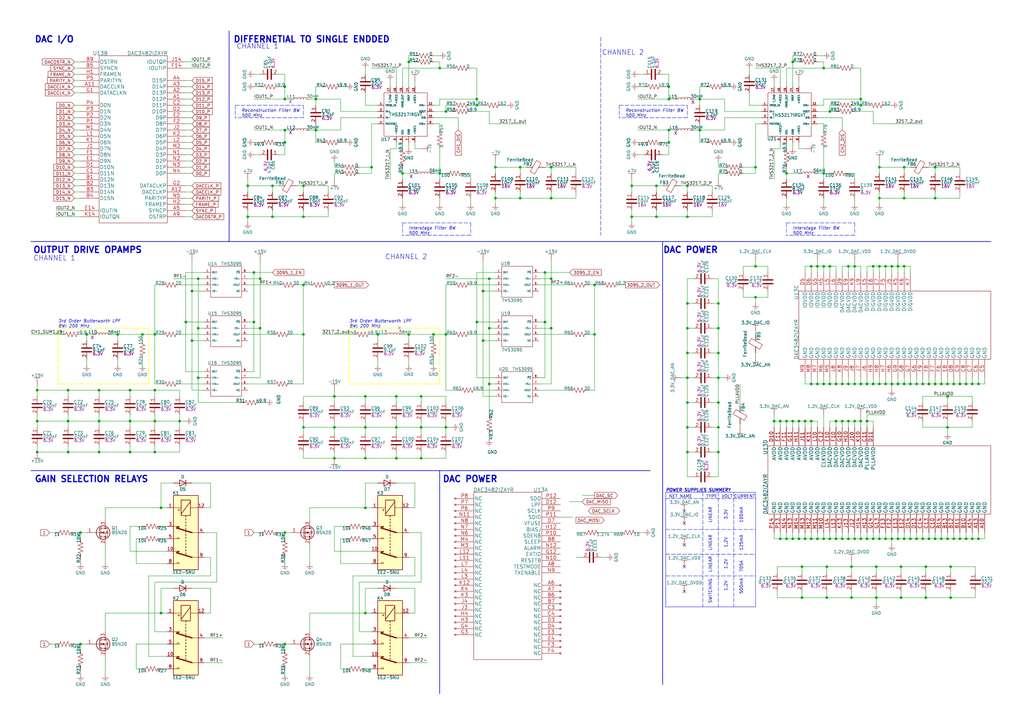
<source format=kicad_sch>
(kicad_sch (version 20230819) (generator eeschema)
  (paper "A3")
  (lib_symbols
    (symbol "Device:D" (pin_numbers hide) (pin_names (offset 1.016) hide)
      (property "Reference" "D" (at 0 2.54 0))
      (property "Value" "D" (at 0 -2.54 0))
      (symbol "D_1_1"
        (pin passive line (at -3.81 0 0) (length 2.54) (name "K") (number "1"))
        (pin passive line (at 3.81 0 180) (length 2.54) (name "A") (number "2"))
      )
    )
    (symbol "Device:FerriteBead" (pin_numbers hide) (pin_names (offset 0))
      (property "Reference" "FB" (at -3.81 0.635 90))
      (property "Value" "FerriteBead" (at 3.81 0 90))
      (symbol "FerriteBead_1_1"
        (pin passive line (at 0 3.81 270) (length 2.54) (name "~") (number "1"))
        (pin passive line (at 0 -3.81 90) (length 2.54) (name "~") (number "2"))
      )
    )
    (symbol "Device:L" (pin_numbers hide) (pin_names (offset 1.016) hide)
      (property "Reference" "L" (at -1.27 0 90))
      (property "Value" "L" (at 1.905 0 90))
      (symbol "L_1_1"
        (pin passive line (at 0 3.81 270) (length 1.27) (name "1") (number "1"))
        (pin passive line (at 0 -3.81 90) (length 1.27) (name "2") (number "2"))
      )
    )
    (symbol "Relay:EE2-5NU"
      (property "Reference" "K" (at 15.24 8.89 0))
      (property "Value" "EE2-5NU" (at 19.05 6.35 0))
      (symbol "EE2-5NU_1_1"
        (text "+" (at -9.271 2.921 0) (effects (font (size 1.27 1.27))))
        (pin passive line (at -10.16 7.62 270) (length 2.54) (name "~") (number "1"))
        (pin passive line (at 7.62 7.62 270) (length 2.54) (name "~") (number "10"))
        (pin passive line (at -10.16 -7.62 90) (length 2.54) (name "~") (number "12"))
        (pin passive line (at -2.54 7.62 270) (length 2.54) (name "~") (number "3"))
        (pin passive line (at 0 -7.62 90) (length 2.54) (name "~") (number "4"))
        (pin passive line (at 2.54 7.62 270) (length 2.54) (name "~") (number "5"))
        (pin passive line (at 12.7 7.62 270) (length 2.54) (name "~") (number "8"))
        (pin passive line (at 10.16 -7.62 90) (length 2.54) (name "~") (number "9"))
      )
    )
    (symbol "Transistor_FET:BSN20" (pin_names hide)
      (property "Reference" "Q" (at 5.08 1.905 0))
      (property "Value" "BSN20" (at 5.08 0 0))
      (symbol "BSN20_1_1"
        (pin input line (at -5.08 0 0) (length 2.54) (name "G") (number "1"))
        (pin passive line (at 2.54 -5.08 90) (length 2.54) (name "S") (number "2"))
        (pin passive line (at 2.54 5.08 270) (length 2.54) (name "D") (number "3"))
      )
    )
    (symbol "awg1000:+15V" (power) (pin_names (offset 0))
      (property "Value" "+15V" (at 0 3.556 0))
      (symbol "+15V_1_1"
        (pin power_in line (at 0 0 90) (length 0) hide (name "+15V") (number "1"))
      )
    )
    (symbol "awg1000:+7V" (power) (pin_names (offset 0))
      (property "Value" "+7V" (at 0 3.556 0))
      (symbol "+7V_1_1"
        (pin power_in line (at 0 0 90) (length 0) hide (name "+7V") (number "1"))
      )
    )
    (symbol "awg1000:-15V" (power) (pin_names (offset 0))
      (property "Value" "-15V" (at 0 3.556 0))
      (symbol "-15V_1_1"
        (pin power_in line (at 0 0 90) (length 0) hide (name "-15V") (number "1"))
      )
    )
    (symbol "awg1000:-7V" (power) (pin_names (offset 0))
      (property "Value" "-7V" (at 0 3.556 0))
      (symbol "-7V_1_1"
        (pin power_in line (at 0 0 90) (length 0) hide (name "-7V") (number "1"))
      )
    )
    (symbol "awg1000:1.2V_DAC_CLK" (power) (pin_names (offset 0))
      (property "Value" "1.2V_DAC_CLK" (at 0 3.556 0))
      (symbol "1.2V_DAC_CLK_1_1"
        (pin power_in line (at 0 0 90) (length 0) hide (name "1.2V_DAC_CLK") (number "1"))
      )
    )
    (symbol "awg1000:1.2V_DAC_DVDD" (power) (pin_names (offset 0))
      (property "Value" "1.2V_DAC_DVDD" (at 0 3.556 0))
      (symbol "1.2V_DAC_DVDD_1_1"
        (pin power_in line (at 0 0 90) (length 0) hide (name "1.2V_DAC_DVDD") (number "1"))
      )
    )
    (symbol "awg1000:1.2V_DAC_VDD" (power) (pin_names (offset 0))
      (property "Value" "1.2V_DAC_VDD" (at 0 3.556 0))
      (symbol "1.2V_DAC_VDD_1_1"
        (pin power_in line (at 0 0 90) (length 0) hide (name "1.2V_DAC_VDD") (number "1"))
      )
    )
    (symbol "awg1000:3.3V_DAC_AN" (power) (pin_names (offset 0))
      (property "Value" "3.3V_DAC_AN" (at 0 3.556 0))
      (symbol "3.3V_DAC_AN_1_1"
        (pin power_in line (at 0 0 90) (length 0) hide (name "3.3V_DAC_AN") (number "1"))
      )
    )
    (symbol "awg1000:3.3V_DAC_IO" (power) (pin_names (offset 0))
      (property "Value" "3.3V_DAC_IO" (at 0 3.556 0))
      (symbol "3.3V_DAC_IO_1_1"
        (pin power_in line (at 0 0 90) (length 0) hide (name "3.3V_DAC_IO") (number "1"))
      )
    )
    (symbol "awg1000:CAP_UNPOL" (pin_names (offset 0.254) hide)
      (property "Reference" "C" (at 2.286 1.524 0))
      (property "Value" "CAP_UNPOL" (at 2.286 0 0))
      (property "VOLTAGE" "V" (at 2.413 -1.524 0))
      (symbol "CAP_UNPOL_1_1"
        (pin passive line (at 0 3.81 270) (length 2.794) (name "1") (number "1"))
        (pin passive line (at 0 -3.81 90) (length 2.794) (name "2") (number "2"))
      )
    )
    (symbol "awg1000:CAP_UNPOL_1" (pin_names (offset 0.254) hide)
      (property "Reference" "C" (at 2.286 1.524 0))
      (property "Value" "CAP_UNPOL" (at 2.286 0 0))
      (property "VOLTAGE" "V" (at 2.413 -1.524 0))
      (symbol "CAP_UNPOL_1_1_1"
        (pin passive line (at 0 3.81 270) (length 2.794) (name "1") (number "1"))
        (pin passive line (at 0 -3.81 90) (length 2.794) (name "2") (number "2"))
      )
    )
    (symbol "awg1000:CAP_UNPOL_10" (pin_names (offset 0.254) hide)
      (property "Reference" "C" (at 2.286 1.524 0))
      (property "Value" "CAP_UNPOL" (at 2.286 0 0))
      (property "VOLTAGE" "V" (at 2.413 -1.524 0))
      (symbol "CAP_UNPOL_10_1_1"
        (pin passive line (at 0 3.81 270) (length 2.794) (name "1") (number "1"))
        (pin passive line (at 0 -3.81 90) (length 2.794) (name "2") (number "2"))
      )
    )
    (symbol "awg1000:CAP_UNPOL_11" (pin_names (offset 0.254) hide)
      (property "Reference" "C" (at 2.286 1.524 0))
      (property "Value" "CAP_UNPOL" (at 2.286 0 0))
      (property "VOLTAGE" "V" (at 2.413 -1.524 0))
      (symbol "CAP_UNPOL_11_1_1"
        (pin passive line (at 0 3.81 270) (length 2.794) (name "1") (number "1"))
        (pin passive line (at 0 -3.81 90) (length 2.794) (name "2") (number "2"))
      )
    )
    (symbol "awg1000:CAP_UNPOL_12" (pin_names (offset 0.254) hide)
      (property "Reference" "C" (at 2.286 1.524 0))
      (property "Value" "CAP_UNPOL" (at 2.286 0 0))
      (property "VOLTAGE" "V" (at 2.413 -1.524 0))
      (symbol "CAP_UNPOL_12_1_1"
        (pin passive line (at 0 3.81 270) (length 2.794) (name "1") (number "1"))
        (pin passive line (at 0 -3.81 90) (length 2.794) (name "2") (number "2"))
      )
    )
    (symbol "awg1000:CAP_UNPOL_13" (pin_names (offset 0.254) hide)
      (property "Reference" "C" (at 2.286 1.524 0))
      (property "Value" "CAP_UNPOL" (at 2.286 0 0))
      (property "VOLTAGE" "V" (at 2.413 -1.524 0))
      (symbol "CAP_UNPOL_13_1_1"
        (pin passive line (at 0 3.81 270) (length 2.794) (name "1") (number "1"))
        (pin passive line (at 0 -3.81 90) (length 2.794) (name "2") (number "2"))
      )
    )
    (symbol "awg1000:CAP_UNPOL_14" (pin_names (offset 0.254) hide)
      (property "Reference" "C" (at 2.286 1.524 0))
      (property "Value" "CAP_UNPOL" (at 2.286 0 0))
      (property "VOLTAGE" "V" (at 2.413 -1.524 0))
      (symbol "CAP_UNPOL_14_1_1"
        (pin passive line (at 0 3.81 270) (length 2.794) (name "1") (number "1"))
        (pin passive line (at 0 -3.81 90) (length 2.794) (name "2") (number "2"))
      )
    )
    (symbol "awg1000:CAP_UNPOL_15" (pin_names (offset 0.254) hide)
      (property "Reference" "C" (at 2.286 1.524 0))
      (property "Value" "CAP_UNPOL" (at 2.286 0 0))
      (property "VOLTAGE" "V" (at 2.413 -1.524 0))
      (symbol "CAP_UNPOL_15_1_1"
        (pin passive line (at 0 3.81 270) (length 2.794) (name "1") (number "1"))
        (pin passive line (at 0 -3.81 90) (length 2.794) (name "2") (number "2"))
      )
    )
    (symbol "awg1000:CAP_UNPOL_16" (pin_names (offset 0.254) hide)
      (property "Reference" "C" (at 2.286 1.524 0))
      (property "Value" "CAP_UNPOL" (at 2.286 0 0))
      (property "VOLTAGE" "V" (at 2.413 -1.524 0))
      (symbol "CAP_UNPOL_16_1_1"
        (pin passive line (at 0 3.81 270) (length 2.794) (name "1") (number "1"))
        (pin passive line (at 0 -3.81 90) (length 2.794) (name "2") (number "2"))
      )
    )
    (symbol "awg1000:CAP_UNPOL_17" (pin_names (offset 0.254) hide)
      (property "Reference" "C" (at 2.286 1.524 0))
      (property "Value" "CAP_UNPOL" (at 2.286 0 0))
      (property "VOLTAGE" "V" (at 2.413 -1.524 0))
      (symbol "CAP_UNPOL_17_1_1"
        (pin passive line (at 0 3.81 270) (length 2.794) (name "1") (number "1"))
        (pin passive line (at 0 -3.81 90) (length 2.794) (name "2") (number "2"))
      )
    )
    (symbol "awg1000:CAP_UNPOL_18" (pin_names (offset 0.254) hide)
      (property "Reference" "C" (at 2.286 1.524 0))
      (property "Value" "CAP_UNPOL" (at 2.286 0 0))
      (property "VOLTAGE" "V" (at 2.413 -1.524 0))
      (symbol "CAP_UNPOL_18_1_1"
        (pin passive line (at 0 3.81 270) (length 2.794) (name "1") (number "1"))
        (pin passive line (at 0 -3.81 90) (length 2.794) (name "2") (number "2"))
      )
    )
    (symbol "awg1000:CAP_UNPOL_19" (pin_names (offset 0.254) hide)
      (property "Reference" "C" (at 2.286 1.524 0))
      (property "Value" "CAP_UNPOL" (at 2.286 0 0))
      (property "VOLTAGE" "V" (at 2.413 -1.524 0))
      (symbol "CAP_UNPOL_19_1_1"
        (pin passive line (at 0 3.81 270) (length 2.794) (name "1") (number "1"))
        (pin passive line (at 0 -3.81 90) (length 2.794) (name "2") (number "2"))
      )
    )
    (symbol "awg1000:CAP_UNPOL_2" (pin_names (offset 0.254) hide)
      (property "Reference" "C" (at 2.286 1.524 0))
      (property "Value" "CAP_UNPOL" (at 2.286 0 0))
      (property "VOLTAGE" "V" (at 2.413 -1.524 0))
      (symbol "CAP_UNPOL_2_1_1"
        (pin passive line (at 0 3.81 270) (length 2.794) (name "1") (number "1"))
        (pin passive line (at 0 -3.81 90) (length 2.794) (name "2") (number "2"))
      )
    )
    (symbol "awg1000:CAP_UNPOL_20" (pin_names (offset 0.254) hide)
      (property "Reference" "C" (at 2.286 1.524 0))
      (property "Value" "CAP_UNPOL" (at 2.286 0 0))
      (property "VOLTAGE" "V" (at 2.413 -1.524 0))
      (symbol "CAP_UNPOL_20_1_1"
        (pin passive line (at 0 3.81 270) (length 2.794) (name "1") (number "1"))
        (pin passive line (at 0 -3.81 90) (length 2.794) (name "2") (number "2"))
      )
    )
    (symbol "awg1000:CAP_UNPOL_21" (pin_names (offset 0.254) hide)
      (property "Reference" "C" (at 2.286 1.524 0))
      (property "Value" "CAP_UNPOL" (at 2.286 0 0))
      (property "VOLTAGE" "V" (at 2.413 -1.524 0))
      (symbol "CAP_UNPOL_21_1_1"
        (pin passive line (at 0 3.81 270) (length 2.794) (name "1") (number "1"))
        (pin passive line (at 0 -3.81 90) (length 2.794) (name "2") (number "2"))
      )
    )
    (symbol "awg1000:CAP_UNPOL_22" (pin_names (offset 0.254) hide)
      (property "Reference" "C" (at 2.286 1.524 0))
      (property "Value" "CAP_UNPOL" (at 2.286 0 0))
      (property "VOLTAGE" "V" (at 2.413 -1.524 0))
      (symbol "CAP_UNPOL_22_1_1"
        (pin passive line (at 0 3.81 270) (length 2.794) (name "1") (number "1"))
        (pin passive line (at 0 -3.81 90) (length 2.794) (name "2") (number "2"))
      )
    )
    (symbol "awg1000:CAP_UNPOL_23" (pin_names (offset 0.254) hide)
      (property "Reference" "C" (at 2.286 1.524 0))
      (property "Value" "CAP_UNPOL" (at 2.286 0 0))
      (property "VOLTAGE" "V" (at 2.413 -1.524 0))
      (symbol "CAP_UNPOL_23_1_1"
        (pin passive line (at 0 3.81 270) (length 2.794) (name "1") (number "1"))
        (pin passive line (at 0 -3.81 90) (length 2.794) (name "2") (number "2"))
      )
    )
    (symbol "awg1000:CAP_UNPOL_24" (pin_names (offset 0.254) hide)
      (property "Reference" "C" (at 2.286 1.524 0))
      (property "Value" "CAP_UNPOL" (at 2.286 0 0))
      (property "VOLTAGE" "V" (at 2.413 -1.524 0))
      (symbol "CAP_UNPOL_24_1_1"
        (pin passive line (at 0 3.81 270) (length 2.794) (name "1") (number "1"))
        (pin passive line (at 0 -3.81 90) (length 2.794) (name "2") (number "2"))
      )
    )
    (symbol "awg1000:CAP_UNPOL_25" (pin_names (offset 0.254) hide)
      (property "Reference" "C" (at 2.286 1.524 0))
      (property "Value" "CAP_UNPOL" (at 2.286 0 0))
      (property "VOLTAGE" "V" (at 2.413 -1.524 0))
      (symbol "CAP_UNPOL_25_1_1"
        (pin passive line (at 0 3.81 270) (length 2.794) (name "1") (number "1"))
        (pin passive line (at 0 -3.81 90) (length 2.794) (name "2") (number "2"))
      )
    )
    (symbol "awg1000:CAP_UNPOL_26" (pin_names (offset 0.254) hide)
      (property "Reference" "C" (at 2.286 1.524 0))
      (property "Value" "CAP_UNPOL" (at 2.286 0 0))
      (property "VOLTAGE" "V" (at 2.413 -1.524 0))
      (symbol "CAP_UNPOL_26_1_1"
        (pin passive line (at 0 3.81 270) (length 2.794) (name "1") (number "1"))
        (pin passive line (at 0 -3.81 90) (length 2.794) (name "2") (number "2"))
      )
    )
    (symbol "awg1000:CAP_UNPOL_27" (pin_names (offset 0.254) hide)
      (property "Reference" "C" (at 2.286 1.524 0))
      (property "Value" "CAP_UNPOL" (at 2.286 0 0))
      (property "VOLTAGE" "V" (at 2.413 -1.524 0))
      (symbol "CAP_UNPOL_27_1_1"
        (pin passive line (at 0 3.81 270) (length 2.794) (name "1") (number "1"))
        (pin passive line (at 0 -3.81 90) (length 2.794) (name "2") (number "2"))
      )
    )
    (symbol "awg1000:CAP_UNPOL_28" (pin_names (offset 0.254) hide)
      (property "Reference" "C" (at 2.286 1.524 0))
      (property "Value" "CAP_UNPOL" (at 2.286 0 0))
      (property "VOLTAGE" "V" (at 2.413 -1.524 0))
      (symbol "CAP_UNPOL_28_1_1"
        (pin passive line (at 0 3.81 270) (length 2.794) (name "1") (number "1"))
        (pin passive line (at 0 -3.81 90) (length 2.794) (name "2") (number "2"))
      )
    )
    (symbol "awg1000:CAP_UNPOL_29" (pin_names (offset 0.254) hide)
      (property "Reference" "C" (at 2.286 1.524 0))
      (property "Value" "CAP_UNPOL" (at 2.286 0 0))
      (property "VOLTAGE" "V" (at 2.413 -1.524 0))
      (symbol "CAP_UNPOL_29_1_1"
        (pin passive line (at 0 3.81 270) (length 2.794) (name "1") (number "1"))
        (pin passive line (at 0 -3.81 90) (length 2.794) (name "2") (number "2"))
      )
    )
    (symbol "awg1000:CAP_UNPOL_3" (pin_names (offset 0.254) hide)
      (property "Reference" "C" (at 2.286 1.524 0))
      (property "Value" "CAP_UNPOL" (at 2.286 0 0))
      (property "VOLTAGE" "V" (at 2.413 -1.524 0))
      (symbol "CAP_UNPOL_3_1_1"
        (pin passive line (at 0 3.81 270) (length 2.794) (name "1") (number "1"))
        (pin passive line (at 0 -3.81 90) (length 2.794) (name "2") (number "2"))
      )
    )
    (symbol "awg1000:CAP_UNPOL_30" (pin_names (offset 0.254) hide)
      (property "Reference" "C" (at 2.286 1.524 0))
      (property "Value" "CAP_UNPOL" (at 2.286 0 0))
      (property "VOLTAGE" "V" (at 2.413 -1.524 0))
      (symbol "CAP_UNPOL_30_1_1"
        (pin passive line (at 0 3.81 270) (length 2.794) (name "1") (number "1"))
        (pin passive line (at 0 -3.81 90) (length 2.794) (name "2") (number "2"))
      )
    )
    (symbol "awg1000:CAP_UNPOL_31" (pin_names (offset 0.254) hide)
      (property "Reference" "C" (at 2.286 1.524 0))
      (property "Value" "CAP_UNPOL" (at 2.286 0 0))
      (property "VOLTAGE" "V" (at 2.413 -1.524 0))
      (symbol "CAP_UNPOL_31_1_1"
        (pin passive line (at 0 3.81 270) (length 2.794) (name "1") (number "1"))
        (pin passive line (at 0 -3.81 90) (length 2.794) (name "2") (number "2"))
      )
    )
    (symbol "awg1000:CAP_UNPOL_32" (pin_names (offset 0.254) hide)
      (property "Reference" "C" (at 2.286 1.524 0))
      (property "Value" "CAP_UNPOL" (at 2.286 0 0))
      (property "VOLTAGE" "V" (at 2.413 -1.524 0))
      (symbol "CAP_UNPOL_32_1_1"
        (pin passive line (at 0 3.81 270) (length 2.794) (name "1") (number "1"))
        (pin passive line (at 0 -3.81 90) (length 2.794) (name "2") (number "2"))
      )
    )
    (symbol "awg1000:CAP_UNPOL_33" (pin_names (offset 0.254) hide)
      (property "Reference" "C" (at 2.286 1.524 0))
      (property "Value" "CAP_UNPOL" (at 2.286 0 0))
      (property "VOLTAGE" "V" (at 2.413 -1.524 0))
      (symbol "CAP_UNPOL_33_1_1"
        (pin passive line (at 0 3.81 270) (length 2.794) (name "1") (number "1"))
        (pin passive line (at 0 -3.81 90) (length 2.794) (name "2") (number "2"))
      )
    )
    (symbol "awg1000:CAP_UNPOL_34" (pin_names (offset 0.254) hide)
      (property "Reference" "C" (at 2.286 1.524 0))
      (property "Value" "CAP_UNPOL" (at 2.286 0 0))
      (property "VOLTAGE" "V" (at 2.413 -1.524 0))
      (symbol "CAP_UNPOL_34_1_1"
        (pin passive line (at 0 3.81 270) (length 2.794) (name "1") (number "1"))
        (pin passive line (at 0 -3.81 90) (length 2.794) (name "2") (number "2"))
      )
    )
    (symbol "awg1000:CAP_UNPOL_35" (pin_names (offset 0.254) hide)
      (property "Reference" "C" (at 2.286 1.524 0))
      (property "Value" "CAP_UNPOL" (at 2.286 0 0))
      (property "VOLTAGE" "V" (at 2.413 -1.524 0))
      (symbol "CAP_UNPOL_35_1_1"
        (pin passive line (at 0 3.81 270) (length 2.794) (name "1") (number "1"))
        (pin passive line (at 0 -3.81 90) (length 2.794) (name "2") (number "2"))
      )
    )
    (symbol "awg1000:CAP_UNPOL_36" (pin_names (offset 0.254) hide)
      (property "Reference" "C" (at 2.286 1.524 0))
      (property "Value" "CAP_UNPOL" (at 2.286 0 0))
      (property "VOLTAGE" "V" (at 2.413 -1.524 0))
      (symbol "CAP_UNPOL_36_1_1"
        (pin passive line (at 0 3.81 270) (length 2.794) (name "1") (number "1"))
        (pin passive line (at 0 -3.81 90) (length 2.794) (name "2") (number "2"))
      )
    )
    (symbol "awg1000:CAP_UNPOL_37" (pin_names (offset 0.254) hide)
      (property "Reference" "C" (at 2.286 1.524 0))
      (property "Value" "CAP_UNPOL" (at 2.286 0 0))
      (property "VOLTAGE" "V" (at 2.413 -1.524 0))
      (symbol "CAP_UNPOL_37_1_1"
        (pin passive line (at 0 3.81 270) (length 2.794) (name "1") (number "1"))
        (pin passive line (at 0 -3.81 90) (length 2.794) (name "2") (number "2"))
      )
    )
    (symbol "awg1000:CAP_UNPOL_38" (pin_names (offset 0.254) hide)
      (property "Reference" "C" (at 2.286 1.524 0))
      (property "Value" "CAP_UNPOL" (at 2.286 0 0))
      (property "VOLTAGE" "V" (at 2.413 -1.524 0))
      (symbol "CAP_UNPOL_38_1_1"
        (pin passive line (at 0 3.81 270) (length 2.794) (name "1") (number "1"))
        (pin passive line (at 0 -3.81 90) (length 2.794) (name "2") (number "2"))
      )
    )
    (symbol "awg1000:CAP_UNPOL_39" (pin_names (offset 0.254) hide)
      (property "Reference" "C" (at 2.286 1.524 0))
      (property "Value" "CAP_UNPOL" (at 2.286 0 0))
      (property "VOLTAGE" "V" (at 2.413 -1.524 0))
      (symbol "CAP_UNPOL_39_1_1"
        (pin passive line (at 0 3.81 270) (length 2.794) (name "1") (number "1"))
        (pin passive line (at 0 -3.81 90) (length 2.794) (name "2") (number "2"))
      )
    )
    (symbol "awg1000:CAP_UNPOL_4" (pin_names (offset 0.254) hide)
      (property "Reference" "C" (at 2.286 1.524 0))
      (property "Value" "CAP_UNPOL" (at 2.286 0 0))
      (property "VOLTAGE" "V" (at 2.413 -1.524 0))
      (symbol "CAP_UNPOL_4_1_1"
        (pin passive line (at 0 3.81 270) (length 2.794) (name "1") (number "1"))
        (pin passive line (at 0 -3.81 90) (length 2.794) (name "2") (number "2"))
      )
    )
    (symbol "awg1000:CAP_UNPOL_40" (pin_names (offset 0.254) hide)
      (property "Reference" "C" (at 2.286 1.524 0))
      (property "Value" "CAP_UNPOL" (at 2.286 0 0))
      (property "VOLTAGE" "V" (at 2.413 -1.524 0))
      (symbol "CAP_UNPOL_40_1_1"
        (pin passive line (at 0 3.81 270) (length 2.794) (name "1") (number "1"))
        (pin passive line (at 0 -3.81 90) (length 2.794) (name "2") (number "2"))
      )
    )
    (symbol "awg1000:CAP_UNPOL_41" (pin_names (offset 0.254) hide)
      (property "Reference" "C" (at 2.286 1.524 0))
      (property "Value" "CAP_UNPOL" (at 2.286 0 0))
      (property "VOLTAGE" "V" (at 2.413 -1.524 0))
      (symbol "CAP_UNPOL_41_1_1"
        (pin passive line (at 0 3.81 270) (length 2.794) (name "1") (number "1"))
        (pin passive line (at 0 -3.81 90) (length 2.794) (name "2") (number "2"))
      )
    )
    (symbol "awg1000:CAP_UNPOL_42" (pin_names (offset 0.254) hide)
      (property "Reference" "C" (at 2.286 1.524 0))
      (property "Value" "CAP_UNPOL" (at 2.286 0 0))
      (property "VOLTAGE" "V" (at 2.413 -1.524 0))
      (symbol "CAP_UNPOL_42_1_1"
        (pin passive line (at 0 3.81 270) (length 2.794) (name "1") (number "1"))
        (pin passive line (at 0 -3.81 90) (length 2.794) (name "2") (number "2"))
      )
    )
    (symbol "awg1000:CAP_UNPOL_43" (pin_names (offset 0.254) hide)
      (property "Reference" "C" (at 2.286 1.524 0))
      (property "Value" "CAP_UNPOL" (at 2.286 0 0))
      (property "VOLTAGE" "V" (at 2.413 -1.524 0))
      (symbol "CAP_UNPOL_43_1_1"
        (pin passive line (at 0 3.81 270) (length 2.794) (name "1") (number "1"))
        (pin passive line (at 0 -3.81 90) (length 2.794) (name "2") (number "2"))
      )
    )
    (symbol "awg1000:CAP_UNPOL_44" (pin_names (offset 0.254) hide)
      (property "Reference" "C" (at 2.286 1.524 0))
      (property "Value" "CAP_UNPOL" (at 2.286 0 0))
      (property "VOLTAGE" "V" (at 2.413 -1.524 0))
      (symbol "CAP_UNPOL_44_1_1"
        (pin passive line (at 0 3.81 270) (length 2.794) (name "1") (number "1"))
        (pin passive line (at 0 -3.81 90) (length 2.794) (name "2") (number "2"))
      )
    )
    (symbol "awg1000:CAP_UNPOL_45" (pin_names (offset 0.254) hide)
      (property "Reference" "C" (at 2.286 1.524 0))
      (property "Value" "CAP_UNPOL" (at 2.286 0 0))
      (property "VOLTAGE" "V" (at 2.413 -1.524 0))
      (symbol "CAP_UNPOL_45_1_1"
        (pin passive line (at 0 3.81 270) (length 2.794) (name "1") (number "1"))
        (pin passive line (at 0 -3.81 90) (length 2.794) (name "2") (number "2"))
      )
    )
    (symbol "awg1000:CAP_UNPOL_46" (pin_names (offset 0.254) hide)
      (property "Reference" "C" (at 2.286 1.524 0))
      (property "Value" "CAP_UNPOL" (at 2.286 0 0))
      (property "VOLTAGE" "V" (at 2.413 -1.524 0))
      (symbol "CAP_UNPOL_46_1_1"
        (pin passive line (at 0 3.81 270) (length 2.794) (name "1") (number "1"))
        (pin passive line (at 0 -3.81 90) (length 2.794) (name "2") (number "2"))
      )
    )
    (symbol "awg1000:CAP_UNPOL_47" (pin_names (offset 0.254) hide)
      (property "Reference" "C" (at 2.286 1.524 0))
      (property "Value" "CAP_UNPOL" (at 2.286 0 0))
      (property "VOLTAGE" "V" (at 2.413 -1.524 0))
      (symbol "CAP_UNPOL_47_1_1"
        (pin passive line (at 0 3.81 270) (length 2.794) (name "1") (number "1"))
        (pin passive line (at 0 -3.81 90) (length 2.794) (name "2") (number "2"))
      )
    )
    (symbol "awg1000:CAP_UNPOL_48" (pin_names (offset 0.254) hide)
      (property "Reference" "C" (at 2.286 1.524 0))
      (property "Value" "CAP_UNPOL" (at 2.286 0 0))
      (property "VOLTAGE" "V" (at 2.413 -1.524 0))
      (symbol "CAP_UNPOL_48_1_1"
        (pin passive line (at 0 3.81 270) (length 2.794) (name "1") (number "1"))
        (pin passive line (at 0 -3.81 90) (length 2.794) (name "2") (number "2"))
      )
    )
    (symbol "awg1000:CAP_UNPOL_49" (pin_names (offset 0.254) hide)
      (property "Reference" "C" (at 2.286 1.524 0))
      (property "Value" "CAP_UNPOL" (at 2.286 0 0))
      (property "VOLTAGE" "V" (at 2.413 -1.524 0))
      (symbol "CAP_UNPOL_49_1_1"
        (pin passive line (at 0 3.81 270) (length 2.794) (name "1") (number "1"))
        (pin passive line (at 0 -3.81 90) (length 2.794) (name "2") (number "2"))
      )
    )
    (symbol "awg1000:CAP_UNPOL_5" (pin_names (offset 0.254) hide)
      (property "Reference" "C" (at 2.286 1.524 0))
      (property "Value" "CAP_UNPOL" (at 2.286 0 0))
      (property "VOLTAGE" "V" (at 2.413 -1.524 0))
      (symbol "CAP_UNPOL_5_1_1"
        (pin passive line (at 0 3.81 270) (length 2.794) (name "1") (number "1"))
        (pin passive line (at 0 -3.81 90) (length 2.794) (name "2") (number "2"))
      )
    )
    (symbol "awg1000:CAP_UNPOL_50" (pin_names (offset 0.254) hide)
      (property "Reference" "C" (at 2.286 1.524 0))
      (property "Value" "CAP_UNPOL" (at 2.286 0 0))
      (property "VOLTAGE" "V" (at 2.413 -1.524 0))
      (symbol "CAP_UNPOL_50_1_1"
        (pin passive line (at 0 3.81 270) (length 2.794) (name "1") (number "1"))
        (pin passive line (at 0 -3.81 90) (length 2.794) (name "2") (number "2"))
      )
    )
    (symbol "awg1000:CAP_UNPOL_51" (pin_names (offset 0.254) hide)
      (property "Reference" "C" (at 2.286 1.524 0))
      (property "Value" "CAP_UNPOL" (at 2.286 0 0))
      (property "VOLTAGE" "V" (at 2.413 -1.524 0))
      (symbol "CAP_UNPOL_51_1_1"
        (pin passive line (at 0 3.81 270) (length 2.794) (name "1") (number "1"))
        (pin passive line (at 0 -3.81 90) (length 2.794) (name "2") (number "2"))
      )
    )
    (symbol "awg1000:CAP_UNPOL_52" (pin_names (offset 0.254) hide)
      (property "Reference" "C" (at 2.286 1.524 0))
      (property "Value" "CAP_UNPOL" (at 2.286 0 0))
      (property "VOLTAGE" "V" (at 2.413 -1.524 0))
      (symbol "CAP_UNPOL_52_1_1"
        (pin passive line (at 0 3.81 270) (length 2.794) (name "1") (number "1"))
        (pin passive line (at 0 -3.81 90) (length 2.794) (name "2") (number "2"))
      )
    )
    (symbol "awg1000:CAP_UNPOL_53" (pin_names (offset 0.254) hide)
      (property "Reference" "C" (at 2.286 1.524 0))
      (property "Value" "CAP_UNPOL" (at 2.286 0 0))
      (property "VOLTAGE" "V" (at 2.413 -1.524 0))
      (symbol "CAP_UNPOL_53_1_1"
        (pin passive line (at 0 3.81 270) (length 2.794) (name "1") (number "1"))
        (pin passive line (at 0 -3.81 90) (length 2.794) (name "2") (number "2"))
      )
    )
    (symbol "awg1000:CAP_UNPOL_54" (pin_names (offset 0.254) hide)
      (property "Reference" "C" (at 2.286 1.524 0))
      (property "Value" "CAP_UNPOL" (at 2.286 0 0))
      (property "VOLTAGE" "V" (at 2.413 -1.524 0))
      (symbol "CAP_UNPOL_54_1_1"
        (pin passive line (at 0 3.81 270) (length 2.794) (name "1") (number "1"))
        (pin passive line (at 0 -3.81 90) (length 2.794) (name "2") (number "2"))
      )
    )
    (symbol "awg1000:CAP_UNPOL_55" (pin_names (offset 0.254) hide)
      (property "Reference" "C" (at 2.286 1.524 0))
      (property "Value" "CAP_UNPOL" (at 2.286 0 0))
      (property "VOLTAGE" "V" (at 2.413 -1.524 0))
      (symbol "CAP_UNPOL_55_1_1"
        (pin passive line (at 0 3.81 270) (length 2.794) (name "1") (number "1"))
        (pin passive line (at 0 -3.81 90) (length 2.794) (name "2") (number "2"))
      )
    )
    (symbol "awg1000:CAP_UNPOL_56" (pin_names (offset 0.254) hide)
      (property "Reference" "C" (at 2.286 1.524 0))
      (property "Value" "CAP_UNPOL" (at 2.286 0 0))
      (property "VOLTAGE" "V" (at 2.413 -1.524 0))
      (symbol "CAP_UNPOL_56_1_1"
        (pin passive line (at 0 3.81 270) (length 2.794) (name "1") (number "1"))
        (pin passive line (at 0 -3.81 90) (length 2.794) (name "2") (number "2"))
      )
    )
    (symbol "awg1000:CAP_UNPOL_57" (pin_names (offset 0.254) hide)
      (property "Reference" "C" (at 2.286 1.524 0))
      (property "Value" "CAP_UNPOL" (at 2.286 0 0))
      (property "VOLTAGE" "V" (at 2.413 -1.524 0))
      (symbol "CAP_UNPOL_57_1_1"
        (pin passive line (at 0 3.81 270) (length 2.794) (name "1") (number "1"))
        (pin passive line (at 0 -3.81 90) (length 2.794) (name "2") (number "2"))
      )
    )
    (symbol "awg1000:CAP_UNPOL_58" (pin_names (offset 0.254) hide)
      (property "Reference" "C" (at 2.286 1.524 0))
      (property "Value" "CAP_UNPOL" (at 2.286 0 0))
      (property "VOLTAGE" "V" (at 2.413 -1.524 0))
      (symbol "CAP_UNPOL_58_1_1"
        (pin passive line (at 0 3.81 270) (length 2.794) (name "1") (number "1"))
        (pin passive line (at 0 -3.81 90) (length 2.794) (name "2") (number "2"))
      )
    )
    (symbol "awg1000:CAP_UNPOL_59" (pin_names (offset 0.254) hide)
      (property "Reference" "C" (at 2.286 1.524 0))
      (property "Value" "CAP_UNPOL" (at 2.286 0 0))
      (property "VOLTAGE" "V" (at 2.413 -1.524 0))
      (symbol "CAP_UNPOL_59_1_1"
        (pin passive line (at 0 3.81 270) (length 2.794) (name "1") (number "1"))
        (pin passive line (at 0 -3.81 90) (length 2.794) (name "2") (number "2"))
      )
    )
    (symbol "awg1000:CAP_UNPOL_6" (pin_names (offset 0.254) hide)
      (property "Reference" "C" (at 2.286 1.524 0))
      (property "Value" "CAP_UNPOL" (at 2.286 0 0))
      (property "VOLTAGE" "V" (at 2.413 -1.524 0))
      (symbol "CAP_UNPOL_6_1_1"
        (pin passive line (at 0 3.81 270) (length 2.794) (name "1") (number "1"))
        (pin passive line (at 0 -3.81 90) (length 2.794) (name "2") (number "2"))
      )
    )
    (symbol "awg1000:CAP_UNPOL_60" (pin_names (offset 0.254) hide)
      (property "Reference" "C" (at 2.286 1.524 0))
      (property "Value" "CAP_UNPOL" (at 2.286 0 0))
      (property "VOLTAGE" "V" (at 2.413 -1.524 0))
      (symbol "CAP_UNPOL_60_1_1"
        (pin passive line (at 0 3.81 270) (length 2.794) (name "1") (number "1"))
        (pin passive line (at 0 -3.81 90) (length 2.794) (name "2") (number "2"))
      )
    )
    (symbol "awg1000:CAP_UNPOL_61" (pin_names (offset 0.254) hide)
      (property "Reference" "C" (at 2.286 1.524 0))
      (property "Value" "CAP_UNPOL" (at 2.286 0 0))
      (property "VOLTAGE" "V" (at 2.413 -1.524 0))
      (symbol "CAP_UNPOL_61_1_1"
        (pin passive line (at 0 3.81 270) (length 2.794) (name "1") (number "1"))
        (pin passive line (at 0 -3.81 90) (length 2.794) (name "2") (number "2"))
      )
    )
    (symbol "awg1000:CAP_UNPOL_62" (pin_names (offset 0.254) hide)
      (property "Reference" "C" (at 2.286 1.524 0))
      (property "Value" "CAP_UNPOL" (at 2.286 0 0))
      (property "VOLTAGE" "V" (at 2.413 -1.524 0))
      (symbol "CAP_UNPOL_62_1_1"
        (pin passive line (at 0 3.81 270) (length 2.794) (name "1") (number "1"))
        (pin passive line (at 0 -3.81 90) (length 2.794) (name "2") (number "2"))
      )
    )
    (symbol "awg1000:CAP_UNPOL_63" (pin_names (offset 0.254) hide)
      (property "Reference" "C" (at 2.286 1.524 0))
      (property "Value" "CAP_UNPOL" (at 2.286 0 0))
      (property "VOLTAGE" "V" (at 2.413 -1.524 0))
      (symbol "CAP_UNPOL_63_1_1"
        (pin passive line (at 0 3.81 270) (length 2.794) (name "1") (number "1"))
        (pin passive line (at 0 -3.81 90) (length 2.794) (name "2") (number "2"))
      )
    )
    (symbol "awg1000:CAP_UNPOL_64" (pin_names (offset 0.254) hide)
      (property "Reference" "C" (at 2.286 1.524 0))
      (property "Value" "CAP_UNPOL" (at 2.286 0 0))
      (property "VOLTAGE" "V" (at 2.413 -1.524 0))
      (symbol "CAP_UNPOL_64_1_1"
        (pin passive line (at 0 3.81 270) (length 2.794) (name "1") (number "1"))
        (pin passive line (at 0 -3.81 90) (length 2.794) (name "2") (number "2"))
      )
    )
    (symbol "awg1000:CAP_UNPOL_65" (pin_names (offset 0.254) hide)
      (property "Reference" "C" (at 2.286 1.524 0))
      (property "Value" "CAP_UNPOL" (at 2.286 0 0))
      (property "VOLTAGE" "V" (at 2.413 -1.524 0))
      (symbol "CAP_UNPOL_65_1_1"
        (pin passive line (at 0 3.81 270) (length 2.794) (name "1") (number "1"))
        (pin passive line (at 0 -3.81 90) (length 2.794) (name "2") (number "2"))
      )
    )
    (symbol "awg1000:CAP_UNPOL_66" (pin_names (offset 0.254) hide)
      (property "Reference" "C" (at 2.286 1.524 0))
      (property "Value" "CAP_UNPOL" (at 2.286 0 0))
      (property "VOLTAGE" "V" (at 2.413 -1.524 0))
      (symbol "CAP_UNPOL_66_1_1"
        (pin passive line (at 0 3.81 270) (length 2.794) (name "1") (number "1"))
        (pin passive line (at 0 -3.81 90) (length 2.794) (name "2") (number "2"))
      )
    )
    (symbol "awg1000:CAP_UNPOL_67" (pin_names (offset 0.254) hide)
      (property "Reference" "C" (at 2.286 1.524 0))
      (property "Value" "CAP_UNPOL" (at 2.286 0 0))
      (property "VOLTAGE" "V" (at 2.413 -1.524 0))
      (symbol "CAP_UNPOL_67_1_1"
        (pin passive line (at 0 3.81 270) (length 2.794) (name "1") (number "1"))
        (pin passive line (at 0 -3.81 90) (length 2.794) (name "2") (number "2"))
      )
    )
    (symbol "awg1000:CAP_UNPOL_68" (pin_names (offset 0.254) hide)
      (property "Reference" "C" (at 2.286 1.524 0))
      (property "Value" "CAP_UNPOL" (at 2.286 0 0))
      (property "VOLTAGE" "V" (at 2.413 -1.524 0))
      (symbol "CAP_UNPOL_68_1_1"
        (pin passive line (at 0 3.81 270) (length 2.794) (name "1") (number "1"))
        (pin passive line (at 0 -3.81 90) (length 2.794) (name "2") (number "2"))
      )
    )
    (symbol "awg1000:CAP_UNPOL_69" (pin_names (offset 0.254) hide)
      (property "Reference" "C" (at 2.286 1.524 0))
      (property "Value" "CAP_UNPOL" (at 2.286 0 0))
      (property "VOLTAGE" "V" (at 2.413 -1.524 0))
      (symbol "CAP_UNPOL_69_1_1"
        (pin passive line (at 0 3.81 270) (length 2.794) (name "1") (number "1"))
        (pin passive line (at 0 -3.81 90) (length 2.794) (name "2") (number "2"))
      )
    )
    (symbol "awg1000:CAP_UNPOL_7" (pin_names (offset 0.254) hide)
      (property "Reference" "C" (at 2.286 1.524 0))
      (property "Value" "CAP_UNPOL" (at 2.286 0 0))
      (property "VOLTAGE" "V" (at 2.413 -1.524 0))
      (symbol "CAP_UNPOL_7_1_1"
        (pin passive line (at 0 3.81 270) (length 2.794) (name "1") (number "1"))
        (pin passive line (at 0 -3.81 90) (length 2.794) (name "2") (number "2"))
      )
    )
    (symbol "awg1000:CAP_UNPOL_70" (pin_names (offset 0.254) hide)
      (property "Reference" "C" (at 2.286 1.524 0))
      (property "Value" "CAP_UNPOL" (at 2.286 0 0))
      (property "VOLTAGE" "V" (at 2.413 -1.524 0))
      (symbol "CAP_UNPOL_70_1_1"
        (pin passive line (at 0 3.81 270) (length 2.794) (name "1") (number "1"))
        (pin passive line (at 0 -3.81 90) (length 2.794) (name "2") (number "2"))
      )
    )
    (symbol "awg1000:CAP_UNPOL_71" (pin_names (offset 0.254) hide)
      (property "Reference" "C" (at 2.286 1.524 0))
      (property "Value" "CAP_UNPOL" (at 2.286 0 0))
      (property "VOLTAGE" "V" (at 2.413 -1.524 0))
      (symbol "CAP_UNPOL_71_1_1"
        (pin passive line (at 0 3.81 270) (length 2.794) (name "1") (number "1"))
        (pin passive line (at 0 -3.81 90) (length 2.794) (name "2") (number "2"))
      )
    )
    (symbol "awg1000:CAP_UNPOL_72" (pin_names (offset 0.254) hide)
      (property "Reference" "C" (at 2.286 1.524 0))
      (property "Value" "CAP_UNPOL" (at 2.286 0 0))
      (property "VOLTAGE" "V" (at 2.413 -1.524 0))
      (symbol "CAP_UNPOL_72_1_1"
        (pin passive line (at 0 3.81 270) (length 2.794) (name "1") (number "1"))
        (pin passive line (at 0 -3.81 90) (length 2.794) (name "2") (number "2"))
      )
    )
    (symbol "awg1000:CAP_UNPOL_73" (pin_names (offset 0.254) hide)
      (property "Reference" "C" (at 2.286 1.524 0))
      (property "Value" "CAP_UNPOL" (at 2.286 0 0))
      (property "VOLTAGE" "V" (at 2.413 -1.524 0))
      (symbol "CAP_UNPOL_73_1_1"
        (pin passive line (at 0 3.81 270) (length 2.794) (name "1") (number "1"))
        (pin passive line (at 0 -3.81 90) (length 2.794) (name "2") (number "2"))
      )
    )
    (symbol "awg1000:CAP_UNPOL_74" (pin_names (offset 0.254) hide)
      (property "Reference" "C" (at 2.286 1.524 0))
      (property "Value" "CAP_UNPOL" (at 2.286 0 0))
      (property "VOLTAGE" "V" (at 2.413 -1.524 0))
      (symbol "CAP_UNPOL_74_1_1"
        (pin passive line (at 0 3.81 270) (length 2.794) (name "1") (number "1"))
        (pin passive line (at 0 -3.81 90) (length 2.794) (name "2") (number "2"))
      )
    )
    (symbol "awg1000:CAP_UNPOL_75" (pin_names (offset 0.254) hide)
      (property "Reference" "C" (at 2.286 1.524 0))
      (property "Value" "CAP_UNPOL" (at 2.286 0 0))
      (property "VOLTAGE" "V" (at 2.413 -1.524 0))
      (symbol "CAP_UNPOL_75_1_1"
        (pin passive line (at 0 3.81 270) (length 2.794) (name "1") (number "1"))
        (pin passive line (at 0 -3.81 90) (length 2.794) (name "2") (number "2"))
      )
    )
    (symbol "awg1000:CAP_UNPOL_76" (pin_names (offset 0.254) hide)
      (property "Reference" "C" (at 2.286 1.524 0))
      (property "Value" "CAP_UNPOL" (at 2.286 0 0))
      (property "VOLTAGE" "V" (at 2.413 -1.524 0))
      (symbol "CAP_UNPOL_76_1_1"
        (pin passive line (at 0 3.81 270) (length 2.794) (name "1") (number "1"))
        (pin passive line (at 0 -3.81 90) (length 2.794) (name "2") (number "2"))
      )
    )
    (symbol "awg1000:CAP_UNPOL_77" (pin_names (offset 0.254) hide)
      (property "Reference" "C" (at 2.286 1.524 0))
      (property "Value" "CAP_UNPOL" (at 2.286 0 0))
      (property "VOLTAGE" "V" (at 2.413 -1.524 0))
      (symbol "CAP_UNPOL_77_1_1"
        (pin passive line (at 0 3.81 270) (length 2.794) (name "1") (number "1"))
        (pin passive line (at 0 -3.81 90) (length 2.794) (name "2") (number "2"))
      )
    )
    (symbol "awg1000:CAP_UNPOL_78" (pin_names (offset 0.254) hide)
      (property "Reference" "C" (at 2.286 1.524 0))
      (property "Value" "CAP_UNPOL" (at 2.286 0 0))
      (property "VOLTAGE" "V" (at 2.413 -1.524 0))
      (symbol "CAP_UNPOL_78_1_1"
        (pin passive line (at 0 3.81 270) (length 2.794) (name "1") (number "1"))
        (pin passive line (at 0 -3.81 90) (length 2.794) (name "2") (number "2"))
      )
    )
    (symbol "awg1000:CAP_UNPOL_79" (pin_names (offset 0.254) hide)
      (property "Reference" "C" (at 2.286 1.524 0))
      (property "Value" "CAP_UNPOL" (at 2.286 0 0))
      (property "VOLTAGE" "V" (at 2.413 -1.524 0))
      (symbol "CAP_UNPOL_79_1_1"
        (pin passive line (at 0 3.81 270) (length 2.794) (name "1") (number "1"))
        (pin passive line (at 0 -3.81 90) (length 2.794) (name "2") (number "2"))
      )
    )
    (symbol "awg1000:CAP_UNPOL_8" (pin_names (offset 0.254) hide)
      (property "Reference" "C" (at 2.286 1.524 0))
      (property "Value" "CAP_UNPOL" (at 2.286 0 0))
      (property "VOLTAGE" "V" (at 2.413 -1.524 0))
      (symbol "CAP_UNPOL_8_1_1"
        (pin passive line (at 0 3.81 270) (length 2.794) (name "1") (number "1"))
        (pin passive line (at 0 -3.81 90) (length 2.794) (name "2") (number "2"))
      )
    )
    (symbol "awg1000:CAP_UNPOL_80" (pin_names (offset 0.254) hide)
      (property "Reference" "C" (at 2.286 1.524 0))
      (property "Value" "CAP_UNPOL" (at 2.286 0 0))
      (property "VOLTAGE" "V" (at 2.413 -1.524 0))
      (symbol "CAP_UNPOL_80_1_1"
        (pin passive line (at 0 3.81 270) (length 2.794) (name "1") (number "1"))
        (pin passive line (at 0 -3.81 90) (length 2.794) (name "2") (number "2"))
      )
    )
    (symbol "awg1000:CAP_UNPOL_81" (pin_names (offset 0.254) hide)
      (property "Reference" "C" (at 2.286 1.524 0))
      (property "Value" "CAP_UNPOL" (at 2.286 0 0))
      (property "VOLTAGE" "V" (at 2.413 -1.524 0))
      (symbol "CAP_UNPOL_81_1_1"
        (pin passive line (at 0 3.81 270) (length 2.794) (name "1") (number "1"))
        (pin passive line (at 0 -3.81 90) (length 2.794) (name "2") (number "2"))
      )
    )
    (symbol "awg1000:CAP_UNPOL_9" (pin_names (offset 0.254) hide)
      (property "Reference" "C" (at 2.286 1.524 0))
      (property "Value" "CAP_UNPOL" (at 2.286 0 0))
      (property "VOLTAGE" "V" (at 2.413 -1.524 0))
      (symbol "CAP_UNPOL_9_1_1"
        (pin passive line (at 0 3.81 270) (length 2.794) (name "1") (number "1"))
        (pin passive line (at 0 -3.81 90) (length 2.794) (name "2") (number "2"))
      )
    )
    (symbol "awg1000:DAC3482IZAYR" (pin_names (offset 0.254))
      (property "Reference" "U" (at 0.508 1.016 0))
      (property "Value" "DAC3482IZAYR" (at 19.812 1.016 0))
      (symbol "DAC3482IZAYR_1_1"
        (pin no_connect line (at -7.62 -38.1 0) (length 7.62) (name "NC") (number "A6"))
        (pin no_connect line (at -7.62 -40.64 0) (length 7.62) (name "NC") (number "A7"))
        (pin output line (at -7.62 -30.48 0) (length 7.62) (name "TESTMODE") (number "A8"))
        (pin no_connect line (at -7.62 -43.18 0) (length 7.62) (name "NC") (number "B6"))
        (pin no_connect line (at -7.62 -45.72 0) (length 7.62) (name "NC") (number "B7"))
        (pin input line (at -7.62 -20.32 0) (length 7.62) (name "SLEEP") (number "B8"))
        (pin no_connect line (at -7.62 -48.26 0) (length 7.62) (name "NC") (number "C3"))
        (pin no_connect line (at -7.62 -50.8 0) (length 7.62) (name "NC") (number "C4"))
        (pin input line (at -7.62 -5.08 0) (length 7.62) (name "LPF") (number "D12"))
        (pin no_connect line (at -7.62 -53.34 0) (length 7.62) (name "NC") (number "D3"))
        (pin no_connect line (at -7.62 -55.88 0) (length 7.62) (name "NC") (number "D4"))
        (pin input line (at -7.62 -12.7 0) (length 7.62) (name "VFUSE") (number "D7"))
        (pin no_connect line (at -7.62 -58.42 0) (length 7.62) (name "NC") (number "E3"))
        (pin no_connect line (at -7.62 -60.96 0) (length 7.62) (name "NC") (number "E4"))
        (pin no_connect line (at -7.62 -63.5 0) (length 7.62) (name "NC") (number "F3"))
        (pin no_connect line (at -7.62 -66.04 0) (length 7.62) (name "NC") (number "F4"))
        (pin bidirectional line (at -7.62 -25.4 0) (length 7.62) (name "EXTIO") (number "G12"))
        (pin no_connect line (at 35.56 -58.42 180) (length 7.62) (name "NC") (number "G3"))
        (pin no_connect line (at 35.56 -55.88 180) (length 7.62) (name "NC") (number "G4"))
        (pin output line (at -7.62 -15.24 0) (length 7.62) (name "BIASJ") (number "H12"))
        (pin no_connect line (at 35.56 -53.34 180) (length 7.62) (name "NC") (number "H3"))
        (pin no_connect line (at 35.56 -50.8 180) (length 7.62) (name "NC") (number "H4"))
        (pin no_connect line (at 35.56 -48.26 180) (length 7.62) (name "NC") (number "J3"))
        (pin no_connect line (at 35.56 -45.72 180) (length 7.62) (name "NC") (number "J4"))
        (pin no_connect line (at 35.56 -38.1 180) (length 7.62) (name "NC") (number "K12"))
        (pin no_connect line (at 35.56 -43.18 180) (length 7.62) (name "NC") (number "K3"))
        (pin no_connect line (at 35.56 -40.64 180) (length 7.62) (name "NC") (number "K4"))
        (pin no_connect line (at 35.56 -27.94 180) (length 7.62) (name "NC") (number "L11"))
        (pin no_connect line (at 35.56 -25.4 180) (length 7.62) (name "NC") (number "L12"))
        (pin no_connect line (at 35.56 -35.56 180) (length 7.62) (name "NC") (number "L3"))
        (pin no_connect line (at 35.56 -33.02 180) (length 7.62) (name "NC") (number "L4"))
        (pin no_connect line (at 35.56 -30.48 180) (length 7.62) (name "NC") (number "L7"))
        (pin no_connect line (at 35.56 -22.86 180) (length 7.62) (name "NC") (number "M3"))
        (pin no_connect line (at 35.56 -20.32 180) (length 7.62) (name "NC") (number "M4"))
        (pin input line (at -7.62 -27.94 0) (length 7.62) (name "RESETB") (number "N10"))
        (pin no_connect line (at 35.56 -10.16 180) (length 7.62) (name "NC") (number "N11"))
        (pin output line (at -7.62 -22.86 0) (length 7.62) (name "ALARM") (number "N12"))
        (pin no_connect line (at 35.56 -17.78 180) (length 7.62) (name "NC") (number "N6"))
        (pin no_connect line (at 35.56 -15.24 180) (length 7.62) (name "NC") (number "N7"))
        (pin no_connect line (at 35.56 -12.7 180) (length 7.62) (name "NC") (number "N8"))
        (pin input line (at -7.62 -33.02 0) (length 7.62) (name "TXENABLE") (number "N9"))
        (pin input line (at -7.62 -17.78 0) (length 7.62) (name "SDENB") (number "P10"))
        (pin bidirectional line (at -7.62 -10.16 0) (length 7.62) (name "SDIO") (number "P11"))
        (pin output line (at -7.62 -2.54 0) (length 7.62) (name "SDO") (number "P12"))
        (pin no_connect line (at 35.56 -7.62 180) (length 7.62) (name "NC") (number "P6"))
        (pin no_connect line (at 35.56 -5.08 180) (length 7.62) (name "NC") (number "P7"))
        (pin no_connect line (at 35.56 -2.54 180) (length 7.62) (name "NC") (number "P8"))
        (pin input line (at -7.62 -7.62 0) (length 7.62) (name "SCLK") (number "P9"))
      )
      (symbol "DAC3482IZAYR_2_1"
        (pin input line (at 35.56 -17.78 180) (length 7.62) (name "D12P") (number "A1"))
        (pin input line (at -7.62 -12.7 0) (length 7.62) (name "DACCLKN") (number "A11"))
        (pin input line (at 35.56 -55.88 180) (length 7.62) (name "DACCLKP") (number "A12"))
        (pin input line (at 35.56 -15.24 180) (length 7.62) (name "D13P") (number "A2"))
        (pin input line (at 35.56 -12.7 180) (length 7.62) (name "D14P") (number "A3"))
        (pin input line (at 35.56 -10.16 180) (length 7.62) (name "D15P") (number "A4"))
        (pin input line (at 35.56 -63.5 180) (length 7.62) (name "SYNCP") (number "A5"))
        (pin input line (at 35.56 -66.04 180) (length 7.62) (name "OSTRP") (number "A9"))
        (pin input line (at -7.62 -50.8 0) (length 7.62) (name "D12N") (number "B1"))
        (pin input line (at -7.62 -53.34 0) (length 7.62) (name "D13N") (number "B2"))
        (pin input line (at -7.62 -55.88 0) (length 7.62) (name "D14N") (number "B3"))
        (pin input line (at -7.62 -58.42 0) (length 7.62) (name "D15N") (number "B4"))
        (pin input line (at -7.62 -5.08 0) (length 7.62) (name "SYNCN") (number "B5"))
        (pin input line (at -7.62 -2.54 0) (length 7.62) (name "OSTRN") (number "B9"))
        (pin input line (at -7.62 -48.26 0) (length 7.62) (name "D11N") (number "C1"))
        (pin input line (at 35.56 -20.32 180) (length 7.62) (name "D11P") (number "C2"))
        (pin input line (at -7.62 -45.72 0) (length 7.62) (name "D10N") (number "D1"))
        (pin input line (at 35.56 -22.86 180) (length 7.62) (name "D10P") (number "D2"))
        (pin input line (at -7.62 -43.18 0) (length 7.62) (name "D9N") (number "E1"))
        (pin output line (at -7.62 -63.5 0) (length 7.62) (name "IOUTIN") (number "E14"))
        (pin input line (at 35.56 -25.4 180) (length 7.62) (name "D9P") (number "E2"))
        (pin input line (at -7.62 -40.64 0) (length 7.62) (name "D8N") (number "F1"))
        (pin output line (at 35.56 -5.08 180) (length 7.62) (name "IOUTIP") (number "F14"))
        (pin input line (at 35.56 -27.94 180) (length 7.62) (name "D8P") (number "F2"))
        (pin input line (at -7.62 -15.24 0) (length 7.62) (name "DATACLKN") (number "G1"))
        (pin input line (at 35.56 -53.34 180) (length 7.62) (name "DATACLKP") (number "G2"))
        (pin input line (at -7.62 -7.62 0) (length 7.62) (name "FRAMEN") (number "H1"))
        (pin input line (at 35.56 -60.96 180) (length 7.62) (name "FRAMEP") (number "H2"))
        (pin input line (at -7.62 -38.1 0) (length 7.62) (name "D7N") (number "J1"))
        (pin output line (at 35.56 -2.54 180) (length 7.62) (name "IOUTQP") (number "J14"))
        (pin input line (at 35.56 -30.48 180) (length 7.62) (name "D7P") (number "J2"))
        (pin input line (at -7.62 -35.56 0) (length 7.62) (name "D6N") (number "K1"))
        (pin output line (at -7.62 -66.04 0) (length 7.62) (name "IOUTQN") (number "K14"))
        (pin input line (at 35.56 -33.02 180) (length 7.62) (name "D6P") (number "K2"))
        (pin input line (at -7.62 -33.02 0) (length 7.62) (name "D5N") (number "L1"))
        (pin input line (at 35.56 -35.56 180) (length 7.62) (name "D5P") (number "L2"))
        (pin input line (at -7.62 -30.48 0) (length 7.62) (name "D4N") (number "M1"))
        (pin input line (at 35.56 -38.1 180) (length 7.62) (name "D4P") (number "M2"))
        (pin input line (at 35.56 -40.64 180) (length 7.62) (name "D3P") (number "N1"))
        (pin input line (at 35.56 -43.18 180) (length 7.62) (name "D2P") (number "N2"))
        (pin input line (at 35.56 -45.72 180) (length 7.62) (name "D1P") (number "N3"))
        (pin input line (at 35.56 -48.26 180) (length 7.62) (name "D0P") (number "N4"))
        (pin input line (at 35.56 -58.42 180) (length 7.62) (name "PARITYP") (number "N5"))
        (pin input line (at -7.62 -27.94 0) (length 7.62) (name "D3N") (number "P1"))
        (pin input line (at -7.62 -25.4 0) (length 7.62) (name "D2N") (number "P2"))
        (pin input line (at -7.62 -22.86 0) (length 7.62) (name "D1N") (number "P3"))
        (pin input line (at -7.62 -20.32 0) (length 7.62) (name "D0N") (number "P4"))
        (pin input line (at -7.62 -10.16 0) (length 7.62) (name "PARITYN") (number "P5"))
      )
      (symbol "DAC3482IZAYR_3_1"
        (pin power_in line (at 35.56 -76.2 180) (length 7.62) (name "GND") (number "C5"))
        (pin power_in line (at 35.56 -73.66 180) (length 7.62) (name "GND") (number "C6"))
        (pin power_in line (at 35.56 -71.12 180) (length 7.62) (name "GND") (number "C7"))
        (pin power_in line (at 35.56 -68.58 180) (length 7.62) (name "GND") (number "C8"))
        (pin power_in line (at 35.56 -66.04 180) (length 7.62) (name "GND") (number "C9"))
        (pin bidirectional line (at -7.62 -2.54 0) (length 7.62) (name "IOVDD") (number "D5"))
        (pin bidirectional line (at -7.62 -5.08 0) (length 7.62) (name "IOVDD") (number "D6"))
        (pin power_in line (at 35.56 -63.5 180) (length 7.62) (name "GND") (number "D8"))
        (pin power_in line (at -7.62 -17.78 0) (length 7.62) (name "DACVDD") (number "D9"))
        (pin power_in line (at -7.62 -27.94 0) (length 7.62) (name "DIGVDD") (number "E5"))
        (pin power_in line (at -7.62 -30.48 0) (length 7.62) (name "DIGVDD") (number "E6"))
        (pin power_in line (at -7.62 -33.02 0) (length 7.62) (name "DIGVDD") (number "E7"))
        (pin power_in line (at 35.56 -60.96 180) (length 7.62) (name "GND") (number "E8"))
        (pin power_in line (at -7.62 -20.32 0) (length 7.62) (name "DACVDD") (number "E9"))
        (pin power_in line (at -7.62 -35.56 0) (length 7.62) (name "DIGVDD") (number "F5"))
        (pin power_in line (at 35.56 -58.42 180) (length 7.62) (name "GND") (number "F6"))
        (pin power_in line (at 35.56 -55.88 180) (length 7.62) (name "GND") (number "F7"))
        (pin power_in line (at 35.56 -53.34 180) (length 7.62) (name "GND") (number "F8"))
        (pin power_in line (at 35.56 -50.8 180) (length 7.62) (name "GND") (number "F9"))
        (pin bidirectional line (at -7.62 -7.62 0) (length 7.62) (name "IOVDD") (number "G5"))
        (pin power_in line (at 35.56 -48.26 180) (length 7.62) (name "GND") (number "G6"))
        (pin output line (at 35.56 -45.72 180) (length 7.62) (name "GND") (number "G7"))
        (pin power_in line (at 35.56 -43.18 180) (length 7.62) (name "GND") (number "G8"))
        (pin power_in line (at 35.56 -40.64 180) (length 7.62) (name "GND") (number "G9"))
        (pin bidirectional line (at -7.62 -10.16 0) (length 7.62) (name "IOVDD") (number "H5"))
        (pin power_in line (at 35.56 -38.1 180) (length 7.62) (name "GND") (number "H6"))
        (pin power_in line (at 35.56 -35.56 180) (length 7.62) (name "GND") (number "H7"))
        (pin output line (at 35.56 -33.02 180) (length 7.62) (name "GND") (number "H8"))
        (pin power_in line (at 35.56 -30.48 180) (length 7.62) (name "GND") (number "H9"))
        (pin power_in line (at -7.62 -38.1 0) (length 7.62) (name "DIGVDD") (number "J5"))
        (pin power_in line (at 35.56 -27.94 180) (length 7.62) (name "GND") (number "J6"))
        (pin power_in line (at 35.56 -25.4 180) (length 7.62) (name "GND") (number "J7"))
        (pin power_in line (at 35.56 -22.86 180) (length 7.62) (name "GND") (number "J8"))
        (pin power_in line (at 35.56 -20.32 180) (length 7.62) (name "GND") (number "J9"))
        (pin power_in line (at -7.62 -40.64 0) (length 7.62) (name "DIGVDD") (number "K5"))
        (pin power_in line (at -7.62 -43.18 0) (length 7.62) (name "DIGVDD") (number "K6"))
        (pin power_in line (at -7.62 -45.72 0) (length 7.62) (name "DIGVDD") (number "K7"))
        (pin power_in line (at 35.56 -17.78 180) (length 7.62) (name "GND") (number "K8"))
        (pin power_in line (at -7.62 -22.86 0) (length 7.62) (name "DACVDD") (number "K9"))
        (pin bidirectional line (at -7.62 -12.7 0) (length 7.62) (name "IOVDD") (number "L5"))
        (pin bidirectional line (at -7.62 -15.24 0) (length 7.62) (name "IOVDD") (number "L6"))
        (pin power_in line (at 35.56 -15.24 180) (length 7.62) (name "GND") (number "L8"))
        (pin power_in line (at -7.62 -25.4 0) (length 7.62) (name "DACVDD") (number "L9"))
        (pin power_in line (at 35.56 -12.7 180) (length 7.62) (name "GND") (number "M5"))
        (pin power_in line (at 35.56 -10.16 180) (length 7.62) (name "GND") (number "M6"))
        (pin power_in line (at 35.56 -7.62 180) (length 7.62) (name "GND") (number "M7"))
        (pin power_in line (at 35.56 -5.08 180) (length 7.62) (name "GND") (number "M8"))
        (pin power_in line (at 35.56 -2.54 180) (length 7.62) (name "GND") (number "M9"))
      )
      (symbol "DAC3482IZAYR_4_1"
        (pin power_in line (at 35.56 -88.9 180) (length 7.62) (name "GND") (number "A10"))
        (pin power_in line (at 35.56 -86.36 180) (length 7.62) (name "GND") (number "A13"))
        (pin power_in line (at 35.56 -83.82 180) (length 7.62) (name "GND") (number "A14"))
        (pin power_in line (at 35.56 -81.28 180) (length 7.62) (name "GND") (number "B10"))
        (pin power_in line (at 35.56 -78.74 180) (length 7.62) (name "GND") (number "B11"))
        (pin power_in line (at 35.56 -76.2 180) (length 7.62) (name "GND") (number "B12"))
        (pin power_in line (at 35.56 -73.66 180) (length 7.62) (name "GND") (number "B13"))
        (pin power_in line (at 35.56 -71.12 180) (length 7.62) (name "GND") (number "B14"))
        (pin power_in line (at 35.56 -68.58 180) (length 7.62) (name "GND") (number "C10"))
        (pin power_in line (at -7.62 -40.64 0) (length 7.62) (name "PLLAVDD") (number "C11"))
        (pin power_in line (at -7.62 -22.86 0) (length 7.62) (name "CLKVDD") (number "C12"))
        (pin power_in line (at 35.56 -66.04 180) (length 7.62) (name "GND") (number "C13"))
        (pin power_in line (at 35.56 -63.5 180) (length 7.62) (name "GND") (number "C14"))
        (pin power_in line (at -7.62 -2.54 0) (length 7.62) (name "AVDD") (number "D10"))
        (pin power_in line (at -7.62 -43.18 0) (length 7.62) (name "PLLAVDD") (number "D11"))
        (pin power_in line (at 35.56 -60.96 180) (length 7.62) (name "GND") (number "D13"))
        (pin power_in line (at 35.56 -58.42 180) (length 7.62) (name "GND") (number "D14"))
        (pin power_in line (at -7.62 -25.4 0) (length 7.62) (name "DACVDD") (number "E10"))
        (pin power_in line (at -7.62 -5.08 0) (length 7.62) (name "AVDD") (number "E11"))
        (pin power_in line (at 35.56 -55.88 180) (length 7.62) (name "GND") (number "E12"))
        (pin power_in line (at 35.56 -53.34 180) (length 7.62) (name "GND") (number "E13"))
        (pin power_in line (at -7.62 -27.94 0) (length 7.62) (name "DACVDD") (number "F10"))
        (pin power_in line (at -7.62 -7.62 0) (length 7.62) (name "AVDD") (number "F11"))
        (pin power_in line (at 35.56 -50.8 180) (length 7.62) (name "GND") (number "F12"))
        (pin power_in line (at 35.56 -48.26 180) (length 7.62) (name "GND") (number "F13"))
        (pin power_in line (at -7.62 -30.48 0) (length 7.62) (name "DACVDD") (number "G10"))
        (pin power_in line (at -7.62 -10.16 0) (length 7.62) (name "AVDD") (number "G11"))
        (pin power_in line (at 35.56 -45.72 180) (length 7.62) (name "GND") (number "G13"))
        (pin power_in line (at 35.56 -43.18 180) (length 7.62) (name "GND") (number "G14"))
        (pin power_in line (at -7.62 -33.02 0) (length 7.62) (name "DACVDD") (number "H10"))
        (pin power_in line (at -7.62 -12.7 0) (length 7.62) (name "AVDD") (number "H11"))
        (pin power_in line (at 35.56 -40.64 180) (length 7.62) (name "GND") (number "H13"))
        (pin power_in line (at 35.56 -38.1 180) (length 7.62) (name "GND") (number "H14"))
        (pin power_in line (at -7.62 -35.56 0) (length 7.62) (name "DACVDD") (number "J10"))
        (pin power_in line (at -7.62 -15.24 0) (length 7.62) (name "AVDD") (number "J11"))
        (pin power_in line (at 35.56 -35.56 180) (length 7.62) (name "GND") (number "J12"))
        (pin power_in line (at 35.56 -33.02 180) (length 7.62) (name "GND") (number "J13"))
        (pin power_in line (at -7.62 -38.1 0) (length 7.62) (name "DACVDD") (number "K10"))
        (pin power_in line (at -7.62 -17.78 0) (length 7.62) (name "AVDD") (number "K11"))
        (pin power_in line (at 35.56 -30.48 180) (length 7.62) (name "GND") (number "K13"))
        (pin power_in line (at -7.62 -20.32 0) (length 7.62) (name "AVDD") (number "L10"))
        (pin power_in line (at 35.56 -27.94 180) (length 7.62) (name "GND") (number "L13"))
        (pin power_in line (at 35.56 -25.4 180) (length 7.62) (name "GND") (number "L14"))
        (pin power_in line (at 35.56 -22.86 180) (length 7.62) (name "GND") (number "M10"))
        (pin power_in line (at 35.56 -20.32 180) (length 7.62) (name "GND") (number "M11"))
        (pin power_in line (at 35.56 -17.78 180) (length 7.62) (name "GND") (number "M12"))
        (pin power_in line (at 35.56 -15.24 180) (length 7.62) (name "GND") (number "M13"))
        (pin power_in line (at 35.56 -12.7 180) (length 7.62) (name "GND") (number "M14"))
        (pin power_in line (at 35.56 -10.16 180) (length 7.62) (name "GND") (number "N13"))
        (pin power_in line (at 35.56 -7.62 180) (length 7.62) (name "GND") (number "N14"))
        (pin power_in line (at 35.56 -5.08 180) (length 7.62) (name "GND") (number "P13"))
        (pin power_in line (at 35.56 -2.54 180) (length 7.62) (name "GND") (number "P14"))
      )
    )
    (symbol "awg1000:GND" (power)
      (property "Value" "GND" (at 0 -3.81 0))
      (symbol "GND_1_1"
        (pin power_in line (at 0 0 270) (length 0) hide (name "GND") (number "1"))
      )
    )
    (symbol "awg1000:R" (pin_numbers hide) (pin_names (offset 0) hide)
      (property "Reference" "R" (at -0.762 -2.286 90))
      (property "Value" "R" (at -0.762 2.032 90))
      (symbol "R_1_1"
        (pin passive line (at 0 3.81 270) (length 1.27) (name "1") (number "1"))
        (pin passive line (at 0 -3.81 90) (length 1.27) (name "2") (number "2"))
      )
    )
    (symbol "awg1000:R_1" (pin_numbers hide) (pin_names (offset 0) hide)
      (property "Reference" "R" (at -0.762 -2.286 90))
      (property "Value" "R" (at -0.762 2.032 90))
      (symbol "R_1_1_1"
        (pin passive line (at 0 3.81 270) (length 1.27) (name "1") (number "1"))
        (pin passive line (at 0 -3.81 90) (length 1.27) (name "2") (number "2"))
      )
    )
    (symbol "awg1000:R_10" (pin_numbers hide) (pin_names (offset 0) hide)
      (property "Reference" "R" (at -0.762 -2.286 90))
      (property "Value" "R" (at -0.762 2.032 90))
      (symbol "R_10_1_1"
        (pin passive line (at 0 3.81 270) (length 1.27) (name "1") (number "1"))
        (pin passive line (at 0 -3.81 90) (length 1.27) (name "2") (number "2"))
      )
    )
    (symbol "awg1000:R_11" (pin_numbers hide) (pin_names (offset 0) hide)
      (property "Reference" "R" (at -0.762 -2.286 90))
      (property "Value" "R" (at -0.762 2.032 90))
      (symbol "R_11_1_1"
        (pin passive line (at 0 3.81 270) (length 1.27) (name "1") (number "1"))
        (pin passive line (at 0 -3.81 90) (length 1.27) (name "2") (number "2"))
      )
    )
    (symbol "awg1000:R_12" (pin_numbers hide) (pin_names (offset 0) hide)
      (property "Reference" "R" (at -0.762 -2.286 90))
      (property "Value" "R" (at -0.762 2.032 90))
      (symbol "R_12_1_1"
        (pin passive line (at 0 3.81 270) (length 1.27) (name "1") (number "1"))
        (pin passive line (at 0 -3.81 90) (length 1.27) (name "2") (number "2"))
      )
    )
    (symbol "awg1000:R_13" (pin_numbers hide) (pin_names (offset 0) hide)
      (property "Reference" "R" (at -0.762 -2.286 90))
      (property "Value" "R" (at -0.762 2.032 90))
      (symbol "R_13_1_1"
        (pin passive line (at 0 3.81 270) (length 1.27) (name "1") (number "1"))
        (pin passive line (at 0 -3.81 90) (length 1.27) (name "2") (number "2"))
      )
    )
    (symbol "awg1000:R_14" (pin_numbers hide) (pin_names (offset 0) hide)
      (property "Reference" "R" (at -0.762 -2.286 90))
      (property "Value" "R" (at -0.762 2.032 90))
      (symbol "R_14_1_1"
        (pin passive line (at 0 3.81 270) (length 1.27) (name "1") (number "1"))
        (pin passive line (at 0 -3.81 90) (length 1.27) (name "2") (number "2"))
      )
    )
    (symbol "awg1000:R_15" (pin_numbers hide) (pin_names (offset 0) hide)
      (property "Reference" "R" (at -0.762 -2.286 90))
      (property "Value" "R" (at -0.762 2.032 90))
      (symbol "R_15_1_1"
        (pin passive line (at 0 3.81 270) (length 1.27) (name "1") (number "1"))
        (pin passive line (at 0 -3.81 90) (length 1.27) (name "2") (number "2"))
      )
    )
    (symbol "awg1000:R_16" (pin_numbers hide) (pin_names (offset 0) hide)
      (property "Reference" "R" (at -0.762 -2.286 90))
      (property "Value" "R" (at -0.762 2.032 90))
      (symbol "R_16_1_1"
        (pin passive line (at 0 3.81 270) (length 1.27) (name "1") (number "1"))
        (pin passive line (at 0 -3.81 90) (length 1.27) (name "2") (number "2"))
      )
    )
    (symbol "awg1000:R_17" (pin_numbers hide) (pin_names (offset 0) hide)
      (property "Reference" "R" (at -0.762 -2.286 90))
      (property "Value" "R" (at -0.762 2.032 90))
      (symbol "R_17_1_1"
        (pin passive line (at 0 3.81 270) (length 1.27) (name "1") (number "1"))
        (pin passive line (at 0 -3.81 90) (length 1.27) (name "2") (number "2"))
      )
    )
    (symbol "awg1000:R_18" (pin_numbers hide) (pin_names (offset 0) hide)
      (property "Reference" "R" (at -0.762 -2.286 90))
      (property "Value" "R" (at -0.762 2.032 90))
      (symbol "R_18_1_1"
        (pin passive line (at 0 3.81 270) (length 1.27) (name "1") (number "1"))
        (pin passive line (at 0 -3.81 90) (length 1.27) (name "2") (number "2"))
      )
    )
    (symbol "awg1000:R_19" (pin_numbers hide) (pin_names (offset 0) hide)
      (property "Reference" "R" (at -0.762 -2.286 90))
      (property "Value" "R" (at -0.762 2.032 90))
      (symbol "R_19_1_1"
        (pin passive line (at 0 3.81 270) (length 1.27) (name "1") (number "1"))
        (pin passive line (at 0 -3.81 90) (length 1.27) (name "2") (number "2"))
      )
    )
    (symbol "awg1000:R_2" (pin_numbers hide) (pin_names (offset 0) hide)
      (property "Reference" "R" (at -0.762 -2.286 90))
      (property "Value" "R" (at -0.762 2.032 90))
      (symbol "R_2_1_1"
        (pin passive line (at 0 3.81 270) (length 1.27) (name "1") (number "1"))
        (pin passive line (at 0 -3.81 90) (length 1.27) (name "2") (number "2"))
      )
    )
    (symbol "awg1000:R_20" (pin_numbers hide) (pin_names (offset 0) hide)
      (property "Reference" "R" (at -0.762 -2.286 90))
      (property "Value" "R" (at -0.762 2.032 90))
      (symbol "R_20_1_1"
        (pin passive line (at 0 3.81 270) (length 1.27) (name "1") (number "1"))
        (pin passive line (at 0 -3.81 90) (length 1.27) (name "2") (number "2"))
      )
    )
    (symbol "awg1000:R_21" (pin_numbers hide) (pin_names (offset 0) hide)
      (property "Reference" "R" (at -0.762 -2.286 90))
      (property "Value" "R" (at -0.762 2.032 90))
      (symbol "R_21_1_1"
        (pin passive line (at 0 3.81 270) (length 1.27) (name "1") (number "1"))
        (pin passive line (at 0 -3.81 90) (length 1.27) (name "2") (number "2"))
      )
    )
    (symbol "awg1000:R_22" (pin_numbers hide) (pin_names (offset 0) hide)
      (property "Reference" "R" (at -0.762 -2.286 90))
      (property "Value" "R" (at -0.762 2.032 90))
      (symbol "R_22_1_1"
        (pin passive line (at 0 3.81 270) (length 1.27) (name "1") (number "1"))
        (pin passive line (at 0 -3.81 90) (length 1.27) (name "2") (number "2"))
      )
    )
    (symbol "awg1000:R_23" (pin_numbers hide) (pin_names (offset 0) hide)
      (property "Reference" "R" (at -0.762 -2.286 90))
      (property "Value" "R" (at -0.762 2.032 90))
      (symbol "R_23_1_1"
        (pin passive line (at 0 3.81 270) (length 1.27) (name "1") (number "1"))
        (pin passive line (at 0 -3.81 90) (length 1.27) (name "2") (number "2"))
      )
    )
    (symbol "awg1000:R_24" (pin_numbers hide) (pin_names (offset 0) hide)
      (property "Reference" "R" (at -0.762 -2.286 90))
      (property "Value" "R" (at -0.762 2.032 90))
      (symbol "R_24_1_1"
        (pin passive line (at 0 3.81 270) (length 1.27) (name "1") (number "1"))
        (pin passive line (at 0 -3.81 90) (length 1.27) (name "2") (number "2"))
      )
    )
    (symbol "awg1000:R_25" (pin_numbers hide) (pin_names (offset 0) hide)
      (property "Reference" "R" (at -0.762 -2.286 90))
      (property "Value" "R" (at -0.762 2.032 90))
      (symbol "R_25_1_1"
        (pin passive line (at 0 3.81 270) (length 1.27) (name "1") (number "1"))
        (pin passive line (at 0 -3.81 90) (length 1.27) (name "2") (number "2"))
      )
    )
    (symbol "awg1000:R_26" (pin_numbers hide) (pin_names (offset 0) hide)
      (property "Reference" "R" (at -0.762 -2.286 90))
      (property "Value" "R" (at -0.762 2.032 90))
      (symbol "R_26_1_1"
        (pin passive line (at 0 3.81 270) (length 1.27) (name "1") (number "1"))
        (pin passive line (at 0 -3.81 90) (length 1.27) (name "2") (number "2"))
      )
    )
    (symbol "awg1000:R_27" (pin_numbers hide) (pin_names (offset 0) hide)
      (property "Reference" "R" (at -0.762 -2.286 90))
      (property "Value" "R" (at -0.762 2.032 90))
      (symbol "R_27_1_1"
        (pin passive line (at 0 3.81 270) (length 1.27) (name "1") (number "1"))
        (pin passive line (at 0 -3.81 90) (length 1.27) (name "2") (number "2"))
      )
    )
    (symbol "awg1000:R_28" (pin_numbers hide) (pin_names (offset 0) hide)
      (property "Reference" "R" (at -0.762 -2.286 90))
      (property "Value" "R" (at -0.762 2.032 90))
      (symbol "R_28_1_1"
        (pin passive line (at 0 3.81 270) (length 1.27) (name "1") (number "1"))
        (pin passive line (at 0 -3.81 90) (length 1.27) (name "2") (number "2"))
      )
    )
    (symbol "awg1000:R_29" (pin_numbers hide) (pin_names (offset 0) hide)
      (property "Reference" "R" (at -0.762 -2.286 90))
      (property "Value" "R" (at -0.762 2.032 90))
      (symbol "R_29_1_1"
        (pin passive line (at 0 3.81 270) (length 1.27) (name "1") (number "1"))
        (pin passive line (at 0 -3.81 90) (length 1.27) (name "2") (number "2"))
      )
    )
    (symbol "awg1000:R_3" (pin_numbers hide) (pin_names (offset 0) hide)
      (property "Reference" "R" (at -0.762 -2.286 90))
      (property "Value" "R" (at -0.762 2.032 90))
      (symbol "R_3_1_1"
        (pin passive line (at 0 3.81 270) (length 1.27) (name "1") (number "1"))
        (pin passive line (at 0 -3.81 90) (length 1.27) (name "2") (number "2"))
      )
    )
    (symbol "awg1000:R_30" (pin_numbers hide) (pin_names (offset 0) hide)
      (property "Reference" "R" (at -0.762 -2.286 90))
      (property "Value" "R" (at -0.762 2.032 90))
      (symbol "R_30_1_1"
        (pin passive line (at 0 3.81 270) (length 1.27) (name "1") (number "1"))
        (pin passive line (at 0 -3.81 90) (length 1.27) (name "2") (number "2"))
      )
    )
    (symbol "awg1000:R_31" (pin_numbers hide) (pin_names (offset 0) hide)
      (property "Reference" "R" (at -0.762 -2.286 90))
      (property "Value" "R" (at -0.762 2.032 90))
      (symbol "R_31_1_1"
        (pin passive line (at 0 3.81 270) (length 1.27) (name "1") (number "1"))
        (pin passive line (at 0 -3.81 90) (length 1.27) (name "2") (number "2"))
      )
    )
    (symbol "awg1000:R_32" (pin_numbers hide) (pin_names (offset 0) hide)
      (property "Reference" "R" (at -0.762 -2.286 90))
      (property "Value" "R" (at -0.762 2.032 90))
      (symbol "R_32_1_1"
        (pin passive line (at 0 3.81 270) (length 1.27) (name "1") (number "1"))
        (pin passive line (at 0 -3.81 90) (length 1.27) (name "2") (number "2"))
      )
    )
    (symbol "awg1000:R_33" (pin_numbers hide) (pin_names (offset 0) hide)
      (property "Reference" "R" (at -0.762 -2.286 90))
      (property "Value" "R" (at -0.762 2.032 90))
      (symbol "R_33_1_1"
        (pin passive line (at 0 3.81 270) (length 1.27) (name "1") (number "1"))
        (pin passive line (at 0 -3.81 90) (length 1.27) (name "2") (number "2"))
      )
    )
    (symbol "awg1000:R_34" (pin_numbers hide) (pin_names (offset 0) hide)
      (property "Reference" "R" (at -0.762 -2.286 90))
      (property "Value" "R" (at -0.762 2.032 90))
      (symbol "R_34_1_1"
        (pin passive line (at 0 3.81 270) (length 1.27) (name "1") (number "1"))
        (pin passive line (at 0 -3.81 90) (length 1.27) (name "2") (number "2"))
      )
    )
    (symbol "awg1000:R_35" (pin_numbers hide) (pin_names (offset 0) hide)
      (property "Reference" "R" (at -0.762 -2.286 90))
      (property "Value" "R" (at -0.762 2.032 90))
      (symbol "R_35_1_1"
        (pin passive line (at 0 3.81 270) (length 1.27) (name "1") (number "1"))
        (pin passive line (at 0 -3.81 90) (length 1.27) (name "2") (number "2"))
      )
    )
    (symbol "awg1000:R_36" (pin_numbers hide) (pin_names (offset 0) hide)
      (property "Reference" "R" (at -0.762 -2.286 90))
      (property "Value" "R" (at -0.762 2.032 90))
      (symbol "R_36_1_1"
        (pin passive line (at 0 3.81 270) (length 1.27) (name "1") (number "1"))
        (pin passive line (at 0 -3.81 90) (length 1.27) (name "2") (number "2"))
      )
    )
    (symbol "awg1000:R_37" (pin_numbers hide) (pin_names (offset 0) hide)
      (property "Reference" "R" (at -0.762 -2.286 90))
      (property "Value" "R" (at -0.762 2.032 90))
      (symbol "R_37_1_1"
        (pin passive line (at 0 3.81 270) (length 1.27) (name "1") (number "1"))
        (pin passive line (at 0 -3.81 90) (length 1.27) (name "2") (number "2"))
      )
    )
    (symbol "awg1000:R_38" (pin_numbers hide) (pin_names (offset 0) hide)
      (property "Reference" "R" (at -0.762 -2.286 90))
      (property "Value" "R" (at -0.762 2.032 90))
      (symbol "R_38_1_1"
        (pin passive line (at 0 3.81 270) (length 1.27) (name "1") (number "1"))
        (pin passive line (at 0 -3.81 90) (length 1.27) (name "2") (number "2"))
      )
    )
    (symbol "awg1000:R_39" (pin_numbers hide) (pin_names (offset 0) hide)
      (property "Reference" "R" (at -0.762 -2.286 90))
      (property "Value" "R" (at -0.762 2.032 90))
      (symbol "R_39_1_1"
        (pin passive line (at 0 3.81 270) (length 1.27) (name "1") (number "1"))
        (pin passive line (at 0 -3.81 90) (length 1.27) (name "2") (number "2"))
      )
    )
    (symbol "awg1000:R_4" (pin_numbers hide) (pin_names (offset 0) hide)
      (property "Reference" "R" (at -0.762 -2.286 90))
      (property "Value" "R" (at -0.762 2.032 90))
      (symbol "R_4_1_1"
        (pin passive line (at 0 3.81 270) (length 1.27) (name "1") (number "1"))
        (pin passive line (at 0 -3.81 90) (length 1.27) (name "2") (number "2"))
      )
    )
    (symbol "awg1000:R_40" (pin_numbers hide) (pin_names (offset 0) hide)
      (property "Reference" "R" (at -0.762 -2.286 90))
      (property "Value" "R" (at -0.762 2.032 90))
      (symbol "R_40_1_1"
        (pin passive line (at 0 3.81 270) (length 1.27) (name "1") (number "1"))
        (pin passive line (at 0 -3.81 90) (length 1.27) (name "2") (number "2"))
      )
    )
    (symbol "awg1000:R_41" (pin_numbers hide) (pin_names (offset 0) hide)
      (property "Reference" "R" (at -0.762 -2.286 90))
      (property "Value" "R" (at -0.762 2.032 90))
      (symbol "R_41_1_1"
        (pin passive line (at 0 3.81 270) (length 1.27) (name "1") (number "1"))
        (pin passive line (at 0 -3.81 90) (length 1.27) (name "2") (number "2"))
      )
    )
    (symbol "awg1000:R_42" (pin_numbers hide) (pin_names (offset 0) hide)
      (property "Reference" "R" (at -0.762 -2.286 90))
      (property "Value" "R" (at -0.762 2.032 90))
      (symbol "R_42_1_1"
        (pin passive line (at 0 3.81 270) (length 1.27) (name "1") (number "1"))
        (pin passive line (at 0 -3.81 90) (length 1.27) (name "2") (number "2"))
      )
    )
    (symbol "awg1000:R_43" (pin_numbers hide) (pin_names (offset 0) hide)
      (property "Reference" "R" (at -0.762 -2.286 90))
      (property "Value" "R" (at -0.762 2.032 90))
      (symbol "R_43_1_1"
        (pin passive line (at 0 3.81 270) (length 1.27) (name "1") (number "1"))
        (pin passive line (at 0 -3.81 90) (length 1.27) (name "2") (number "2"))
      )
    )
    (symbol "awg1000:R_44" (pin_numbers hide) (pin_names (offset 0) hide)
      (property "Reference" "R" (at -0.762 -2.286 90))
      (property "Value" "R" (at -0.762 2.032 90))
      (symbol "R_44_1_1"
        (pin passive line (at 0 3.81 270) (length 1.27) (name "1") (number "1"))
        (pin passive line (at 0 -3.81 90) (length 1.27) (name "2") (number "2"))
      )
    )
    (symbol "awg1000:R_45" (pin_numbers hide) (pin_names (offset 0) hide)
      (property "Reference" "R" (at -0.762 -2.286 90))
      (property "Value" "R" (at -0.762 2.032 90))
      (symbol "R_45_1_1"
        (pin passive line (at 0 3.81 270) (length 1.27) (name "1") (number "1"))
        (pin passive line (at 0 -3.81 90) (length 1.27) (name "2") (number "2"))
      )
    )
    (symbol "awg1000:R_46" (pin_numbers hide) (pin_names (offset 0) hide)
      (property "Reference" "R" (at -0.762 -2.286 90))
      (property "Value" "R" (at -0.762 2.032 90))
      (symbol "R_46_1_1"
        (pin passive line (at 0 3.81 270) (length 1.27) (name "1") (number "1"))
        (pin passive line (at 0 -3.81 90) (length 1.27) (name "2") (number "2"))
      )
    )
    (symbol "awg1000:R_47" (pin_numbers hide) (pin_names (offset 0) hide)
      (property "Reference" "R" (at -0.762 -2.286 90))
      (property "Value" "R" (at -0.762 2.032 90))
      (symbol "R_47_1_1"
        (pin passive line (at 0 3.81 270) (length 1.27) (name "1") (number "1"))
        (pin passive line (at 0 -3.81 90) (length 1.27) (name "2") (number "2"))
      )
    )
    (symbol "awg1000:R_48" (pin_numbers hide) (pin_names (offset 0) hide)
      (property "Reference" "R" (at -0.762 -2.286 90))
      (property "Value" "R" (at -0.762 2.032 90))
      (symbol "R_48_1_1"
        (pin passive line (at 0 3.81 270) (length 1.27) (name "1") (number "1"))
        (pin passive line (at 0 -3.81 90) (length 1.27) (name "2") (number "2"))
      )
    )
    (symbol "awg1000:R_49" (pin_numbers hide) (pin_names (offset 0) hide)
      (property "Reference" "R" (at -0.762 -2.286 90))
      (property "Value" "R" (at -0.762 2.032 90))
      (symbol "R_49_1_1"
        (pin passive line (at 0 3.81 270) (length 1.27) (name "1") (number "1"))
        (pin passive line (at 0 -3.81 90) (length 1.27) (name "2") (number "2"))
      )
    )
    (symbol "awg1000:R_5" (pin_numbers hide) (pin_names (offset 0) hide)
      (property "Reference" "R" (at -0.762 -2.286 90))
      (property "Value" "R" (at -0.762 2.032 90))
      (symbol "R_5_1_1"
        (pin passive line (at 0 3.81 270) (length 1.27) (name "1") (number "1"))
        (pin passive line (at 0 -3.81 90) (length 1.27) (name "2") (number "2"))
      )
    )
    (symbol "awg1000:R_50" (pin_numbers hide) (pin_names (offset 0) hide)
      (property "Reference" "R" (at -0.762 -2.286 90))
      (property "Value" "R" (at -0.762 2.032 90))
      (symbol "R_50_1_1"
        (pin passive line (at 0 3.81 270) (length 1.27) (name "1") (number "1"))
        (pin passive line (at 0 -3.81 90) (length 1.27) (name "2") (number "2"))
      )
    )
    (symbol "awg1000:R_51" (pin_numbers hide) (pin_names (offset 0) hide)
      (property "Reference" "R" (at -0.762 -2.286 90))
      (property "Value" "R" (at -0.762 2.032 90))
      (symbol "R_51_1_1"
        (pin passive line (at 0 3.81 270) (length 1.27) (name "1") (number "1"))
        (pin passive line (at 0 -3.81 90) (length 1.27) (name "2") (number "2"))
      )
    )
    (symbol "awg1000:R_52" (pin_numbers hide) (pin_names (offset 0) hide)
      (property "Reference" "R" (at -0.762 -2.286 90))
      (property "Value" "R" (at -0.762 2.032 90))
      (symbol "R_52_1_1"
        (pin passive line (at 0 3.81 270) (length 1.27) (name "1") (number "1"))
        (pin passive line (at 0 -3.81 90) (length 1.27) (name "2") (number "2"))
      )
    )
    (symbol "awg1000:R_53" (pin_numbers hide) (pin_names (offset 0) hide)
      (property "Reference" "R" (at -0.762 -2.286 90))
      (property "Value" "R" (at -0.762 2.032 90))
      (symbol "R_53_1_1"
        (pin passive line (at 0 3.81 270) (length 1.27) (name "1") (number "1"))
        (pin passive line (at 0 -3.81 90) (length 1.27) (name "2") (number "2"))
      )
    )
    (symbol "awg1000:R_54" (pin_numbers hide) (pin_names (offset 0) hide)
      (property "Reference" "R" (at -0.762 -2.286 90))
      (property "Value" "R" (at -0.762 2.032 90))
      (symbol "R_54_1_1"
        (pin passive line (at 0 3.81 270) (length 1.27) (name "1") (number "1"))
        (pin passive line (at 0 -3.81 90) (length 1.27) (name "2") (number "2"))
      )
    )
    (symbol "awg1000:R_55" (pin_numbers hide) (pin_names (offset 0) hide)
      (property "Reference" "R" (at -0.762 -2.286 90))
      (property "Value" "R" (at -0.762 2.032 90))
      (symbol "R_55_1_1"
        (pin passive line (at 0 3.81 270) (length 1.27) (name "1") (number "1"))
        (pin passive line (at 0 -3.81 90) (length 1.27) (name "2") (number "2"))
      )
    )
    (symbol "awg1000:R_56" (pin_numbers hide) (pin_names (offset 0) hide)
      (property "Reference" "R" (at -0.762 -2.286 90))
      (property "Value" "R" (at -0.762 2.032 90))
      (symbol "R_56_1_1"
        (pin passive line (at 0 3.81 270) (length 1.27) (name "1") (number "1"))
        (pin passive line (at 0 -3.81 90) (length 1.27) (name "2") (number "2"))
      )
    )
    (symbol "awg1000:R_57" (pin_numbers hide) (pin_names (offset 0) hide)
      (property "Reference" "R" (at -0.762 -2.286 90))
      (property "Value" "R" (at -0.762 2.032 90))
      (symbol "R_57_1_1"
        (pin passive line (at 0 3.81 270) (length 1.27) (name "1") (number "1"))
        (pin passive line (at 0 -3.81 90) (length 1.27) (name "2") (number "2"))
      )
    )
    (symbol "awg1000:R_58" (pin_numbers hide) (pin_names (offset 0) hide)
      (property "Reference" "R" (at -0.762 -2.286 90))
      (property "Value" "R" (at -0.762 2.032 90))
      (symbol "R_58_1_1"
        (pin passive line (at 0 3.81 270) (length 1.27) (name "1") (number "1"))
        (pin passive line (at 0 -3.81 90) (length 1.27) (name "2") (number "2"))
      )
    )
    (symbol "awg1000:R_59" (pin_numbers hide) (pin_names (offset 0) hide)
      (property "Reference" "R" (at -0.762 -2.286 90))
      (property "Value" "R" (at -0.762 2.032 90))
      (symbol "R_59_1_1"
        (pin passive line (at 0 3.81 270) (length 1.27) (name "1") (number "1"))
        (pin passive line (at 0 -3.81 90) (length 1.27) (name "2") (number "2"))
      )
    )
    (symbol "awg1000:R_6" (pin_numbers hide) (pin_names (offset 0) hide)
      (property "Reference" "R" (at -0.762 -2.286 90))
      (property "Value" "R" (at -0.762 2.032 90))
      (symbol "R_6_1_1"
        (pin passive line (at 0 3.81 270) (length 1.27) (name "1") (number "1"))
        (pin passive line (at 0 -3.81 90) (length 1.27) (name "2") (number "2"))
      )
    )
    (symbol "awg1000:R_60" (pin_numbers hide) (pin_names (offset 0) hide)
      (property "Reference" "R" (at -0.762 -2.286 90))
      (property "Value" "R" (at -0.762 2.032 90))
      (symbol "R_60_1_1"
        (pin passive line (at 0 3.81 270) (length 1.27) (name "1") (number "1"))
        (pin passive line (at 0 -3.81 90) (length 1.27) (name "2") (number "2"))
      )
    )
    (symbol "awg1000:R_61" (pin_numbers hide) (pin_names (offset 0) hide)
      (property "Reference" "R" (at -0.762 -2.286 90))
      (property "Value" "R" (at -0.762 2.032 90))
      (symbol "R_61_1_1"
        (pin passive line (at 0 3.81 270) (length 1.27) (name "1") (number "1"))
        (pin passive line (at 0 -3.81 90) (length 1.27) (name "2") (number "2"))
      )
    )
    (symbol "awg1000:R_62" (pin_numbers hide) (pin_names (offset 0) hide)
      (property "Reference" "R" (at -0.762 -2.286 90))
      (property "Value" "R" (at -0.762 2.032 90))
      (symbol "R_62_1_1"
        (pin passive line (at 0 3.81 270) (length 1.27) (name "1") (number "1"))
        (pin passive line (at 0 -3.81 90) (length 1.27) (name "2") (number "2"))
      )
    )
    (symbol "awg1000:R_63" (pin_numbers hide) (pin_names (offset 0) hide)
      (property "Reference" "R" (at -0.762 -2.286 90))
      (property "Value" "R" (at -0.762 2.032 90))
      (symbol "R_63_1_1"
        (pin passive line (at 0 3.81 270) (length 1.27) (name "1") (number "1"))
        (pin passive line (at 0 -3.81 90) (length 1.27) (name "2") (number "2"))
      )
    )
    (symbol "awg1000:R_64" (pin_numbers hide) (pin_names (offset 0) hide)
      (property "Reference" "R" (at -0.762 -2.286 90))
      (property "Value" "R" (at -0.762 2.032 90))
      (symbol "R_64_1_1"
        (pin passive line (at 0 3.81 270) (length 1.27) (name "1") (number "1"))
        (pin passive line (at 0 -3.81 90) (length 1.27) (name "2") (number "2"))
      )
    )
    (symbol "awg1000:R_65" (pin_numbers hide) (pin_names (offset 0) hide)
      (property "Reference" "R" (at -0.762 -2.286 90))
      (property "Value" "R" (at -0.762 2.032 90))
      (symbol "R_65_1_1"
        (pin passive line (at 0 3.81 270) (length 1.27) (name "1") (number "1"))
        (pin passive line (at 0 -3.81 90) (length 1.27) (name "2") (number "2"))
      )
    )
    (symbol "awg1000:R_7" (pin_numbers hide) (pin_names (offset 0) hide)
      (property "Reference" "R" (at -0.762 -2.286 90))
      (property "Value" "R" (at -0.762 2.032 90))
      (symbol "R_7_1_1"
        (pin passive line (at 0 3.81 270) (length 1.27) (name "1") (number "1"))
        (pin passive line (at 0 -3.81 90) (length 1.27) (name "2") (number "2"))
      )
    )
    (symbol "awg1000:R_8" (pin_numbers hide) (pin_names (offset 0) hide)
      (property "Reference" "R" (at -0.762 -2.286 90))
      (property "Value" "R" (at -0.762 2.032 90))
      (symbol "R_8_1_1"
        (pin passive line (at 0 3.81 270) (length 1.27) (name "1") (number "1"))
        (pin passive line (at 0 -3.81 90) (length 1.27) (name "2") (number "2"))
      )
    )
    (symbol "awg1000:R_9" (pin_numbers hide) (pin_names (offset 0) hide)
      (property "Reference" "R" (at -0.762 -2.286 90))
      (property "Value" "R" (at -0.762 2.032 90))
      (symbol "R_9_1_1"
        (pin passive line (at 0 3.81 270) (length 1.27) (name "1") (number "1"))
        (pin passive line (at 0 -3.81 90) (length 1.27) (name "2") (number "2"))
      )
    )
    (symbol "awg1000:THS3095"
      (property "Reference" "U" (at 3.302 3.556 0))
      (property "Value" "THS3095" (at 6.858 -11.43 0))
      (symbol "THS3095_0_0"
        (pin unspecified line (at 0 0 0) (length 2.54) (name "REF") (number "1"))
        (pin unspecified line (at 0 -2.54 0) (length 2.54) (name "VIN-") (number "2"))
        (pin unspecified line (at 0 -5.08 0) (length 2.54) (name "VIN+") (number "3"))
        (pin unspecified line (at 0 -7.62 0) (length 2.54) (name "VS-") (number "4"))
        (pin unspecified line (at 17.78 -7.62 180) (length 2.54) (name "NC") (number "5"))
        (pin unspecified line (at 17.78 -5.08 180) (length 2.54) (name "VOUT") (number "6"))
        (pin unspecified line (at 17.78 -2.54 180) (length 2.54) (name "VS+") (number "7"))
        (pin unspecified line (at 17.78 0 180) (length 2.54) (name "~{PD}") (number "8"))
      )
    )
    (symbol "awg1000:THS3217IRGVT"
      (property "Reference" "U" (at 0.635 -19.05 0))
      (property "Value" "THS3217IRGVT" (at 8.89 -8.89 0))
      (symbol "THS3217IRGVT_0_0"
        (pin unspecified line (at -2.54 -5.08 0) (length 2.54) (name "VMID_IN") (number "1"))
        (pin unspecified line (at 20.32 -10.16 180) (length 2.54) (name "DIS") (number "10"))
        (pin unspecified line (at 20.32 -7.62 180) (length 2.54) (name "VOUT") (number "11"))
        (pin unspecified line (at 20.32 -5.08 180) (length 2.54) (name "VIN-") (number "12"))
        (pin unspecified line (at 12.7 2.54 270) (length 2.54) (name "+VCC1") (number "13"))
        (pin unspecified line (at 10.16 2.54 270) (length 2.54) (name "VREF") (number "14"))
        (pin unspecified line (at 7.62 2.54 270) (length 2.54) (name "VMID_OUT") (number "15"))
        (pin unspecified line (at 5.08 2.54 270) (length 2.54) (name "+VCC2") (number "16"))
        (pin unspecified line (at 2.54 2.54 270) (length 2.54) (name "T_PAD") (number "17"))
        (pin unspecified line (at -2.54 -7.62 0) (length 2.54) (name "IN+") (number "2"))
        (pin unspecified line (at -2.54 -10.16 0) (length 2.54) (name "IN-") (number "3"))
        (pin unspecified line (at -2.54 -12.7 0) (length 2.54) (name "PATHSEL") (number "4"))
        (pin unspecified line (at 5.08 -20.32 90) (length 2.54) (name "-VCC2") (number "5"))
        (pin unspecified line (at 7.62 -20.32 90) (length 2.54) (name "VO1") (number "6"))
        (pin unspecified line (at 10.16 -20.32 90) (length 2.54) (name "GND") (number "7"))
        (pin unspecified line (at 12.7 -20.32 90) (length 2.54) (name "-VCC1") (number "8"))
        (pin unspecified line (at 20.32 -12.7 180) (length 2.54) (name "VIN+") (number "9"))
      )
    )
  )
  (junction (at 383.54 81.28) (diameter 0.9144))
  (junction (at 152.4 68.58) (diameter 0.9144))
  (junction (at 162.56 175.26) (diameter 0.9144))
  (junction (at 337.82 71.12) (diameter 0.9144))
  (junction (at 401.32 220.98) (diameter 0.9144))
  (junction (at 281.94 76.2) (diameter 0.9144))
  (junction (at 66.04 208.28) (diameter 0.9144))
  (junction (at 375.92 220.98) (diameter 0.9144))
  (junction (at 124.46 88.9) (diameter 0.9144))
  (junction (at 350.52 172.72) (diameter 0.9144))
  (junction (at 48.26 137.16) (diameter 0.9144))
  (junction (at 259.08 76.2) (diameter 0.9144))
  (junction (at 63.5 172.72) (diameter 0.9144))
  (junction (at 226.06 81.28) (diameter 0.9144))
  (junction (at 116.84 218.44) (diameter 0.9144))
  (junction (at 353.06 172.72) (diameter 0.9144))
  (junction (at 393.7 157.48) (diameter 0.9144))
  (junction (at 200.66 114.3) (diameter 0.9144))
  (junction (at 355.6 157.48) (diameter 0.9144))
  (junction (at 195.58 40.64) (diameter 0.9144))
  (junction (at 76.2 132.08) (diameter 0.9144))
  (junction (at 104.14 111.76) (diameter 0.9144))
  (junction (at 381 220.98) (diameter 0.9144))
  (junction (at 370.84 68.58) (diameter 0.9144))
  (junction (at 167.64 137.16) (diameter 0.9144))
  (junction (at 365.76 157.48) (diameter 0.9144))
  (junction (at 358.14 157.48) (diameter 0.9144))
  (junction (at 325.12 25.4) (diameter 0.9144))
  (junction (at 350.52 109.22) (diameter 0.9144))
  (junction (at 259.08 88.9) (diameter 0.9144))
  (junction (at 349.25 245.11) (diameter 0.9144))
  (junction (at 269.24 88.9) (diameter 0.9144))
  (junction (at 53.34 185.42) (diameter 0.9144))
  (junction (at 162.56 187.96) (diameter 0.9144))
  (junction (at 63.5 160.02) (diameter 0.9144))
  (junction (at 340.36 109.22) (diameter 0.9144))
  (junction (at 327.66 220.98) (diameter 0.9144))
  (junction (at 172.72 162.56) (diameter 0.9144))
  (junction (at 345.44 220.98) (diameter 0.9144))
  (junction (at 342.9 157.48) (diameter 0.9144))
  (junction (at 345.44 172.72) (diameter 0.9144))
  (junction (at 294.64 144.78) (diameter 0.9144))
  (junction (at 195.58 132.08) (diameter 0.9144))
  (junction (at 200.66 157.48) (diameter 0.9144))
  (junction (at 370.84 81.28) (diameter 0.9144))
  (junction (at 294.64 134.62) (diameter 0.9144))
  (junction (at 365.76 220.98) (diameter 0.9144))
  (junction (at 389.89 245.11) (diameter 0.9144))
  (junction (at 162.56 162.56) (diameter 0.9144))
  (junction (at 274.32 40.64) (diameter 0.9144))
  (junction (at 182.88 137.16) (diameter 0.9144))
  (junction (at 360.68 220.98) (diameter 0.9144))
  (junction (at 378.46 220.98) (diameter 0.9144))
  (junction (at 369.57 232.41) (diameter 0.9144))
  (junction (at 182.88 175.26) (diameter 0.9144))
  (junction (at 359.41 232.41) (diameter 0.9144))
  (junction (at 337.82 27.94) (diameter 0.9144))
  (junction (at 347.98 157.48) (diameter 0.9144))
  (junction (at 124.46 76.2) (diameter 0.9144))
  (junction (at 81.28 134.62) (diameter 0.9144))
  (junction (at 347.98 172.72) (diameter 0.9144))
  (junction (at 53.34 160.02) (diameter 0.9144))
  (junction (at 360.68 109.22) (diameter 0.9144))
  (junction (at 388.62 220.98) (diameter 0.9144))
  (junction (at 378.46 157.48) (diameter 0.9144))
  (junction (at 330.2 220.98) (diameter 0.9144))
  (junction (at 149.86 162.56) (diameter 0.9144))
  (junction (at 401.32 157.48) (diameter 0.9144))
  (junction (at 335.28 220.98) (diameter 0.9144))
  (junction (at 388.62 162.56) (diameter 0.9144))
  (junction (at 332.74 220.98) (diameter 0.9144))
  (junction (at 359.41 245.11) (diameter 0.9144))
  (junction (at 27.94 160.02) (diameter 0.9144))
  (junction (at 294.64 154.94) (diameter 0.9144))
  (junction (at 149.86 187.96) (diameter 0.9144))
  (junction (at 365.76 109.22) (diameter 0.9144))
  (junction (at 116.84 40.64) (diameter 0.9144))
  (junction (at 104.14 132.08) (diameter 0.9144))
  (junction (at 172.72 187.96) (diameter 0.9144))
  (junction (at 124.46 116.84) (diameter 0.9144))
  (junction (at 269.24 76.2) (diameter 0.9144))
  (junction (at 328.93 232.41) (diameter 0.9144))
  (junction (at 340.36 220.98) (diameter 0.9144))
  (junction (at 180.34 71.12) (diameter 0.9144))
  (junction (at 101.6 76.2) (diameter 0.9144))
  (junction (at 106.68 134.62) (diameter 0.9144))
  (junction (at 347.98 109.22) (diameter 0.9144))
  (junction (at 353.06 40.64) (diameter 0.9144))
  (junction (at 111.76 76.2) (diameter 0.9144))
  (junction (at 342.9 220.98) (diameter 0.9144))
  (junction (at 322.58 71.12) (diameter 0.9144))
  (junction (at 335.28 157.48) (diameter 0.9144))
  (junction (at 373.38 220.98) (diameter 0.9144))
  (junction (at 124.46 175.26) (diameter 0.9144))
  (junction (at 360.68 157.48) (diameter 0.9144))
  (junction (at 226.06 114.3) (diameter 0.9144))
  (junction (at 149.86 251.46) (diameter 0.9144))
  (junction (at 350.52 157.48) (diameter 0.9144))
  (junction (at 370.84 157.48) (diameter 0.9144))
  (junction (at 353.06 157.48) (diameter 0.9144))
  (junction (at 309.88 68.58) (diameter 0.9144))
  (junction (at 355.6 172.72) (diameter 0.9144))
  (junction (at 81.28 114.3) (diameter 0.9144))
  (junction (at 339.09 232.41) (diameter 0.9144))
  (junction (at 391.16 220.98) (diameter 0.9144))
  (junction (at 335.28 109.22) (diameter 0.9144))
  (junction (at 330.2 172.72) (diameter 0.9144))
  (junction (at 320.04 172.72) (diameter 0.9144))
  (junction (at 213.36 81.28) (diameter 0.9144))
  (junction (at 63.5 185.42) (diameter 0.9144))
  (junction (at 340.36 157.48) (diameter 0.9144))
  (junction (at 358.14 220.98) (diameter 0.9144))
  (junction (at 363.22 220.98) (diameter 0.9144))
  (junction (at 281.94 175.26) (diameter 0.9144))
  (junction (at 182.88 45.72) (diameter 0.9144))
  (junction (at 393.7 220.98) (diameter 0.9144))
  (junction (at 320.04 220.98) (diameter 0.9144))
  (junction (at 78.74 139.7) (diameter 0.9144))
  (junction (at 363.22 109.22) (diameter 0.9144))
  (junction (at 379.73 245.11) (diameter 0.9144))
  (junction (at 353.06 220.98) (diameter 0.9144))
  (junction (at 124.46 137.16) (diameter 0.9144))
  (junction (at 281.94 124.46) (diameter 0.9144))
  (junction (at 116.84 53.34) (diameter 0.9144))
  (junction (at 195.58 43.18) (diameter 0.9144))
  (junction (at 274.32 53.34) (diameter 0.9144))
  (junction (at 180.34 27.94) (diameter 0.9144))
  (junction (at 281.94 185.42) (diameter 0.9144))
  (junction (at 327.66 172.72) (diameter 0.9144))
  (junction (at 149.86 208.28) (diameter 0.9144))
  (junction (at 137.16 162.56) (diameter 0.9144))
  (junction (at 337.82 220.98) (diameter 0.9144))
  (junction (at 294.64 124.46) (diameter 0.9144))
  (junction (at 274.32 58.42) (diameter 0.9144))
  (junction (at 27.94 172.72) (diameter 0.9144))
  (junction (at 116.84 58.42) (diameter 0.9144))
  (junction (at 15.24 185.42) (diameter 0.9144))
  (junction (at 368.3 109.22) (diameter 0.9144))
  (junction (at 111.76 88.9) (diameter 0.9144))
  (junction (at 317.5 172.72) (diameter 0.9144))
  (junction (at 396.24 220.98) (diameter 0.9144))
  (junction (at 243.84 116.84) (diameter 0.9144))
  (junction (at 154.94 137.16) (diameter 0.9144))
  (junction (at 281.94 165.1) (diameter 0.9144))
  (junction (at 200.66 134.62) (diameter 0.9144))
  (junction (at 203.2 68.58) (diameter 0.9144))
  (junction (at 396.24 157.48) (diameter 0.9144))
  (junction (at 383.54 220.98) (diameter 0.9144))
  (junction (at 129.54 40.64) (diameter 0.9144))
  (junction (at 116.84 264.16) (diameter 0.9144))
  (junction (at 63.5 137.16) (diameter 0.9144))
  (junction (at 325.12 172.72) (diameter 0.9144))
  (junction (at 281.94 88.9) (diameter 0.9144))
  (junction (at 373.38 157.48) (diameter 0.9144))
  (junction (at 274.32 35.56) (diameter 0.9144))
  (junction (at 223.52 132.08) (diameter 0.9144))
  (junction (at 360.68 68.58) (diameter 0.9144))
  (junction (at 370.84 220.98) (diameter 0.9144))
  (junction (at 332.74 109.22) (diameter 0.9144))
  (junction (at 309.88 109.22) (diameter 0.9144))
  (junction (at 339.09 245.11) (diameter 0.9144))
  (junction (at 368.3 157.48) (diameter 0.9144))
  (junction (at 81.28 154.94) (diameter 0.9144))
  (junction (at 281.94 154.94) (diameter 0.9144))
  (junction (at 294.64 175.26) (diameter 0.9144))
  (junction (at 391.16 157.48) (diameter 0.9144))
  (junction (at 388.62 157.48) (diameter 0.9144))
  (junction (at 40.64 172.72) (diameter 0.9144))
  (junction (at 370.84 109.22) (diameter 0.9144))
  (junction (at 325.12 220.98) (diameter 0.9144))
  (junction (at 379.73 232.41) (diameter 0.9144))
  (junction (at 398.78 220.98) (diameter 0.9144))
  (junction (at 386.08 157.48) (diameter 0.9144))
  (junction (at 33.02 264.16) (diameter 0.9144))
  (junction (at 40.64 185.42) (diameter 0.9144))
  (junction (at 106.68 114.3) (diameter 0.9144))
  (junction (at 388.62 175.26) (diameter 0.9144))
  (junction (at 137.16 175.26) (diameter 0.9144))
  (junction (at 33.02 218.44) (diameter 0.9144))
  (junction (at 358.14 109.22) (diameter 0.9144))
  (junction (at 328.93 245.11) (diameter 0.9144))
  (junction (at 309.88 121.92) (diameter 0.9144))
  (junction (at 345.44 157.48) (diameter 0.9144))
  (junction (at 350.52 220.98) (diameter 0.9144))
  (junction (at 203.2 81.28) (diameter 0.9144))
  (junction (at 383.54 157.48) (diameter 0.9144))
  (junction (at 281.94 134.62) (diameter 0.9144))
  (junction (at 349.25 232.41) (diameter 0.9144))
  (junction (at 66.04 251.46) (diameter 0.9144))
  (junction (at 243.84 137.16) (diameter 0.9144))
  (junction (at 322.58 172.72) (diameter 0.9144))
  (junction (at 398.78 157.48) (diameter 0.9144))
  (junction (at 369.57 245.11) (diameter 0.9144))
  (junction (at 53.34 172.72) (diameter 0.9144))
  (junction (at 149.86 175.26) (diameter 0.9144))
  (junction (at 287.02 53.34) (diameter 0.9144))
  (junction (at 198.12 139.7) (diameter 0.9144))
  (junction (at 363.22 157.48) (diameter 0.9144))
  (junction (at 294.64 165.1) (diameter 0.9144))
  (junction (at 129.54 53.34) (diameter 0.9144))
  (junction (at 368.3 220.98) (diameter 0.9144))
  (junction (at 386.08 220.98) (diameter 0.9144))
  (junction (at 213.36 68.58) (diameter 0.9144))
  (junction (at 198.12 119.38) (diameter 0.9144))
  (junction (at 322.58 220.98) (diameter 0.9144))
  (junction (at 172.72 175.26) (diameter 0.9144))
  (junction (at 226.06 134.62) (diameter 0.9144))
  (junction (at 383.54 68.58) (diameter 0.9144))
  (junction (at 381 157.48) (diameter 0.9144))
  (junction (at 15.24 160.02) (diameter 0.9144))
  (junction (at 226.06 68.58) (diameter 0.9144))
  (junction (at 332.74 157.48) (diameter 0.9144))
  (junction (at 294.64 185.42) (diameter 0.9144))
  (junction (at 35.56 137.16) (diameter 0.9144))
  (junction (at 177.8 137.16) (diameter 0.9144))
  (junction (at 375.92 157.48) (diameter 0.9144))
  (junction (at 347.98 220.98) (diameter 0.9144))
  (junction (at 165.1 71.12) (diameter 0.9144))
  (junction (at 337.82 157.48) (diameter 0.9144))
  (junction (at 40.64 160.02) (diameter 0.9144))
  (junction (at 281.94 144.78) (diameter 0.9144))
  (junction (at 342.9 172.72) (diameter 0.9144))
  (junction (at 27.94 185.42) (diameter 0.9144))
  (junction (at 101.6 88.9) (diameter 0.9144))
  (junction (at 116.84 35.56) (diameter 0.9144))
  (junction (at 340.36 45.72) (diameter 0.9144))
  (junction (at 167.64 25.4) (diameter 0.9144))
  (junction (at 15.24 172.72) (diameter 0.9144))
  (junction (at 78.74 119.38) (diameter 0.9144))
  (junction (at 73.66 172.72) (diameter 0.9144))
  (junction (at 389.89 232.41) (diameter 0.9144))
  (junction (at 332.74 172.72) (diameter 0.9144))
  (junction (at 337.82 109.22) (diameter 0.9144))
  (junction (at 137.16 187.96) (diameter 0.9144))
  (junction (at 353.06 43.18) (diameter 0.9144))
  (junction (at 360.68 81.28) (diameter 0.9144))
  (junction (at 58.42 137.16) (diameter 0.9144))
  (junction (at 355.6 220.98) (diameter 0.9144))
  (junction (at 223.52 111.76) (diameter 0.9144))
  (junction (at 287.02 40.64) (diameter 0.9144))
  (no_connect (at 280.67 209.55))
  (no_connect (at 280.67 232.41))
  (no_connect (at 280.67 214.63))
  (no_connect (at 280.67 223.52))
  (no_connect (at 280.67 242.57))
  (wire (pts (xy 363.22 109.22) (xy 363.22 111.76)))
  (wire (pts (xy 152.4 27.94) (xy 162.56 27.94)))
  (wire (pts (xy 162.56 35.56) (xy 162.56 27.94)))
  (wire (pts (xy 116.84 228.6) (xy 116.84 231.14)))
  (wire (pts (xy 182.88 187.96) (xy 182.88 185.42)))
  (wire (pts (xy 132.08 137.16) (xy 144.78 137.16)))
  (wire (pts (xy 152.4 137.16) (xy 154.94 137.16)))
  (wire (pts (xy 373.38 157.48) (xy 375.92 157.48)))
  (wire (pts (xy 281.94 154.94) (xy 284.48 154.94)))
  (wire (pts (xy 261.62 40.64) (xy 274.32 40.64)))
  (wire (pts (xy 378.46 165.1) (xy 378.46 162.56)))
  (wire (pts (xy 30.48 73.66) (xy 33.02 73.66)))
  (wire (pts (xy 340.36 45.72) (xy 342.9 45.72)))
  (wire (pts (xy 114.3 218.44) (xy 116.84 218.44)))
  (wire (pts (xy 203.2 66.04) (xy 203.2 68.58)))
  (wire (pts (xy 297.18 40.64) (xy 297.18 45.72)))
  (wire (pts (xy 309.88 27.94) (xy 320.04 27.94)))
  (polyline (pts (xy 273.05 217.17) (xy 309.88 217.17)) (stroke (width 0) (type dash)))
  (wire (pts (xy 241.3 116.84) (xy 243.84 116.84)))
  (wire (pts (xy 297.18 53.34) (xy 287.02 53.34)))
  (wire (pts (xy 27.94 182.88) (xy 27.94 185.42)))
  (wire (pts (xy 127 251.46) (xy 127 259.08)))
  (wire (pts (xy 337.82 218.44) (xy 337.82 220.98)))
  (wire (pts (xy 177.8 147.32) (xy 177.8 149.86)))
  (wire (pts (xy 63.5 172.72) (xy 63.5 170.18)))
  (wire (pts (xy 261.62 58.42) (xy 264.16 58.42)))
  (wire (pts (xy 203.2 132.08) (xy 195.58 132.08)))
  (wire (pts (xy 76.2 55.88) (xy 78.74 55.88)))
  (wire (pts (xy 116.84 220.98) (xy 116.84 218.44)))
  (wire (pts (xy 337.82 109.22) (xy 337.82 111.76)))
  (wire (pts (xy 78.74 198.12) (xy 86.36 198.12)))
  (wire (pts (xy 83.82 208.28) (xy 86.36 208.28)))
  (wire (pts (xy 86.36 208.28) (xy 86.36 198.12)))
  (wire (pts (xy 162.56 162.56) (xy 172.72 162.56)))
  (wire (pts (xy 349.25 242.57) (xy 349.25 245.11)))
  (wire (pts (xy 139.7 58.42) (xy 142.24 58.42)))
  (wire (pts (xy 154.94 147.32) (xy 154.94 149.86)))
  (wire (pts (xy 340.36 109.22) (xy 340.36 111.76)))
  (wire (pts (xy 388.62 175.26) (xy 388.62 177.8)))
  (wire (pts (xy 81.28 114.3) (xy 81.28 134.62)))
  (wire (pts (xy 81.28 114.3) (xy 83.82 114.3)))
  (wire (pts (xy 63.5 137.16) (xy 63.5 116.84)))
  (wire (pts (xy 66.04 137.16) (xy 63.5 137.16)))
  (wire (pts (xy 180.34 25.4) (xy 177.8 25.4)))
  (wire (pts (xy 180.34 27.94) (xy 180.34 25.4)))
  (polyline (pts (xy 322.58 91.44) (xy 322.58 96.52)) (stroke (width 0) (type dash)))
  (wire (pts (xy 335.28 22.86) (xy 337.82 22.86)))
  (wire (pts (xy 332.74 157.48) (xy 335.28 157.48)))
  (wire (pts (xy 104.14 53.34) (xy 116.84 53.34)))
  (wire (pts (xy 358.14 109.22) (xy 358.14 111.76)))
  (wire (pts (xy 259.08 76.2) (xy 269.24 76.2)))
  (wire (pts (xy 101.6 137.16) (xy 111.76 137.16)))
  (wire (pts (xy 345.44 111.76) (xy 345.44 109.22)))
  (wire (pts (xy 337.82 154.94) (xy 337.82 157.48)))
  (wire (pts (xy 180.34 60.96) (xy 180.34 71.12)))
  (wire (pts (xy 369.57 242.57) (xy 369.57 245.11)))
  (wire (pts (xy 401.32 220.98) (xy 401.32 218.44)))
  (wire (pts (xy 106.68 165.1) (xy 109.22 165.1)))
  (wire (pts (xy 30.48 55.88) (xy 33.02 55.88)))
  (wire (pts (xy 292.1 134.62) (xy 294.64 134.62)))
  (wire (pts (xy 358.14 172.72) (xy 355.6 172.72)))
  (polyline (pts (xy 143.256 134.62) (xy 143.256 157.48)) (stroke (width 0.254) (type dash) (color 255 255 0 0.6)))
  (wire (pts (xy 101.6 76.2) (xy 111.76 76.2)))
  (wire (pts (xy 172.72 218.44) (xy 167.64 218.44)))
  (wire (pts (xy 48.26 147.32) (xy 48.26 149.86)))
  (wire (pts (xy 30.48 25.4) (xy 33.02 25.4)))
  (wire (pts (xy 220.98 111.76) (xy 223.52 111.76)))
  (wire (pts (xy 309.88 144.78) (xy 309.88 146.05)))
  (wire (pts (xy 373.38 220.98) (xy 375.92 220.98)))
  (wire (pts (xy 342.9 154.94) (xy 342.9 157.48)))
  (wire (pts (xy 236.22 71.12) (xy 236.22 68.58)))
  (wire (pts (xy 40.64 182.88) (xy 40.64 185.42)))
  (wire (pts (xy 396.24 154.94) (xy 396.24 157.48)))
  (wire (pts (xy 347.98 218.44) (xy 347.98 220.98)))
  (wire (pts (xy 342.9 111.76) (xy 342.9 109.22)))
  (wire (pts (xy 393.7 220.98) (xy 396.24 220.98)))
  (wire (pts (xy 76.2 25.4) (xy 86.36 25.4)))
  (wire (pts (xy 223.52 111.76) (xy 223.52 132.08)))
  (wire (pts (xy 369.57 232.41) (xy 369.57 234.95)))
  (wire (pts (xy 213.36 81.28) (xy 213.36 78.74)))
  (wire (pts (xy 327.66 172.72) (xy 325.12 172.72)))
  (wire (pts (xy 381 157.48) (xy 383.54 157.48)))
  (wire (pts (xy 388.62 162.56) (xy 398.78 162.56)))
  (wire (pts (xy 116.84 274.32) (xy 116.84 276.86)))
  (wire (pts (xy 396.24 220.98) (xy 398.78 220.98)))
  (wire (pts (xy 353.06 43.18) (xy 353.06 40.64)))
  (wire (pts (xy 353.06 154.94) (xy 353.06 157.48)))
  (wire (pts (xy 182.88 175.26) (xy 182.88 172.72)))
  (wire (pts (xy 368.3 109.22) (xy 368.3 111.76)))
  (wire (pts (xy 342.9 109.22) (xy 340.36 109.22)))
  (wire (pts (xy 393.7 154.94) (xy 393.7 157.48)))
  (wire (pts (xy 350.52 106.68) (xy 350.52 109.22)))
  (wire (pts (xy 137.16 66.04) (xy 137.16 68.58)))
  (wire (pts (xy 137.16 68.58) (xy 139.7 68.58)))
  (wire (pts (xy 322.58 27.94) (xy 322.58 35.56)))
  (wire (pts (xy 322.58 71.12) (xy 327.66 71.12)))
  (wire (pts (xy 353.06 109.22) (xy 353.06 111.76)))
  (wire (pts (xy 76.2 58.42) (xy 78.74 58.42)))
  (wire (pts (xy 360.68 109.22) (xy 360.68 111.76)))
  (wire (pts (xy 182.88 162.56) (xy 182.88 165.1)))
  (wire (pts (xy 129.54 40.64) (xy 139.7 40.64)))
  (wire (pts (xy 139.7 40.64) (xy 139.7 45.72)))
  (wire (pts (xy 139.7 45.72) (xy 154.94 45.72)))
  (wire (pts (xy 389.89 232.41) (xy 400.05 232.41)))
  (wire (pts (xy 355.6 220.98) (xy 358.14 220.98)))
  (wire (pts (xy 314.96 109.22) (xy 314.96 111.76)))
  (wire (pts (xy 368.3 157.48) (xy 370.84 157.48)))
  (wire (pts (xy 203.2 78.74) (xy 203.2 81.28)))
  (wire (pts (xy 134.62 76.2) (xy 124.46 76.2)))
  (wire (pts (xy 134.62 78.74) (xy 134.62 76.2)))
  (wire (pts (xy 60.96 269.24) (xy 68.58 269.24)))
  (wire (pts (xy 320.04 60.96) (xy 320.04 58.42)))
  (wire (pts (xy 403.86 220.98) (xy 403.86 218.44)))
  (wire (pts (xy 193.04 71.12) (xy 190.5 71.12)))
  (wire (pts (xy 193.04 73.66) (xy 193.04 71.12)))
  (wire (pts (xy 144.78 236.22) (xy 144.78 269.24)))
  (wire (pts (xy 144.78 269.24) (xy 152.4 269.24)))
  (wire (pts (xy 340.36 220.98) (xy 342.9 220.98)))
  (wire (pts (xy 335.28 109.22) (xy 335.28 111.76)))
  (wire (pts (xy 104.14 111.76) (xy 111.76 111.76)))
  (wire (pts (xy 292.1 195.58) (xy 294.64 195.58)))
  (wire (pts (xy 294.64 114.3) (xy 292.1 114.3)))
  (wire (pts (xy 294.64 124.46) (xy 294.64 114.3)))
  (wire (pts (xy 294.64 134.62) (xy 294.64 124.46)))
  (wire (pts (xy 294.64 144.78) (xy 294.64 134.62)))
  (wire (pts (xy 294.64 154.94) (xy 294.64 144.78)))
  (wire (pts (xy 294.64 165.1) (xy 294.64 154.94)))
  (wire (pts (xy 294.64 175.26) (xy 294.64 165.1)))
  (wire (pts (xy 294.64 185.42) (xy 294.64 175.26)))
  (wire (pts (xy 294.64 195.58) (xy 294.64 185.42)))
  (wire (pts (xy 345.44 172.72) (xy 345.44 175.26)))
  (wire (pts (xy 388.62 154.94) (xy 388.62 157.48)))
  (wire (pts (xy 359.41 232.41) (xy 369.57 232.41)))
  (wire (pts (xy 370.84 218.44) (xy 370.84 220.98)))
  (wire (pts (xy 198.12 139.7) (xy 198.12 162.56)))
  (wire (pts (xy 203.2 162.56) (xy 198.12 162.56)))
  (wire (pts (xy 205.74 43.18) (xy 208.28 43.18)))
  (wire (pts (xy 170.18 228.6) (xy 170.18 236.22)))
  (wire (pts (xy 119.38 157.48) (xy 124.46 157.48)))
  (wire (pts (xy 124.46 157.48) (xy 124.46 137.16)))
  (wire (pts (xy 347.98 157.48) (xy 350.52 157.48)))
  (wire (pts (xy 30.48 68.58) (xy 33.02 68.58)))
  (wire (pts (xy 335.28 48.26) (xy 345.44 48.26)))
  (wire (pts (xy 101.6 157.48) (xy 111.76 157.48)))
  (wire (pts (xy 149.86 175.26) (xy 162.56 175.26)))
  (wire (pts (xy 332.74 218.44) (xy 332.74 220.98)))
  (wire (pts (xy 400.05 232.41) (xy 400.05 234.95)))
  (wire (pts (xy 330.2 172.72) (xy 327.66 172.72)))
  (wire (pts (xy 20.32 218.44) (xy 22.86 218.44)))
  (wire (pts (xy 373.38 154.94) (xy 373.38 157.48)))
  (wire (pts (xy 149.86 251.46) (xy 152.4 251.46)))
  (wire (pts (xy 30.48 218.44) (xy 33.02 218.44)))
  (wire (pts (xy 33.02 218.44) (xy 35.56 218.44)))
  (wire (pts (xy 281.94 124.46) (xy 284.48 124.46)))
  (wire (pts (xy 342.9 172.72) (xy 342.9 175.26)))
  (wire (pts (xy 378.46 154.94) (xy 378.46 157.48)))
  (wire (pts (xy 389.89 242.57) (xy 389.89 245.11)))
  (wire (pts (xy 76.2 76.2) (xy 78.74 76.2)))
  (wire (pts (xy 106.68 106.68) (xy 106.68 114.3)))
  (wire (pts (xy 355.6 172.72) (xy 355.6 170.18)))
  (wire (pts (xy 309.88 106.68) (xy 309.88 109.22)))
  (wire (pts (xy 195.58 27.94) (xy 193.04 27.94)))
  (wire (pts (xy 195.58 40.64) (xy 195.58 27.94)))
  (wire (pts (xy 33.02 266.7) (xy 33.02 264.16)))
  (wire (pts (xy 116.84 266.7) (xy 116.84 264.16)))
  (wire (pts (xy 360.68 68.58) (xy 360.68 71.12)))
  (wire (pts (xy 53.34 185.42) (xy 53.34 182.88)))
  (wire (pts (xy 22.86 88.9) (xy 33.02 88.9)))
  (wire (pts (xy 381 218.44) (xy 381 220.98)))
  (wire (pts (xy 403.86 157.48) (xy 401.32 157.48)))
  (wire (pts (xy 359.41 245.11) (xy 369.57 245.11)))
  (wire (pts (xy 198.12 119.38) (xy 203.2 119.38)))
  (wire (pts (xy 172.72 238.76) (xy 172.72 218.44)))
  (wire (pts (xy 281.94 88.9) (xy 292.1 88.9)))
  (wire (pts (xy 365.76 154.94) (xy 365.76 157.48)))
  (wire (pts (xy 124.46 88.9) (xy 134.62 88.9)))
  (wire (pts (xy 134.62 88.9) (xy 134.62 86.36)))
  (wire (pts (xy 332.74 220.98) (xy 330.2 220.98)))
  (wire (pts (xy 104.14 35.56) (xy 106.68 35.56)))
  (wire (pts (xy 124.46 175.26) (xy 137.16 175.26)))
  (wire (pts (xy 271.78 30.48) (xy 274.32 30.48)))
  (wire (pts (xy 347.98 109.22) (xy 347.98 111.76)))
  (wire (pts (xy 350.52 157.48) (xy 353.06 157.48)))
  (wire (pts (xy 365.76 157.48) (xy 365.76 160.02)))
  (wire (pts (xy 347.98 172.72) (xy 347.98 175.26)))
  (wire (pts (xy 177.8 22.86) (xy 180.34 22.86)))
  (wire (pts (xy 73.66 172.72) (xy 76.2 172.72)))
  (wire (pts (xy 369.57 232.41) (xy 379.73 232.41)))
  (wire (pts (xy 358.14 175.26) (xy 358.14 172.72)))
  (wire (pts (xy 152.4 50.8) (xy 154.94 50.8)))
  (wire (pts (xy 137.16 185.42) (xy 137.16 187.96)))
  (wire (pts (xy 349.25 229.87) (xy 349.25 232.41)))
  (wire (pts (xy 325.12 172.72) (xy 322.58 172.72)))
  (wire (pts (xy 139.7 220.98) (xy 139.7 231.14)))
  (wire (pts (xy 139.7 231.14) (xy 152.4 231.14)))
  (polyline (pts (xy 350.52 91.44) (xy 350.52 96.52)) (stroke (width 0) (type dash)))
  (wire (pts (xy 287.02 53.34) (xy 287.02 58.42)))
  (polyline (pts (xy 165.1 91.44) (xy 193.04 91.44)) (stroke (width 0) (type dash)))
  (wire (pts (xy 30.48 30.48) (xy 33.02 30.48)))
  (wire (pts (xy 165.1 81.28) (xy 165.1 83.82)))
  (wire (pts (xy 137.16 172.72) (xy 137.16 175.26)))
  (wire (pts (xy 149.86 215.9) (xy 152.4 215.9)))
  (wire (pts (xy 349.25 245.11) (xy 359.41 245.11)))
  (wire (pts (xy 368.3 106.68) (xy 368.3 109.22)))
  (wire (pts (xy 243.84 160.02) (xy 241.3 160.02)))
  (wire (pts (xy 281.94 134.62) (xy 284.48 134.62)))
  (wire (pts (xy 401.32 157.48) (xy 401.32 154.94)))
  (wire (pts (xy 328.93 232.41) (xy 339.09 232.41)))
  (wire (pts (xy 76.2 81.28) (xy 78.74 81.28)))
  (wire (pts (xy 330.2 60.96) (xy 327.66 60.96)))
  (wire (pts (xy 124.46 187.96) (xy 137.16 187.96)))
  (wire (pts (xy 111.76 88.9) (xy 124.46 88.9)))
  (wire (pts (xy 124.46 88.9) (xy 124.46 86.36)))
  (wire (pts (xy 281.94 114.3) (xy 284.48 114.3)))
  (wire (pts (xy 281.94 124.46) (xy 281.94 114.3)))
  (wire (pts (xy 281.94 134.62) (xy 281.94 124.46)))
  (wire (pts (xy 281.94 144.78) (xy 281.94 134.62)))
  (wire (pts (xy 281.94 154.94) (xy 281.94 144.78)))
  (wire (pts (xy 281.94 165.1) (xy 281.94 154.94)))
  (wire (pts (xy 281.94 175.26) (xy 281.94 165.1)))
  (wire (pts (xy 281.94 185.42) (xy 281.94 175.26)))
  (wire (pts (xy 281.94 195.58) (xy 281.94 185.42)))
  (wire (pts (xy 284.48 195.58) (xy 281.94 195.58)))
  (polyline (pts (xy 180.34 157.48) (xy 180.34 134.62)) (stroke (width 0.254) (type dash) (color 255 255 0 0.6)))
  (wire (pts (xy 198.12 106.68) (xy 198.12 119.38)))
  (wire (pts (xy 317.5 73.66) (xy 317.5 60.96)))
  (wire (pts (xy 340.36 45.72) (xy 340.36 43.18)))
  (wire (pts (xy 147.32 259.08) (xy 147.32 238.76)))
  (wire (pts (xy 365.76 157.48) (xy 368.3 157.48)))
  (wire (pts (xy 370.84 68.58) (xy 370.84 71.12)))
  (wire (pts (xy 304.8 111.76) (xy 304.8 109.22)))
  (wire (pts (xy 152.4 259.08) (xy 147.32 259.08)))
  (wire (pts (xy 340.36 175.26) (xy 340.36 172.72)))
  (wire (pts (xy 307.34 38.1) (xy 307.34 43.18)))
  (wire (pts (xy 379.73 245.11) (xy 389.89 245.11)))
  (wire (pts (xy 292.1 175.26) (xy 294.64 175.26)))
  (wire (pts (xy 104.14 58.42) (xy 106.68 58.42)))
  (wire (pts (xy 317.5 172.72) (xy 317.5 175.26)))
  (wire (pts (xy 76.2 78.74) (xy 78.74 78.74)))
  (wire (pts (xy 226.06 106.68) (xy 226.06 114.3)))
  (wire (pts (xy 337.82 27.94) (xy 342.9 27.94)))
  (wire (pts (xy 35.56 139.7) (xy 35.56 137.16)))
  (wire (pts (xy 182.88 45.72) (xy 185.42 45.72)))
  (wire (pts (xy 193.04 45.72) (xy 200.66 45.72)))
  (wire (pts (xy 403.86 220.98) (xy 401.32 220.98)))
  (wire (pts (xy 27.94 160.02) (xy 40.64 160.02)))
  (wire (pts (xy 27.94 162.56) (xy 27.94 160.02)))
  (wire (pts (xy 40.64 160.02) (xy 53.34 160.02)))
  (wire (pts (xy 53.34 160.02) (xy 53.34 162.56)))
  (wire (pts (xy 396.24 157.48) (xy 398.78 157.48)))
  (wire (pts (xy 381 68.58) (xy 383.54 68.58)))
  (wire (pts (xy 318.77 242.57) (xy 318.77 245.11)))
  (wire (pts (xy 335.28 45.72) (xy 340.36 45.72)))
  (wire (pts (xy 15.24 182.88) (xy 15.24 185.42)))
  (wire (pts (xy 182.88 43.18) (xy 185.42 43.18)))
  (wire (pts (xy 182.88 45.72) (xy 182.88 43.18)))
  (wire (pts (xy 30.48 38.1) (xy 33.02 38.1)))
  (wire (pts (xy 360.68 154.94) (xy 360.68 157.48)))
  (wire (pts (xy 63.5 116.84) (xy 66.04 116.84)))
  (wire (pts (xy 43.18 276.86) (xy 43.18 269.24)))
  (wire (pts (xy 243.84 160.02) (xy 243.84 137.16)))
  (wire (pts (xy 66.04 241.3) (xy 66.04 251.46)))
  (wire (pts (xy 71.12 241.3) (xy 66.04 241.3)))
  (wire (pts (xy 213.36 68.58) (xy 213.36 71.12)))
  (wire (pts (xy 373.38 109.22) (xy 373.38 111.76)))
  (wire (pts (xy 281.94 185.42) (xy 284.48 185.42)))
  (wire (pts (xy 292.1 78.74) (xy 292.1 76.2)))
  (wire (pts (xy 137.16 165.1) (xy 137.16 162.56)))
  (wire (pts (xy 287.02 40.64) (xy 287.02 35.56)))
  (wire (pts (xy 76.2 83.82) (xy 78.74 83.82)))
  (wire (pts (xy 165.1 68.58) (xy 165.1 71.12)))
  (wire (pts (xy 165.1 71.12) (xy 165.1 73.66)))
  (wire (pts (xy 27.94 170.18) (xy 27.94 172.72)))
  (wire (pts (xy 360.68 218.44) (xy 360.68 220.98)))
  (wire (pts (xy 76.2 66.04) (xy 78.74 66.04)))
  (wire (pts (xy 370.84 81.28) (xy 370.84 78.74)))
  (polyline (pts (xy 300.99 201.93) (xy 300.99 248.92)) (stroke (width 0) (type dash)))
  (wire (pts (xy 368.3 218.44) (xy 368.3 220.98)))
  (wire (pts (xy 370.84 109.22) (xy 373.38 109.22)))
  (wire (pts (xy 43.18 251.46) (xy 43.18 259.08)))
  (wire (pts (xy 162.56 175.26) (xy 162.56 177.8)))
  (wire (pts (xy 76.2 111.76) (xy 83.82 111.76)))
  (wire (pts (xy 76.2 132.08) (xy 76.2 111.76)))
  (wire (pts (xy 83.82 132.08) (xy 76.2 132.08)))
  (wire (pts (xy 193.04 137.16) (xy 203.2 137.16)))
  (wire (pts (xy 104.14 218.44) (xy 106.68 218.44)))
  (wire (pts (xy 403.86 157.48) (xy 403.86 154.94)))
  (wire (pts (xy 297.18 45.72) (xy 312.42 45.72)))
  (wire (pts (xy 30.48 58.42) (xy 33.02 58.42)))
  (wire (pts (xy 379.73 232.41) (xy 379.73 234.95)))
  (wire (pts (xy 340.36 218.44) (xy 340.36 220.98)))
  (wire (pts (xy 127 208.28) (xy 149.86 208.28)))
  (polyline (pts (xy 193.04 96.52) (xy 165.1 96.52)) (stroke (width 0) (type dash)))
  (wire (pts (xy 30.48 81.28) (xy 33.02 81.28)))
  (wire (pts (xy 254 116.84) (xy 256.54 116.84)))
  (polyline (pts (xy 180.34 134.62) (xy 143.256 134.62)) (stroke (width 0.254) (type dash) (color 255 255 0 0.6)))
  (wire (pts (xy 30.48 78.74) (xy 33.02 78.74)))
  (wire (pts (xy 142.24 215.9) (xy 137.16 215.9)))
  (wire (pts (xy 335.28 175.26) (xy 335.28 172.72)))
  (wire (pts (xy 320.04 218.44) (xy 320.04 220.98)))
  (wire (pts (xy 99.06 165.1) (xy 81.28 165.1)))
  (wire (pts (xy 339.09 232.41) (xy 349.25 232.41)))
  (wire (pts (xy 165.1 27.94) (xy 180.34 27.94)))
  (wire (pts (xy 180.34 27.94) (xy 185.42 27.94)))
  (wire (pts (xy 355.6 218.44) (xy 355.6 220.98)))
  (wire (pts (xy 327.66 60.96) (xy 327.66 58.42)))
  (polyline (pts (xy 96.52 43.18) (xy 96.52 48.26)) (stroke (width 0) (type dash)))
  (polyline (pts (xy 96.52 43.18) (xy 124.46 43.18)) (stroke (width 0) (type dash)))
  (polyline (pts (xy 124.46 43.18) (xy 124.46 48.26)) (stroke (width 0) (type dash)))
  (polyline (pts (xy 124.46 48.26) (xy 96.52 48.26)) (stroke (width 0) (type dash)))
  (wire (pts (xy 303.53 157.48) (xy 303.53 166.37)))
  (wire (pts (xy 101.6 86.36) (xy 101.6 88.9)))
  (wire (pts (xy 101.6 88.9) (xy 101.6 91.44)))
  (wire (pts (xy 271.78 58.42) (xy 274.32 58.42)))
  (wire (pts (xy 172.72 175.26) (xy 182.88 175.26)))
  (wire (pts (xy 292.1 154.94) (xy 294.64 154.94)))
  (wire (pts (xy 223.52 132.08) (xy 223.52 154.94)))
  (wire (pts (xy 223.52 154.94) (xy 220.98 154.94)))
  (wire (pts (xy 43.18 231.14) (xy 43.18 223.52)))
  (wire (pts (xy 365.76 109.22) (xy 365.76 111.76)))
  (wire (pts (xy 127 231.14) (xy 127 223.52)))
  (wire (pts (xy 287.02 35.56) (xy 289.56 35.56)))
  (wire (pts (xy 304.8 119.38) (xy 304.8 121.92)))
  (wire (pts (xy 114.3 30.48) (xy 116.84 30.48)))
  (wire (pts (xy 116.84 30.48) (xy 116.84 35.56)))
  (wire (pts (xy 116.84 35.56) (xy 116.84 40.64)))
  (wire (pts (xy 30.48 50.8) (xy 33.02 50.8)))
  (wire (pts (xy 101.6 154.94) (xy 106.68 154.94)))
  (wire (pts (xy 106.68 154.94) (xy 106.68 134.62)))
  (wire (pts (xy 342.9 157.48) (xy 345.44 157.48)))
  (wire (pts (xy 30.48 63.5) (xy 33.02 63.5)))
  (polyline (pts (xy 254 43.18) (xy 281.94 43.18)) (stroke (width 0) (type dash)))
  (wire (pts (xy 58.42 147.32) (xy 58.42 149.86)))
  (wire (pts (xy 116.84 218.44) (xy 119.38 218.44)))
  (wire (pts (xy 30.48 71.12) (xy 33.02 71.12)))
  (wire (pts (xy 137.16 226.06) (xy 137.16 215.9)))
  (wire (pts (xy 152.4 226.06) (xy 137.16 226.06)))
  (wire (pts (xy 106.68 63.5) (xy 104.14 63.5)))
  (wire (pts (xy 73.66 157.48) (xy 83.82 157.48)))
  (wire (pts (xy 337.82 81.28) (xy 337.82 83.82)))
  (wire (pts (xy 350.52 109.22) (xy 350.52 111.76)))
  (wire (pts (xy 226.06 81.28) (xy 236.22 81.28)))
  (wire (pts (xy 370.84 154.94) (xy 370.84 157.48)))
  (wire (pts (xy 342.9 220.98) (xy 345.44 220.98)))
  (wire (pts (xy 393.7 157.48) (xy 396.24 157.48)))
  (wire (pts (xy 309.88 135.89) (xy 309.88 137.16)))
  (wire (pts (xy 360.68 157.48) (xy 363.22 157.48)))
  (wire (pts (xy 360.68 81.28) (xy 370.84 81.28)))
  (wire (pts (xy 76.2 68.58) (xy 78.74 68.58)))
  (wire (pts (xy 213.36 81.28) (xy 226.06 81.28)))
  (wire (pts (xy 76.2 60.96) (xy 78.74 60.96)))
  (wire (pts (xy 328.93 245.11) (xy 339.09 245.11)))
  (wire (pts (xy 200.66 157.48) (xy 200.66 170.18)))
  (wire (pts (xy 297.18 48.26) (xy 297.18 53.34)))
  (wire (pts (xy 154.94 139.7) (xy 154.94 137.16)))
  (wire (pts (xy 182.88 114.3) (xy 200.66 114.3)))
  (wire (pts (xy 398.78 175.26) (xy 398.78 172.72)))
  (wire (pts (xy 325.12 58.42) (xy 325.12 60.96)))
  (wire (pts (xy 318.77 232.41) (xy 328.93 232.41)))
  (wire (pts (xy 261.62 35.56) (xy 264.16 35.56)))
  (wire (pts (xy 274.32 30.48) (xy 274.32 35.56)))
  (wire (pts (xy 30.48 33.02) (xy 33.02 33.02)))
  (wire (pts (xy 342.9 172.72) (xy 345.44 172.72)))
  (polyline (pts (xy 271.78 99.06) (xy 271.78 280.67)) (stroke (width 0.254) (type solid)))
  (wire (pts (xy 337.82 60.96) (xy 337.82 71.12)))
  (wire (pts (xy 236.22 81.28) (xy 236.22 78.74)))
  (wire (pts (xy 360.68 78.74) (xy 360.68 81.28)))
  (wire (pts (xy 200.66 157.48) (xy 203.2 157.48)))
  (wire (pts (xy 264.16 63.5) (xy 261.62 63.5)))
  (wire (pts (xy 375.92 157.48) (xy 378.46 157.48)))
  (wire (pts (xy 320.04 35.56) (xy 320.04 27.94)))
  (wire (pts (xy 353.06 218.44) (xy 353.06 220.98)))
  (wire (pts (xy 172.72 162.56) (xy 182.88 162.56)))
  (wire (pts (xy 83.82 271.78) (xy 91.44 271.78)))
  (wire (pts (xy 76.2 33.02) (xy 78.74 33.02)))
  (wire (pts (xy 243.84 116.84) (xy 246.38 116.84)))
  (wire (pts (xy 358.14 220.98) (xy 360.68 220.98)))
  (wire (pts (xy 307.34 43.18) (xy 312.42 43.18)))
  (wire (pts (xy 269.24 88.9) (xy 281.94 88.9)))
  (polyline (pts (xy 60.96 157.48) (xy 23.876 157.48)) (stroke (width 0.254) (type dash) (color 255 255 0 0.6)))
  (wire (pts (xy 162.56 175.26) (xy 172.72 175.26)))
  (wire (pts (xy 287.02 50.8) (xy 287.02 53.34)))
  (wire (pts (xy 365.76 220.98) (xy 365.76 223.52)))
  (wire (pts (xy 335.28 106.68) (xy 335.28 109.22)))
  (wire (pts (xy 43.18 208.28) (xy 66.04 208.28)))
  (wire (pts (xy 66.04 208.28) (xy 68.58 208.28)))
  (wire (pts (xy 259.08 88.9) (xy 269.24 88.9)))
  (wire (pts (xy 170.18 236.22) (xy 144.78 236.22)))
  (wire (pts (xy 78.74 160.02) (xy 78.74 139.7)))
  (wire (pts (xy 83.82 160.02) (xy 78.74 160.02)))
  (wire (pts (xy 345.44 109.22) (xy 347.98 109.22)))
  (wire (pts (xy 63.5 137.16) (xy 63.5 157.48)))
  (wire (pts (xy 66.04 157.48) (xy 63.5 157.48)))
  (wire (pts (xy 165.1 58.42) (xy 165.1 60.96)))
  (wire (pts (xy 398.78 218.44) (xy 398.78 220.98)))
  (wire (pts (xy 261.62 53.34) (xy 274.32 53.34)))
  (wire (pts (xy 259.08 73.66) (xy 259.08 76.2)))
  (wire (pts (xy 233.68 205.74) (xy 238.76 205.74)))
  (wire (pts (xy 200.66 114.3) (xy 203.2 114.3)))
  (wire (pts (xy 358.14 157.48) (xy 360.68 157.48)))
  (wire (pts (xy 358.14 50.8) (xy 358.14 45.72)))
  (wire (pts (xy 358.14 50.8) (xy 378.46 50.8)))
  (wire (pts (xy 76.2 53.34) (xy 78.74 53.34)))
  (wire (pts (xy 297.18 58.42) (xy 299.72 58.42)))
  (wire (pts (xy 337.82 220.98) (xy 340.36 220.98)))
  (wire (pts (xy 15.24 160.02) (xy 27.94 160.02)))
  (wire (pts (xy 317.5 170.18) (xy 317.5 172.72)))
  (wire (pts (xy 76.2 88.9) (xy 78.74 88.9)))
  (wire (pts (xy 347.98 172.72) (xy 350.52 172.72)))
  (polyline (pts (xy 281.94 48.26) (xy 254 48.26)) (stroke (width 0) (type dash)))
  (wire (pts (xy 281.94 144.78) (xy 284.48 144.78)))
  (wire (pts (xy 76.2 40.64) (xy 78.74 40.64)))
  (wire (pts (xy 259.08 76.2) (xy 259.08 78.74)))
  (wire (pts (xy 353.06 40.64) (xy 337.82 40.64)))
  (wire (pts (xy 378.46 218.44) (xy 378.46 220.98)))
  (wire (pts (xy 167.64 228.6) (xy 170.18 228.6)))
  (wire (pts (xy 116.84 53.34) (xy 119.38 53.34)))
  (wire (pts (xy 355.6 170.18) (xy 363.22 170.18)))
  (wire (pts (xy 332.74 109.22) (xy 330.2 109.22)))
  (polyline (pts (xy 60.96 157.48) (xy 60.96 134.62)) (stroke (width 0.254) (type dash) (color 255 255 0 0.6)))
  (wire (pts (xy 281.94 88.9) (xy 281.94 86.36)))
  (wire (pts (xy 154.94 198.12) (xy 149.86 198.12)))
  (wire (pts (xy 318.77 245.11) (xy 328.93 245.11)))
  (wire (pts (xy 303.53 173.99) (xy 303.53 175.26)))
  (wire (pts (xy 167.64 58.42) (xy 167.64 60.96)))
  (wire (pts (xy 114.3 35.56) (xy 116.84 35.56)))
  (wire (pts (xy 345.44 220.98) (xy 347.98 220.98)))
  (wire (pts (xy 281.94 76.2) (xy 281.94 78.74)))
  (wire (pts (xy 386.08 218.44) (xy 386.08 220.98)))
  (wire (pts (xy 393.7 71.12) (xy 393.7 68.58)))
  (wire (pts (xy 363.22 157.48) (xy 365.76 157.48)))
  (wire (pts (xy 127 208.28) (xy 127 213.36)))
  (wire (pts (xy 220.98 116.84) (xy 233.68 116.84)))
  (wire (pts (xy 137.16 162.56) (xy 149.86 162.56)))
  (wire (pts (xy 220.98 134.62) (xy 226.06 134.62)))
  (wire (pts (xy 53.34 160.02) (xy 63.5 160.02)))
  (wire (pts (xy 261.62 30.48) (xy 264.16 30.48)))
  (wire (pts (xy 328.93 232.41) (xy 328.93 234.95)))
  (wire (pts (xy 124.46 116.84) (xy 127 116.84)))
  (wire (pts (xy 312.42 48.26) (xy 297.18 48.26)))
  (wire (pts (xy 137.16 177.8) (xy 137.16 175.26)))
  (wire (pts (xy 73.66 137.16) (xy 83.82 137.16)))
  (wire (pts (xy 393.7 68.58) (xy 383.54 68.58)))
  (wire (pts (xy 195.58 111.76) (xy 203.2 111.76)))
  (wire (pts (xy 322.58 172.72) (xy 320.04 172.72)))
  (wire (pts (xy 30.48 76.2) (xy 33.02 76.2)))
  (wire (pts (xy 241.3 137.16) (xy 243.84 137.16)))
  (polyline (pts (xy 12.7 99.06) (xy 93.98 99.06)) (stroke (width 0.254) (type solid)))
  (polyline (pts (xy 93.98 12.7) (xy 93.98 99.06)) (stroke (width 0.254) (type solid)))
  (polyline (pts (xy 294.64 201.93) (xy 294.64 248.92)) (stroke (width 0) (type dash)))
  (wire (pts (xy 370.84 157.48) (xy 373.38 157.48)))
  (wire (pts (xy 369.57 245.11) (xy 379.73 245.11)))
  (wire (pts (xy 322.58 218.44) (xy 322.58 220.98)))
  (wire (pts (xy 345.44 218.44) (xy 345.44 220.98)))
  (wire (pts (xy 76.2 71.12) (xy 78.74 71.12)))
  (wire (pts (xy 226.06 81.28) (xy 226.06 78.74)))
  (wire (pts (xy 162.56 162.56) (xy 162.56 165.1)))
  (wire (pts (xy 223.52 68.58) (xy 226.06 68.58)))
  (wire (pts (xy 149.86 185.42) (xy 149.86 187.96)))
  (wire (pts (xy 274.32 35.56) (xy 274.32 40.64)))
  (wire (pts (xy 124.46 185.42) (xy 124.46 187.96)))
  (wire (pts (xy 243.84 116.84) (xy 243.84 137.16)))
  (wire (pts (xy 55.88 220.98) (xy 55.88 231.14)))
  (wire (pts (xy 58.42 220.98) (xy 55.88 220.98)))
  (wire (pts (xy 66.04 215.9) (xy 68.58 215.9)))
  (wire (pts (xy 195.58 154.94) (xy 195.58 132.08)))
  (wire (pts (xy 203.2 154.94) (xy 195.58 154.94)))
  (wire (pts (xy 35.56 147.32) (xy 35.56 149.86)))
  (wire (pts (xy 347.98 154.94) (xy 347.98 157.48)))
  (wire (pts (xy 279.4 76.2) (xy 281.94 76.2)))
  (wire (pts (xy 330.2 109.22) (xy 330.2 111.76)))
  (wire (pts (xy 337.82 43.18) (xy 335.28 43.18)))
  (wire (pts (xy 339.09 232.41) (xy 339.09 234.95)))
  (wire (pts (xy 335.28 154.94) (xy 335.28 157.48)))
  (wire (pts (xy 180.34 71.12) (xy 182.88 71.12)))
  (polyline (pts (xy 23.876 134.62) (xy 23.876 157.48)) (stroke (width 0.254) (type dash) (color 255 255 0 0.6)))
  (wire (pts (xy 340.36 172.72) (xy 342.9 172.72)))
  (wire (pts (xy 307.34 27.94) (xy 307.34 30.48)))
  (wire (pts (xy 269.24 76.2) (xy 269.24 78.74)))
  (wire (pts (xy 259.08 86.36) (xy 259.08 88.9)))
  (wire (pts (xy 388.62 175.26) (xy 398.78 175.26)))
  (wire (pts (xy 332.74 154.94) (xy 332.74 157.48)))
  (wire (pts (xy 378.46 220.98) (xy 381 220.98)))
  (wire (pts (xy 213.36 68.58) (xy 215.9 68.58)))
  (wire (pts (xy 177.8 45.72) (xy 182.88 45.72)))
  (wire (pts (xy 373.38 218.44) (xy 373.38 220.98)))
  (wire (pts (xy 177.8 48.26) (xy 187.96 48.26)))
  (wire (pts (xy 187.96 48.26) (xy 187.96 53.34)))
  (wire (pts (xy 60.96 236.22) (xy 60.96 269.24)))
  (wire (pts (xy 318.77 234.95) (xy 318.77 232.41)))
  (wire (pts (xy 292.1 88.9) (xy 292.1 86.36)))
  (wire (pts (xy 165.1 71.12) (xy 170.18 71.12)))
  (wire (pts (xy 391.16 157.48) (xy 393.7 157.48)))
  (wire (pts (xy 129.54 35.56) (xy 132.08 35.56)))
  (wire (pts (xy 129.54 40.64) (xy 129.54 35.56)))
  (wire (pts (xy 137.16 160.02) (xy 137.16 162.56)))
  (wire (pts (xy 368.3 109.22) (xy 370.84 109.22)))
  (wire (pts (xy 378.46 157.48) (xy 381 157.48)))
  (polyline (pts (xy 246.38 15.24) (xy 246.38 96.52)) (stroke (width 0.1524) (type dash)))
  (wire (pts (xy 350.52 218.44) (xy 350.52 220.98)))
  (wire (pts (xy 355.6 157.48) (xy 358.14 157.48)))
  (wire (pts (xy 78.74 106.68) (xy 78.74 119.38)))
  (wire (pts (xy 337.82 40.64) (xy 337.82 43.18)))
  (wire (pts (xy 101.6 111.76) (xy 104.14 111.76)))
  (wire (pts (xy 104.14 111.76) (xy 104.14 132.08)))
  (wire (pts (xy 104.14 132.08) (xy 101.6 132.08)))
  (wire (pts (xy 193.04 116.84) (xy 203.2 116.84)))
  (wire (pts (xy 223.52 132.08) (xy 220.98 132.08)))
  (wire (pts (xy 297.18 35.56) (xy 299.72 35.56)))
  (wire (pts (xy 63.5 185.42) (xy 73.66 185.42)))
  (wire (pts (xy 379.73 232.41) (xy 389.89 232.41)))
  (wire (pts (xy 355.6 109.22) (xy 358.14 109.22)))
  (wire (pts (xy 101.6 88.9) (xy 111.76 88.9)))
  (wire (pts (xy 111.76 88.9) (xy 111.76 86.36)))
  (wire (pts (xy 358.14 154.94) (xy 358.14 157.48)))
  (wire (pts (xy 279.4 154.94) (xy 281.94 154.94)))
  (wire (pts (xy 149.86 38.1) (xy 149.86 43.18)))
  (wire (pts (xy 149.86 43.18) (xy 154.94 43.18)))
  (wire (pts (xy 165.1 137.16) (xy 167.64 137.16)))
  (wire (pts (xy 200.66 50.8) (xy 200.66 45.72)))
  (wire (pts (xy 215.9 50.8) (xy 200.66 50.8)))
  (wire (pts (xy 322.58 81.28) (xy 322.58 83.82)))
  (wire (pts (xy 101.6 114.3) (xy 106.68 114.3)))
  (wire (pts (xy 101.6 134.62) (xy 106.68 134.62)))
  (wire (pts (xy 106.68 134.62) (xy 106.68 114.3)))
  (wire (pts (xy 337.82 25.4) (xy 335.28 25.4)))
  (wire (pts (xy 63.5 172.72) (xy 63.5 175.26)))
  (wire (pts (xy 195.58 160.02) (xy 203.2 160.02)))
  (wire (pts (xy 40.64 185.42) (xy 53.34 185.42)))
  (wire (pts (xy 167.64 22.86) (xy 167.64 25.4)))
  (wire (pts (xy 200.66 177.8) (xy 200.66 180.34)))
  (wire (pts (xy 63.5 172.72) (xy 73.66 172.72)))
  (wire (pts (xy 335.28 220.98) (xy 337.82 220.98)))
  (wire (pts (xy 170.18 33.02) (xy 170.18 35.56)))
  (wire (pts (xy 391.16 154.94) (xy 391.16 157.48)))
  (wire (pts (xy 294.64 154.94) (xy 297.18 154.94)))
  (wire (pts (xy 203.2 81.28) (xy 213.36 81.28)))
  (polyline (pts (xy 322.58 91.44) (xy 350.52 91.44)) (stroke (width 0) (type dash)))
  (wire (pts (xy 363.22 154.94) (xy 363.22 157.48)))
  (wire (pts (xy 386.08 157.48) (xy 388.62 157.48)))
  (wire (pts (xy 172.72 175.26) (xy 172.72 172.72)))
  (wire (pts (xy 330.2 220.98) (xy 330.2 218.44)))
  (wire (pts (xy 43.18 208.28) (xy 43.18 213.36)))
  (wire (pts (xy 325.12 22.86) (xy 325.12 25.4)))
  (wire (pts (xy 370.84 109.22) (xy 370.84 111.76)))
  (wire (pts (xy 101.6 152.4) (xy 104.14 152.4)))
  (wire (pts (xy 104.14 152.4) (xy 104.14 132.08)))
  (wire (pts (xy 63.5 160.02) (xy 63.5 162.56)))
  (wire (pts (xy 116.84 58.42) (xy 116.84 63.5)))
  (wire (pts (xy 337.82 73.66) (xy 337.82 71.12)))
  (wire (pts (xy 22.86 86.36) (xy 33.02 86.36)))
  (wire (pts (xy 71.12 114.3) (xy 81.28 114.3)))
  (wire (pts (xy 139.7 264.16) (xy 152.4 264.16)))
  (wire (pts (xy 139.7 274.32) (xy 139.7 264.16)))
  (wire (pts (xy 142.24 274.32) (xy 139.7 274.32)))
  (wire (pts (xy 167.64 208.28) (xy 170.18 208.28)))
  (wire (pts (xy 359.41 242.57) (xy 359.41 245.11)))
  (wire (pts (xy 167.64 261.62) (xy 175.26 261.62)))
  (wire (pts (xy 287.02 40.64) (xy 284.48 40.64)))
  (wire (pts (xy 393.7 218.44) (xy 393.7 220.98)))
  (wire (pts (xy 317.5 218.44) (xy 317.5 220.98)))
  (wire (pts (xy 30.48 43.18) (xy 33.02 43.18)))
  (wire (pts (xy 294.64 71.12) (xy 294.64 73.66)))
  (wire (pts (xy 76.2 35.56) (xy 78.74 35.56)))
  (wire (pts (xy 327.66 218.44) (xy 327.66 220.98)))
  (wire (pts (xy 40.64 172.72) (xy 40.64 175.26)))
  (wire (pts (xy 170.18 241.3) (xy 170.18 251.46)))
  (wire (pts (xy 350.52 45.72) (xy 358.14 45.72)))
  (wire (pts (xy 360.68 220.98) (xy 363.22 220.98)))
  (wire (pts (xy 162.56 175.26) (xy 162.56 172.72)))
  (wire (pts (xy 337.82 71.12) (xy 335.28 71.12)))
  (wire (pts (xy 223.52 111.76) (xy 233.68 111.76)))
  (wire (pts (xy 350.52 43.18) (xy 353.06 43.18)))
  (wire (pts (xy 200.66 114.3) (xy 200.66 134.62)))
  (wire (pts (xy 162.56 198.12) (xy 170.18 198.12)))
  (wire (pts (xy 358.14 109.22) (xy 360.68 109.22)))
  (wire (pts (xy 327.66 33.02) (xy 327.66 35.56)))
  (wire (pts (xy 337.82 170.18) (xy 337.82 175.26)))
  (wire (pts (xy 121.92 76.2) (xy 124.46 76.2)))
  (wire (pts (xy 381 154.94) (xy 381 157.48)))
  (wire (pts (xy 203.2 139.7) (xy 198.12 139.7)))
  (wire (pts (xy 12.7 137.16) (xy 25.4 137.16)))
  (wire (pts (xy 33.02 137.16) (xy 35.56 137.16)))
  (wire (pts (xy 149.86 175.26) (xy 149.86 177.8)))
  (wire (pts (xy 386.08 154.94) (xy 386.08 157.48)))
  (wire (pts (xy 195.58 132.08) (xy 195.58 111.76)))
  (wire (pts (xy 58.42 137.16) (xy 58.42 139.7)))
  (wire (pts (xy 55.88 264.16) (xy 55.88 274.32)))
  (wire (pts (xy 68.58 264.16) (xy 55.88 264.16)))
  (wire (pts (xy 337.82 27.94) (xy 337.82 25.4)))
  (wire (pts (xy 182.88 116.84) (xy 182.88 137.16)))
  (wire (pts (xy 40.64 170.18) (xy 40.64 172.72)))
  (wire (pts (xy 114.3 58.42) (xy 116.84 58.42)))
  (wire (pts (xy 383.54 81.28) (xy 393.7 81.28)))
  (wire (pts (xy 363.22 109.22) (xy 365.76 109.22)))
  (wire (pts (xy 81.28 134.62) (xy 81.28 154.94)))
  (wire (pts (xy 81.28 154.94) (xy 81.28 165.1)))
  (wire (pts (xy 264.16 218.44) (xy 261.62 218.44)))
  (wire (pts (xy 337.82 50.8) (xy 337.82 53.34)))
  (wire (pts (xy 200.66 134.62) (xy 203.2 134.62)))
  (wire (pts (xy 337.82 157.48) (xy 340.36 157.48)))
  (wire (pts (xy 375.92 218.44) (xy 375.92 220.98)))
  (polyline (pts (xy 281.94 43.18) (xy 281.94 48.26)) (stroke (width 0) (type dash)))
  (wire (pts (xy 363.22 218.44) (xy 363.22 220.98)))
  (wire (pts (xy 116.84 53.34) (xy 116.84 58.42)))
  (wire (pts (xy 76.2 38.1) (xy 78.74 38.1)))
  (wire (pts (xy 30.48 35.56) (xy 33.02 35.56)))
  (wire (pts (xy 238.76 218.44) (xy 236.22 218.44)))
  (wire (pts (xy 396.24 218.44) (xy 396.24 220.98)))
  (polyline (pts (xy 12.7 193.04) (xy 266.7 193.04)) (stroke (width 0.254) (type solid)))
  (wire (pts (xy 127 251.46) (xy 149.86 251.46)))
  (wire (pts (xy 154.94 241.3) (xy 149.86 241.3)))
  (wire (pts (xy 172.72 162.56) (xy 172.72 165.1)))
  (wire (pts (xy 160.02 60.96) (xy 162.56 60.96)))
  (wire (pts (xy 160.02 73.66) (xy 160.02 60.96)))
  (wire (pts (xy 162.56 60.96) (xy 162.56 58.42)))
  (wire (pts (xy 332.74 157.48) (xy 330.2 157.48)))
  (wire (pts (xy 347.98 220.98) (xy 350.52 220.98)))
  (wire (pts (xy 137.16 187.96) (xy 149.86 187.96)))
  (wire (pts (xy 398.78 157.48) (xy 401.32 157.48)))
  (wire (pts (xy 383.54 220.98) (xy 386.08 220.98)))
  (wire (pts (xy 180.34 71.12) (xy 177.8 71.12)))
  (wire (pts (xy 180.34 73.66) (xy 180.34 71.12)))
  (wire (pts (xy 340.36 109.22) (xy 337.82 109.22)))
  (wire (pts (xy 170.18 251.46) (xy 167.64 251.46)))
  (wire (pts (xy 330.2 172.72) (xy 330.2 175.26)))
  (wire (pts (xy 238.76 203.2) (xy 243.84 203.2)))
  (wire (pts (xy 325.12 172.72) (xy 325.12 175.26)))
  (wire (pts (xy 33.02 228.6) (xy 33.02 231.14)))
  (wire (pts (xy 40.64 160.02) (xy 40.64 162.56)))
  (wire (pts (xy 269.24 88.9) (xy 269.24 86.36)))
  (wire (pts (xy 127 276.86) (xy 127 269.24)))
  (wire (pts (xy 322.58 58.42) (xy 322.58 60.96)))
  (wire (pts (xy 294.64 68.58) (xy 297.18 68.58)))
  (wire (pts (xy 147.32 68.58) (xy 152.4 68.58)))
  (wire (pts (xy 350.52 71.12) (xy 347.98 71.12)))
  (wire (pts (xy 15.24 185.42) (xy 27.94 185.42)))
  (wire (pts (xy 368.3 154.94) (xy 368.3 157.48)))
  (wire (pts (xy 27.94 175.26) (xy 27.94 172.72)))
  (polyline (pts (xy 60.96 134.62) (xy 23.876 134.62)) (stroke (width 0.254) (type dash) (color 255 255 0 0.6)))
  (wire (pts (xy 35.56 137.16) (xy 38.1 137.16)))
  (wire (pts (xy 360.68 109.22) (xy 363.22 109.22)))
  (wire (pts (xy 383.54 157.48) (xy 386.08 157.48)))
  (wire (pts (xy 314.96 119.38) (xy 314.96 121.92)))
  (wire (pts (xy 383.54 154.94) (xy 383.54 157.48)))
  (wire (pts (xy 400.05 245.11) (xy 400.05 242.57)))
  (wire (pts (xy 101.6 116.84) (xy 114.3 116.84)))
  (wire (pts (xy 116.84 63.5) (xy 114.3 63.5)))
  (wire (pts (xy 309.88 121.92) (xy 314.96 121.92)))
  (wire (pts (xy 193.04 81.28) (xy 193.04 83.82)))
  (wire (pts (xy 350.52 172.72) (xy 353.06 172.72)))
  (wire (pts (xy 172.72 175.26) (xy 172.72 177.8)))
  (wire (pts (xy 30.48 60.96) (xy 33.02 60.96)))
  (wire (pts (xy 167.64 147.32) (xy 167.64 149.86)))
  (wire (pts (xy 139.7 35.56) (xy 142.24 35.56)))
  (polyline (pts (xy 93.98 99.06) (xy 406.4 99.06)) (stroke (width 0.254) (type solid)))
  (wire (pts (xy 220.98 137.16) (xy 233.68 137.16)))
  (wire (pts (xy 287.02 40.64) (xy 297.18 40.64)))
  (wire (pts (xy 353.06 220.98) (xy 355.6 220.98)))
  (wire (pts (xy 370.84 220.98) (xy 373.38 220.98)))
  (wire (pts (xy 63.5 160.02) (xy 73.66 160.02)))
  (wire (pts (xy 335.28 157.48) (xy 337.82 157.48)))
  (wire (pts (xy 274.32 63.5) (xy 271.78 63.5)))
  (wire (pts (xy 378.46 175.26) (xy 388.62 175.26)))
  (polyline (pts (xy 350.52 96.52) (xy 322.58 96.52)) (stroke (width 0) (type dash)))
  (wire (pts (xy 66.04 274.32) (xy 68.58 274.32)))
  (wire (pts (xy 198.12 139.7) (xy 198.12 119.38)))
  (wire (pts (xy 355.6 154.94) (xy 355.6 157.48)))
  (wire (pts (xy 104.14 40.64) (xy 116.84 40.64)))
  (wire (pts (xy 116.84 40.64) (xy 119.38 40.64)))
  (wire (pts (xy 345.44 157.48) (xy 347.98 157.48)))
  (wire (pts (xy 170.18 60.96) (xy 170.18 58.42)))
  (wire (pts (xy 172.72 60.96) (xy 170.18 60.96)))
  (wire (pts (xy 292.1 165.1) (xy 294.64 165.1)))
  (wire (pts (xy 378.46 172.72) (xy 378.46 175.26)))
  (wire (pts (xy 104.14 264.16) (xy 106.68 264.16)))
  (wire (pts (xy 335.28 109.22) (xy 332.74 109.22)))
  (wire (pts (xy 229.87 212.09) (xy 234.95 212.09)))
  (wire (pts (xy 172.72 187.96) (xy 182.88 187.96)))
  (wire (pts (xy 342.9 218.44) (xy 342.9 220.98)))
  (wire (pts (xy 292.1 185.42) (xy 294.64 185.42)))
  (wire (pts (xy 281.94 165.1) (xy 284.48 165.1)))
  (wire (pts (xy 254 218.44) (xy 246.38 218.44)))
  (wire (pts (xy 83.82 261.62) (xy 91.44 261.62)))
  (wire (pts (xy 81.28 134.62) (xy 83.82 134.62)))
  (wire (pts (xy 370.84 81.28) (xy 383.54 81.28)))
  (wire (pts (xy 114.3 264.16) (xy 116.84 264.16)))
  (wire (pts (xy 149.86 198.12) (xy 149.86 208.28)))
  (wire (pts (xy 149.86 208.28) (xy 152.4 208.28)))
  (wire (pts (xy 327.66 25.4) (xy 325.12 25.4)))
  (wire (pts (xy 76.2 86.36) (xy 78.74 86.36)))
  (wire (pts (xy 111.76 76.2) (xy 114.3 76.2)))
  (wire (pts (xy 322.58 68.58) (xy 322.58 71.12)))
  (wire (pts (xy 76.2 45.72) (xy 78.74 45.72)))
  (wire (pts (xy 332.74 172.72) (xy 330.2 172.72)))
  (wire (pts (xy 330.2 157.48) (xy 330.2 154.94)))
  (wire (pts (xy 45.72 137.16) (xy 48.26 137.16)))
  (wire (pts (xy 48.26 137.16) (xy 58.42 137.16)))
  (wire (pts (xy 58.42 137.16) (xy 63.5 137.16)))
  (wire (pts (xy 226.06 134.62) (xy 226.06 157.48)))
  (wire (pts (xy 226.06 157.48) (xy 220.98 157.48)))
  (wire (pts (xy 383.54 81.28) (xy 383.54 78.74)))
  (wire (pts (xy 350.52 220.98) (xy 353.06 220.98)))
  (wire (pts (xy 304.8 121.92) (xy 309.88 121.92)))
  (wire (pts (xy 287.02 53.34) (xy 284.48 53.34)))
  (wire (pts (xy 147.32 238.76) (xy 172.72 238.76)))
  (wire (pts (xy 304.8 71.12) (xy 309.88 71.12)))
  (wire (pts (xy 111.76 76.2) (xy 111.76 78.74)))
  (wire (pts (xy 124.46 162.56) (xy 124.46 165.1)))
  (wire (pts (xy 137.16 162.56) (xy 124.46 162.56)))
  (wire (pts (xy 317.5 33.02) (xy 317.5 35.56)))
  (wire (pts (xy 203.2 68.58) (xy 203.2 71.12)))
  (wire (pts (xy 149.86 162.56) (xy 149.86 165.1)))
  (wire (pts (xy 309.88 50.8) (xy 312.42 50.8)))
  (wire (pts (xy 379.73 242.57) (xy 379.73 245.11)))
  (wire (pts (xy 185.42 137.16) (xy 182.88 137.16)))
  (wire (pts (xy 160.02 33.02) (xy 160.02 35.56)))
  (wire (pts (xy 149.86 220.98) (xy 152.4 220.98)))
  (wire (pts (xy 73.66 185.42) (xy 73.66 182.88)))
  (wire (pts (xy 180.34 81.28) (xy 180.34 83.82)))
  (wire (pts (xy 388.62 220.98) (xy 391.16 220.98)))
  (wire (pts (xy 193.04 43.18) (xy 195.58 43.18)))
  (wire (pts (xy 195.58 43.18) (xy 198.12 43.18)))
  (polyline (pts (xy 288.29 201.93) (xy 288.29 248.92)) (stroke (width 0) (type dash)))
  (wire (pts (xy 337.82 71.12) (xy 340.36 71.12)))
  (wire (pts (xy 63.5 238.76) (xy 88.9 238.76)))
  (wire (pts (xy 63.5 259.08) (xy 63.5 238.76)))
  (wire (pts (xy 68.58 259.08) (xy 63.5 259.08)))
  (wire (pts (xy 88.9 218.44) (xy 83.82 218.44)))
  (wire (pts (xy 88.9 238.76) (xy 88.9 218.44)))
  (wire (pts (xy 365.76 109.22) (xy 368.3 109.22)))
  (wire (pts (xy 271.78 35.56) (xy 274.32 35.56)))
  (wire (pts (xy 73.66 160.02) (xy 73.66 162.56)))
  (wire (pts (xy 129.54 53.34) (xy 129.54 58.42)))
  (wire (pts (xy 129.54 58.42) (xy 132.08 58.42)))
  (polyline (pts (xy 273.05 204.47) (xy 309.88 204.47)) (stroke (width 0) (type dash)))
  (wire (pts (xy 287.02 43.18) (xy 287.02 40.64)))
  (wire (pts (xy 238.76 228.6) (xy 236.22 228.6)))
  (wire (pts (xy 309.88 50.8) (xy 309.88 68.58)))
  (wire (pts (xy 388.62 218.44) (xy 388.62 220.98)))
  (wire (pts (xy 383.54 68.58) (xy 383.54 71.12)))
  (wire (pts (xy 53.34 172.72) (xy 53.34 175.26)))
  (wire (pts (xy 149.86 187.96) (xy 162.56 187.96)))
  (wire (pts (xy 345.44 154.94) (xy 345.44 157.48)))
  (wire (pts (xy 328.93 242.57) (xy 328.93 245.11)))
  (wire (pts (xy 274.32 53.34) (xy 276.86 53.34)))
  (wire (pts (xy 309.88 109.22) (xy 314.96 109.22)))
  (wire (pts (xy 325.12 22.86) (xy 327.66 22.86)))
  (wire (pts (xy 294.64 66.04) (xy 294.64 68.58)))
  (wire (pts (xy 30.48 264.16) (xy 33.02 264.16)))
  (wire (pts (xy 33.02 264.16) (xy 35.56 264.16)))
  (wire (pts (xy 386.08 220.98) (xy 388.62 220.98)))
  (wire (pts (xy 167.64 25.4) (xy 167.64 35.56)))
  (wire (pts (xy 170.18 25.4) (xy 167.64 25.4)))
  (wire (pts (xy 104.14 30.48) (xy 106.68 30.48)))
  (wire (pts (xy 76.2 27.94) (xy 86.36 27.94)))
  (wire (pts (xy 345.44 48.26) (xy 345.44 53.34)))
  (wire (pts (xy 309.88 121.92) (xy 309.88 124.46)))
  (wire (pts (xy 393.7 81.28) (xy 393.7 78.74)))
  (wire (pts (xy 375.92 220.98) (xy 378.46 220.98)))
  (wire (pts (xy 149.86 27.94) (xy 149.86 30.48)))
  (wire (pts (xy 332.74 109.22) (xy 332.74 111.76)))
  (wire (pts (xy 304.8 68.58) (xy 309.88 68.58)))
  (wire (pts (xy 365.76 220.98) (xy 368.3 220.98)))
  (wire (pts (xy 327.66 172.72) (xy 327.66 175.26)))
  (wire (pts (xy 335.28 50.8) (xy 337.82 50.8)))
  (wire (pts (xy 30.48 45.72) (xy 33.02 45.72)))
  (wire (pts (xy 358.14 218.44) (xy 358.14 220.98)))
  (wire (pts (xy 167.64 22.86) (xy 170.18 22.86)))
  (wire (pts (xy 317.5 60.96) (xy 320.04 60.96)))
  (wire (pts (xy 287.02 58.42) (xy 289.56 58.42)))
  (wire (pts (xy 165.1 27.94) (xy 165.1 35.56)))
  (wire (pts (xy 320.04 172.72) (xy 320.04 175.26)))
  (wire (pts (xy 142.24 220.98) (xy 139.7 220.98)))
  (wire (pts (xy 360.68 68.58) (xy 370.84 68.58)))
  (wire (pts (xy 43.18 251.46) (xy 66.04 251.46)))
  (wire (pts (xy 66.04 251.46) (xy 68.58 251.46)))
  (wire (pts (xy 339.09 245.11) (xy 349.25 245.11)))
  (wire (pts (xy 203.2 68.58) (xy 213.36 68.58)))
  (wire (pts (xy 317.5 220.98) (xy 320.04 220.98)))
  (wire (pts (xy 167.64 137.16) (xy 167.64 139.7)))
  (wire (pts (xy 388.62 172.72) (xy 388.62 175.26)))
  (wire (pts (xy 15.24 157.48) (xy 15.24 160.02)))
  (wire (pts (xy 15.24 160.02) (xy 15.24 162.56)))
  (wire (pts (xy 119.38 137.16) (xy 124.46 137.16)))
  (wire (pts (xy 124.46 116.84) (xy 124.46 137.16)))
  (wire (pts (xy 359.41 245.11) (xy 359.41 247.65)))
  (wire (pts (xy 297.18 71.12) (xy 294.64 71.12)))
  (wire (pts (xy 226.06 134.62) (xy 226.06 114.3)))
  (wire (pts (xy 30.48 27.94) (xy 33.02 27.94)))
  (wire (pts (xy 53.34 215.9) (xy 53.34 226.06)))
  (wire (pts (xy 58.42 215.9) (xy 53.34 215.9)))
  (wire (pts (xy 170.18 208.28) (xy 170.18 198.12)))
  (wire (pts (xy 304.8 109.22) (xy 309.88 109.22)))
  (wire (pts (xy 360.68 66.04) (xy 360.68 68.58)))
  (wire (pts (xy 154.94 137.16) (xy 157.48 137.16)))
  (wire (pts (xy 53.34 185.42) (xy 63.5 185.42)))
  (wire (pts (xy 322.58 220.98) (xy 325.12 220.98)))
  (wire (pts (xy 177.8 50.8) (xy 180.34 50.8)))
  (wire (pts (xy 180.34 50.8) (xy 180.34 53.34)))
  (wire (pts (xy 398.78 220.98) (xy 401.32 220.98)))
  (wire (pts (xy 340.36 157.48) (xy 342.9 157.48)))
  (wire (pts (xy 365.76 218.44) (xy 365.76 220.98)))
  (wire (pts (xy 220.98 114.3) (xy 226.06 114.3)))
  (wire (pts (xy 281.94 175.26) (xy 284.48 175.26)))
  (wire (pts (xy 398.78 165.1) (xy 398.78 162.56)))
  (wire (pts (xy 76.2 63.5) (xy 78.74 63.5)))
  (wire (pts (xy 363.22 220.98) (xy 365.76 220.98)))
  (wire (pts (xy 147.32 71.12) (xy 152.4 71.12)))
  (wire (pts (xy 152.4 50.8) (xy 152.4 68.58)))
  (wire (pts (xy 152.4 71.12) (xy 152.4 68.58)))
  (wire (pts (xy 322.58 172.72) (xy 322.58 175.26)))
  (wire (pts (xy 121.92 116.84) (xy 124.46 116.84)))
  (wire (pts (xy 30.48 66.04) (xy 33.02 66.04)))
  (wire (pts (xy 325.12 218.44) (xy 325.12 220.98)))
  (wire (pts (xy 274.32 58.42) (xy 274.32 63.5)))
  (wire (pts (xy 162.56 187.96) (xy 172.72 187.96)))
  (wire (pts (xy 66.04 220.98) (xy 68.58 220.98)))
  (wire (pts (xy 375.92 154.94) (xy 375.92 157.48)))
  (wire (pts (xy 339.09 242.57) (xy 339.09 245.11)))
  (wire (pts (xy 116.84 264.16) (xy 119.38 264.16)))
  (wire (pts (xy 353.06 43.18) (xy 355.6 43.18)))
  (wire (pts (xy 83.82 228.6) (xy 86.36 228.6)))
  (wire (pts (xy 86.36 228.6) (xy 86.36 236.22)))
  (wire (pts (xy 86.36 236.22) (xy 60.96 236.22)))
  (polyline (pts (xy 273.05 236.22) (xy 309.88 236.22)) (stroke (width 0) (type dash)))
  (wire (pts (xy 55.88 231.14) (xy 68.58 231.14)))
  (wire (pts (xy 325.12 220.98) (xy 327.66 220.98)))
  (wire (pts (xy 353.06 170.18) (xy 353.06 172.72)))
  (wire (pts (xy 137.16 71.12) (xy 137.16 73.66)))
  (wire (pts (xy 139.7 71.12) (xy 137.16 71.12)))
  (wire (pts (xy 73.66 172.72) (xy 73.66 175.26)))
  (wire (pts (xy 359.41 232.41) (xy 359.41 234.95)))
  (wire (pts (xy 162.56 187.96) (xy 162.56 185.42)))
  (wire (pts (xy 167.64 271.78) (xy 175.26 271.78)))
  (wire (pts (xy 226.06 68.58) (xy 226.06 71.12)))
  (wire (pts (xy 124.46 172.72) (xy 124.46 175.26)))
  (wire (pts (xy 139.7 48.26) (xy 139.7 53.34)))
  (wire (pts (xy 139.7 53.34) (xy 129.54 53.34)))
  (wire (pts (xy 154.94 48.26) (xy 139.7 48.26)))
  (wire (pts (xy 322.58 71.12) (xy 322.58 73.66)))
  (wire (pts (xy 389.89 245.11) (xy 400.05 245.11)))
  (wire (pts (xy 325.12 25.4) (xy 325.12 35.56)))
  (wire (pts (xy 383.54 218.44) (xy 383.54 220.98)))
  (wire (pts (xy 330.2 220.98) (xy 327.66 220.98)))
  (wire (pts (xy 274.32 53.34) (xy 274.32 58.42)))
  (wire (pts (xy 322.58 27.94) (xy 337.82 27.94)))
  (wire (pts (xy 149.86 241.3) (xy 149.86 251.46)))
  (wire (pts (xy 53.34 172.72) (xy 63.5 172.72)))
  (wire (pts (xy 236.22 68.58) (xy 226.06 68.58)))
  (wire (pts (xy 368.3 220.98) (xy 370.84 220.98)))
  (wire (pts (xy 353.06 40.64) (xy 353.06 27.94)))
  (wire (pts (xy 320.04 220.98) (xy 322.58 220.98)))
  (wire (pts (xy 76.2 152.4) (xy 76.2 132.08)))
  (wire (pts (xy 83.82 152.4) (xy 76.2 152.4)))
  (wire (pts (xy 391.16 220.98) (xy 393.7 220.98)))
  (wire (pts (xy 33.02 274.32) (xy 33.02 276.86)))
  (wire (pts (xy 167.64 137.16) (xy 177.8 137.16)))
  (wire (pts (xy 124.46 76.2) (xy 124.46 78.74)))
  (wire (pts (xy 76.2 48.26) (xy 78.74 48.26)))
  (wire (pts (xy 363.22 43.18) (xy 365.76 43.18)))
  (wire (pts (xy 349.25 232.41) (xy 359.41 232.41)))
  (wire (pts (xy 73.66 172.72) (xy 73.66 170.18)))
  (wire (pts (xy 149.86 172.72) (xy 149.86 175.26)))
  (wire (pts (xy 292.1 144.78) (xy 294.64 144.78)))
  (wire (pts (xy 337.82 109.22) (xy 335.28 109.22)))
  (wire (pts (xy 78.74 119.38) (xy 83.82 119.38)))
  (wire (pts (xy 78.74 139.7) (xy 78.74 119.38)))
  (wire (pts (xy 83.82 139.7) (xy 78.74 139.7)))
  (wire (pts (xy 345.44 172.72) (xy 347.98 172.72)))
  (wire (pts (xy 134.62 116.84) (xy 137.16 116.84)))
  (wire (pts (xy 350.52 73.66) (xy 350.52 71.12)))
  (wire (pts (xy 182.88 175.26) (xy 185.42 175.26)))
  (wire (pts (xy 177.8 137.16) (xy 182.88 137.16)))
  (wire (pts (xy 101.6 73.66) (xy 101.6 76.2)))
  (wire (pts (xy 101.6 76.2) (xy 101.6 78.74)))
  (wire (pts (xy 340.36 43.18) (xy 342.9 43.18)))
  (wire (pts (xy 81.28 154.94) (xy 83.82 154.94)))
  (wire (pts (xy 332.74 172.72) (xy 332.74 175.26)))
  (wire (pts (xy 180.34 40.64) (xy 180.34 43.18)))
  (wire (pts (xy 180.34 43.18) (xy 177.8 43.18)))
  (wire (pts (xy 195.58 40.64) (xy 180.34 40.64)))
  (wire (pts (xy 195.58 43.18) (xy 195.58 40.64)))
  (wire (pts (xy 172.72 187.96) (xy 172.72 185.42)))
  (wire (pts (xy 20.32 264.16) (xy 22.86 264.16)))
  (wire (pts (xy 332.74 220.98) (xy 335.28 220.98)))
  (wire (pts (xy 292.1 124.46) (xy 294.64 124.46)))
  (wire (pts (xy 398.78 154.94) (xy 398.78 157.48)))
  (wire (pts (xy 129.54 50.8) (xy 129.54 53.34)))
  (wire (pts (xy 129.54 53.34) (xy 127 53.34)))
  (wire (pts (xy 182.88 116.84) (xy 185.42 116.84)))
  (wire (pts (xy 137.16 175.26) (xy 149.86 175.26)))
  (wire (pts (xy 388.62 157.48) (xy 391.16 157.48)))
  (wire (pts (xy 350.52 154.94) (xy 350.52 157.48)))
  (wire (pts (xy 33.02 220.98) (xy 33.02 218.44)))
  (polyline (pts (xy 273.05 201.93) (xy 309.88 201.93)) (stroke (width 0) (type solid)))
  (polyline (pts (xy 273.05 248.92) (xy 273.05 201.93)) (stroke (width 0) (type solid)))
  (polyline (pts (xy 309.88 201.93) (xy 309.88 248.92)) (stroke (width 0) (type solid)))
  (polyline (pts (xy 309.88 248.92) (xy 273.05 248.92)) (stroke (width 0) (type solid)))
  (polyline (pts (xy 254 43.18) (xy 254 48.26)) (stroke (width 0) (type dash)))
  (wire (pts (xy 149.86 162.56) (xy 162.56 162.56)))
  (wire (pts (xy 200.66 134.62) (xy 200.66 157.48)))
  (wire (pts (xy 220.98 160.02) (xy 233.68 160.02)))
  (wire (pts (xy 15.24 170.18) (xy 15.24 172.72)))
  (wire (pts (xy 15.24 172.72) (xy 27.94 172.72)))
  (wire (pts (xy 27.94 172.72) (xy 40.64 172.72)))
  (wire (pts (xy 40.64 172.72) (xy 53.34 172.72)))
  (wire (pts (xy 53.34 172.72) (xy 53.34 170.18)))
  (wire (pts (xy 53.34 226.06) (xy 68.58 226.06)))
  (wire (pts (xy 162.56 241.3) (xy 170.18 241.3)))
  (wire (pts (xy 350.52 81.28) (xy 350.52 83.82)))
  (wire (pts (xy 353.06 157.48) (xy 355.6 157.48)))
  (polyline (pts (xy 193.04 91.44) (xy 193.04 96.52)) (stroke (width 0) (type dash)))
  (wire (pts (xy 353.06 172.72) (xy 353.06 175.26)))
  (wire (pts (xy 355.6 111.76) (xy 355.6 109.22)))
  (wire (pts (xy 340.36 154.94) (xy 340.36 157.48)))
  (wire (pts (xy 309.88 71.12) (xy 309.88 68.58)))
  (wire (pts (xy 388.62 162.56) (xy 388.62 165.1)))
  (polyline (pts (xy 165.1 91.44) (xy 165.1 96.52)) (stroke (width 0) (type dash)))
  (wire (pts (xy 350.52 172.72) (xy 350.52 175.26)))
  (wire (pts (xy 124.46 175.26) (xy 124.46 177.8)))
  (wire (pts (xy 76.2 43.18) (xy 78.74 43.18)))
  (wire (pts (xy 66.04 198.12) (xy 66.04 208.28)))
  (wire (pts (xy 71.12 198.12) (xy 66.04 198.12)))
  (wire (pts (xy 335.28 172.72) (xy 332.74 172.72)))
  (polyline (pts (xy 180.34 193.04) (xy 180.34 284.48)) (stroke (width 0.254) (type solid)))
  (wire (pts (xy 274.32 40.64) (xy 276.86 40.64)))
  (polyline (pts (xy 180.34 157.48) (xy 143.256 157.48)) (stroke (width 0.254) (type dash) (color 255 255 0 0.6)))
  (wire (pts (xy 27.94 185.42) (xy 40.64 185.42)))
  (wire (pts (xy 360.68 81.28) (xy 360.68 83.82)))
  (wire (pts (xy 349.25 232.41) (xy 349.25 234.95)))
  (wire (pts (xy 320.04 172.72) (xy 317.5 172.72)))
  (wire (pts (xy 76.2 50.8) (xy 78.74 50.8)))
  (wire (pts (xy 389.89 232.41) (xy 389.89 234.95)))
  (wire (pts (xy 58.42 274.32) (xy 55.88 274.32)))
  (wire (pts (xy 30.48 48.26) (xy 33.02 48.26)))
  (wire (pts (xy 182.88 175.26) (xy 182.88 177.8)))
  (wire (pts (xy 381 220.98) (xy 383.54 220.98)))
  (wire (pts (xy 353.06 27.94) (xy 350.52 27.94)))
  (wire (pts (xy 355.6 172.72) (xy 355.6 175.26)))
  (wire (pts (xy 335.28 218.44) (xy 335.28 220.98)))
  (wire (pts (xy 15.24 172.72) (xy 15.24 175.26)))
  (wire (pts (xy 182.88 160.02) (xy 182.88 137.16)))
  (wire (pts (xy 187.96 160.02) (xy 182.88 160.02)))
  (wire (pts (xy 347.98 109.22) (xy 350.52 109.22)))
  (wire (pts (xy 73.66 116.84) (xy 83.82 116.84)))
  (wire (pts (xy 292.1 76.2) (xy 281.94 76.2)))
  (wire (pts (xy 248.92 228.6) (xy 246.38 228.6)))
  (wire (pts (xy 378.46 162.56) (xy 388.62 162.56)))
  (wire (pts (xy 63.5 185.42) (xy 63.5 182.88)))
  (wire (pts (xy 203.2 81.28) (xy 203.2 83.82)))
  (polyline (pts (xy 273.05 227.33) (xy 309.88 227.33)) (stroke (width 0) (type dash)))
  (wire (pts (xy 370.84 68.58) (xy 373.38 68.58)))
  (wire (pts (xy 30.48 53.34) (xy 33.02 53.34)))
  (wire (pts (xy 259.08 88.9) (xy 259.08 91.44)))
  (wire (pts (xy 149.86 274.32) (xy 152.4 274.32)))
  (wire (pts (xy 48.26 137.16) (xy 48.26 139.7)))
  (wire (pts (xy 350.52 109.22) (xy 353.06 109.22)))
  (wire (pts (xy 269.24 76.2) (xy 271.78 76.2)))
  (wire (pts (xy 129.54 40.64) (xy 127 40.64)))
  (wire (pts (xy 129.54 43.18) (xy 129.54 40.64)))
  (wire (pts (xy 177.8 137.16) (xy 177.8 139.7)))
  (wire (pts (xy 391.16 218.44) (xy 391.16 220.98)))
  (wire (pts (xy 78.74 241.3) (xy 86.36 241.3)))
  (wire (pts (xy 86.36 241.3) (xy 86.36 251.46)))
  (wire (pts (xy 86.36 251.46) (xy 83.82 251.46)))
  (text "VOLT" (at 295.91 204.47 0) (effects (font (size 1.27 1.27)) (justify left bottom)))
  (text "Reconstruction Filter BW\n500 MHz" (at 99.06 48.26 0) (effects (font (size 1.27 1.27) italic) (justify left bottom)))
  (text "3rd Order Butterworth LPF\nBW: 200 MHz" (at 23.876 134.62 0) (effects (font (size 1.27 1.27) italic) (justify left bottom)))
  (text "1.2V" (at 298.45 242.57 90) (effects (font (size 1.27 1.27)) (justify left bottom)))
  (text "CHANNEL 2" (at 264.16 22.86 0) (effects (font (size 2.032 2.032)) (justify right bottom)))
  (text "Reconstruction Filter BW\n500 MHz" (at 256.54 48.26 0) (effects (font (size 1.27 1.27) italic) (justify left bottom)))
  (text "CHANNEL 1" (at 114.3 20.32 0) (effects (font (size 2.032 2.032)) (justify right bottom)))
  (text "3.3V" (at 298.45 213.36 90) (effects (font (size 1.27 1.27)) (justify left bottom)))
  (text "Interstage Filter BW\n500 MHz" (at 325.12 96.52 0) (effects (font (size 1.27 1.27) italic) (justify left bottom)))
  (text "Interstage Filter BW\n500 MHz" (at 167.64 96.52 0) (effects (font (size 1.27 1.27) italic) (justify left bottom)))
  (text "DAC POWER" (at 294.64 104.14 0) (effects (font (size 2.54 2.54) (thickness 0.508) bold) (justify right bottom)))
  (text "DIFFERNETIAL TO SINGLE ENDDED" (at 160.02 17.78 0) (effects (font (size 2.54 2.54) (thickness 0.508) bold) (justify right bottom)))
  (text "SWITCHING" (at 292.1 247.65 90) (effects (font (size 1.27 1.27)) (justify left bottom)))
  (text "TYPE" (at 289.56 204.47 0) (effects (font (size 1.27 1.27)) (justify left bottom)))
  (text "NET NAME" (at 274.32 204.47 0) (effects (font (size 1.27 1.27)) (justify left bottom)))
  (text "DAC POWER" (at 204.216 198.12 0) (effects (font (size 2.54 2.54) (thickness 0.508) bold) (justify right bottom)))
  (text "POWER SUPPLIES SUMMERY" (at 273.05 201.93 0) (effects (font (size 1.27 1.27) (thickness 0.254) bold italic) (justify left bottom)))
  (text "1.2V" (at 298.45 233.68 90) (effects (font (size 1.27 1.27)) (justify left bottom)))
  (text "LINEAR" (at 292.1 226.06 90) (effects (font (size 1.27 1.27)) (justify left bottom)))
  (text "100mA" (at 304.8 214.63 90) (effects (font (size 1.27 1.27)) (justify left bottom)))
  (text "1.2V" (at 298.45 224.79 90) (effects (font (size 1.27 1.27)) (justify left bottom)))
  (text "CHANNEL 1" (at 30.988 107.188 0) (effects (font (size 2.032 2.032)) (justify right bottom)))
  (text "LINEAR" (at 292.1 214.63 90) (effects (font (size 1.27 1.27)) (justify left bottom)))
  (text "CURRENT" (at 300.99 204.47 0) (effects (font (size 1.27 1.27)) (justify left bottom)))
  (text "CHANNEL 2" (at 175.26 106.68 0) (effects (font (size 2.032 2.032)) (justify right bottom)))
  (text "125mA" (at 304.8 226.06 90) (effects (font (size 1.27 1.27)) (justify left bottom)))
  (text "3rd Order Butterworth LPF\nBW: 200 MHz" (at 143.256 134.62 0) (effects (font (size 1.27 1.27) italic) (justify left bottom)))
  (text "DAC I/O" (at 30.48 17.78 0) (effects (font (size 2.54 2.54) (thickness 0.508) bold) (justify right bottom)))
  (text "GAIN SELECTION RELAYS" (at 60.96 198.12 0) (effects (font (size 2.54 2.54) (thickness 0.508) bold) (justify right bottom)))
  (text "OUTPUT DRIVE OPAMPS" (at 58.42 104.14 0) (effects (font (size 2.54 2.54) (thickness 0.508) bold) (justify right bottom)))
  (text "705A" (at 304.8 234.95 90) (effects (font (size 1.27 1.27)) (justify left bottom)))
  (text "500mA" (at 304.8 243.84 90) (effects (font (size 1.27 1.27)) (justify left bottom)))
  (text "LINEAR" (at 292.1 234.95 90) (effects (font (size 1.27 1.27)) (justify left bottom)))
  (label "THS3217_2_P" (at 292.1 76.2 180))
  (label "THS3217_I_P" (at 152.4 27.94 0))
  (label "PLLAVDD" (at 303.53 157.48 270))
  (label "IOUT2_N" (at 261.62 53.34 0))
  (label "CH1_SUM1_IN" (at 12.7 137.16 0))
  (label "RF1+" (at 111.76 116.84 180))
  (label "RF2+" (at 231.14 116.84 180))
  (label "THS3217_2_P" (at 309.88 27.94 0))
  (label "IOUT1_N" (at 22.86 88.9 0))
  (label "PLLAVDD" (at 363.22 170.18 180))
  (label "PLLAVDD" (at 391.16 162.56 180))
  (label "RF2-" (at 182.88 114.3 0))
  (label "3217_2_out" (at 378.46 50.8 180))
  (label "IOUT2_N" (at 22.86 86.36 0))
  (label "RF1+" (at 91.44 261.62 180))
  (label "RF2+" (at 175.26 261.62 180))
  (label "RF2-" (at 175.26 271.78 180))
  (label "IOUT1_P" (at 86.36 25.4 180))
  (label "THS3217_I_N" (at 236.22 68.58 180))
  (label "RF1-" (at 91.44 271.78 180))
  (label "RF1-" (at 71.12 114.3 0))
  (label "THS3217_2_N" (at 393.7 68.58 180))
  (label "3217_1_out" (at 215.9 50.8 180))
  (label "3217_2_out" (at 132.08 137.16 0))
  (label "IOUT1_P" (at 104.14 40.64 0))
  (label "THS3217_I_P" (at 134.62 76.2 180))
  (label "THS3217_I_N" (at 160.02 73.66 90))
  (label "IOUT2_P" (at 86.36 27.94 180))
  (label "IOUT1_N" (at 104.14 53.34 0))
  (label "THS3217_2_N" (at 317.5 73.66 90))
  (label "IOUT2_P" (at 261.62 40.64 0))
  (global_label "D4_P" (shape input) (at 78.74 60.96 0) (property "Intersheetrefs" "${INTERSHEET_REFS}" (effects hide)))
  (global_label "DAC_MISO" (shape input) (at 238.76 205.74 0) (property "Intersheetrefs" "${INTERSHEET_REFS}" (effects hide)))
  (global_label "D11_P" (shape input) (at 78.74 43.18 0) (property "Intersheetrefs" "${INTERSHEET_REFS}" (effects hide)))
  (global_label "D0_P" (shape input) (at 78.74 71.12 0) (property "Intersheetrefs" "${INTERSHEET_REFS}" (effects hide)))
  (global_label "DAC_SC" (shape output) (at 243.84 203.2 0) (property "Intersheetrefs" "${INTERSHEET_REFS}" (effects hide)))
  (global_label "D5_N" (shape input) (at 30.48 55.88 180) (property "Intersheetrefs" "${INTERSHEET_REFS}" (effects hide)))
  (global_label "D3_P" (shape input) (at 78.74 63.5 0) (property "Intersheetrefs" "${INTERSHEET_REFS}" (effects hide)))
  (global_label "FRAME_P" (shape input) (at 78.74 83.82 0) (property "Intersheetrefs" "${INTERSHEET_REFS}" (effects hide)))
  (global_label "D2_P" (shape input) (at 78.74 66.04 0) (property "Intersheetrefs" "${INTERSHEET_REFS}" (effects hide)))
  (global_label "D8_P" (shape input) (at 78.74 50.8 0) (property "Intersheetrefs" "${INTERSHEET_REFS}" (effects hide)))
  (global_label "DAC_MOSI" (shape output) (at 236.22 213.36 0) (property "Intersheetrefs" "${INTERSHEET_REFS}" (effects hide)))
  (global_label "PARITY_P" (shape input) (at 78.74 81.28 0) (property "Intersheetrefs" "${INTERSHEET_REFS}" (effects hide)))
  (global_label "D13_P" (shape input) (at 78.74 38.1 0) (property "Intersheetrefs" "${INTERSHEET_REFS}" (effects hide)))
  (global_label "D7_P" (shape input) (at 78.74 53.34 0) (property "Intersheetrefs" "${INTERSHEET_REFS}" (effects hide)))
  (global_label "D12_P" (shape input) (at 78.74 40.64 0) (property "Intersheetrefs" "${INTERSHEET_REFS}" (effects hide)))
  (global_label "D6_N" (shape input) (at 30.48 58.42 180) (property "Intersheetrefs" "${INTERSHEET_REFS}" (effects hide)))
  (global_label "1" (shape input) (at 104.14 264.16 180) (property "Intersheetrefs" "${INTERSHEET_REFS}" (effects hide)))
  (global_label "DACOSTR_N" (shape input) (at 30.48 25.4 180) (property "Intersheetrefs" "${INTERSHEET_REFS}" (effects hide)))
  (global_label "PARITY_N" (shape input) (at 30.48 33.02 180) (property "Intersheetrefs" "${INTERSHEET_REFS}" (effects hide)))
  (global_label "D7_N" (shape input) (at 30.48 60.96 180) (property "Intersheetrefs" "${INTERSHEET_REFS}" (effects hide)))
  (global_label "D1_P" (shape input) (at 78.74 68.58 0) (property "Intersheetrefs" "${INTERSHEET_REFS}" (effects hide)))
  (global_label "D13_N" (shape input) (at 30.48 76.2 180) (property "Intersheetrefs" "${INTERSHEET_REFS}" (effects hide)))
  (global_label "D15_P" (shape input) (at 78.74 33.02 0) (property "Intersheetrefs" "${INTERSHEET_REFS}" (effects hide)))
  (global_label "D0_N" (shape input) (at 30.48 43.18 180) (property "Intersheetrefs" "${INTERSHEET_REFS}" (effects hide)))
  (global_label "DAC_SCLK" (shape bidirectional) (at 241.3 209.55 0) (property "Intersheetrefs" "${INTERSHEET_REFS}" (effects hide)))
  (global_label "DACCLK_N" (shape input) (at 30.48 35.56 180) (property "Intersheetrefs" "${INTERSHEET_REFS}" (effects hide)))
  (global_label "D4_N" (shape input) (at 30.48 53.34 180) (property "Intersheetrefs" "${INTERSHEET_REFS}" (effects hide)))
  (global_label "D3_N" (shape input) (at 30.48 50.8 180) (property "Intersheetrefs" "${INTERSHEET_REFS}" (effects hide)))
  (global_label "3095_2_EN" (shape input) (at 233.68 111.76 0) (property "Intersheetrefs" "${INTERSHEET_REFS}" (effects hide)))
  (global_label "SYNC_P" (shape input) (at 78.74 86.36 0) (property "Intersheetrefs" "${INTERSHEET_REFS}" (effects hide)))
  (global_label "DACCLK_P" (shape input) (at 78.74 76.2 0) (property "Intersheetrefs" "${INTERSHEET_REFS}" (effects hide)))
  (global_label "FRAME_N" (shape input) (at 30.48 30.48 180) (property "Intersheetrefs" "${INTERSHEET_REFS}" (effects hide)))
  (global_label "D10_P" (shape input) (at 78.74 45.72 0) (property "Intersheetrefs" "${INTERSHEET_REFS}" (effects hide)))
  (global_label "1" (shape input) (at 104.14 218.44 180) (property "Intersheetrefs" "${INTERSHEET_REFS}" (effects hide)))
  (global_label "CH1_DIS" (shape input) (at 187.96 53.34 270) (property "Intersheetrefs" "${INTERSHEET_REFS}" (effects hide)))
  (global_label "1" (shape input) (at 20.32 264.16 180) (property "Intersheetrefs" "${INTERSHEET_REFS}" (effects hide)))
  (global_label "D12_N" (shape input) (at 30.48 73.66 180) (property "Intersheetrefs" "${INTERSHEET_REFS}" (effects hide)))
  (global_label "D10_N" (shape input) (at 30.48 68.58 180) (property "Intersheetrefs" "${INTERSHEET_REFS}" (effects hide)))
  (global_label "CH2_DIS" (shape input) (at 345.44 53.34 270) (property "Intersheetrefs" "${INTERSHEET_REFS}" (effects hide)))
  (global_label "D8_N" (shape input) (at 30.48 63.5 180) (property "Intersheetrefs" "${INTERSHEET_REFS}" (effects hide)))
  (global_label "D15_N" (shape input) (at 30.48 81.28 180) (property "Intersheetrefs" "${INTERSHEET_REFS}" (effects hide)))
  (global_label "DACCLK_P" (shape input) (at 78.74 78.74 0) (property "Intersheetrefs" "${INTERSHEET_REFS}" (effects hide)))
  (global_label "DACCLK_N" (shape input) (at 30.48 38.1 180) (property "Intersheetrefs" "${INTERSHEET_REFS}" (effects hide)))
  (global_label "D14_N" (shape input) (at 30.48 78.74 180) (property "Intersheetrefs" "${INTERSHEET_REFS}" (effects hide)))
  (global_label "D11_N" (shape input) (at 30.48 71.12 180) (property "Intersheetrefs" "${INTERSHEET_REFS}" (effects hide)))
  (global_label "D6_P" (shape input) (at 78.74 55.88 0) (property "Intersheetrefs" "${INTERSHEET_REFS}" (effects hide)))
  (global_label "3095_2_OUT" (shape output) (at 256.54 116.84 0) (property "Intersheetrefs" "${INTERSHEET_REFS}" (effects hide)))
  (global_label "1" (shape input) (at 20.32 218.44 180) (property "Intersheetrefs" "${INTERSHEET_REFS}" (effects hide)))
  (global_label "3095_1_EN" (shape input) (at 111.76 111.76 0) (property "Intersheetrefs" "${INTERSHEET_REFS}" (effects hide)))
  (global_label "D9_P" (shape input) (at 78.74 48.26 0) (property "Intersheetrefs" "${INTERSHEET_REFS}" (effects hide)))
  (global_label "D9_N" (shape input) (at 30.48 66.04 180) (property "Intersheetrefs" "${INTERSHEET_REFS}" (effects hide)))
  (global_label "SYNC_N" (shape input) (at 30.48 27.94 180) (property "Intersheetrefs" "${INTERSHEET_REFS}" (effects hide)))
  (global_label "D14_P" (shape input) (at 78.74 35.56 0) (property "Intersheetrefs" "${INTERSHEET_REFS}" (effects hide)))
  (global_label "3095_1_OUT" (shape output) (at 137.16 116.84 0) (property "Intersheetrefs" "${INTERSHEET_REFS}" (effects hide)))
  (global_label "D1_N" (shape input) (at 30.48 45.72 180) (property "Intersheetrefs" "${INTERSHEET_REFS}" (effects hide)))
  (global_label "D5_P" (shape input) (at 78.74 58.42 0) (property "Intersheetrefs" "${INTERSHEET_REFS}" (effects hide)))
  (global_label "D2_N" (shape input) (at 30.48 48.26 180) (property "Intersheetrefs" "${INTERSHEET_REFS}" (effects hide)))
  (global_label "DACOSTR_P" (shape input) (at 78.74 88.9 0) (property "Intersheetrefs" "${INTERSHEET_REFS}" (effects hide)))
  (symbol (lib_id "Transistor_FET:BSN20") (at 40.64 264.16 0) (unit 1)
    (property "Reference" "Q2" (at 45.72 262.255 0) (effects (justify left)))
    (property "Value" "BSN20" (at 45.72 264.16 0) (effects (justify left)))
    (property "Footprint" "Package_TO_SOT_SMD:SOT-23" (effects hide))
    (property "Datasheet" "http://www.diodes.com/assets/Datasheets/ds31898.pdf" (effects hide))
  )
  (symbol (lib_id "awg1000:-15V") (at 137.16 160.02 0) (unit 1)
    (property "Reference" "#PWR0106" (effects hide))
    (property "Value" "-15V" (at 137.16 156.464 0))
  )
  (symbol (lib_id "awg1000:GND") (at 388.62 177.8 0) (mirror y) (unit 1)
    (property "Reference" "#PWR0175" (effects hide))
    (property "Value" "GND" (at 388.62 181.61 0))
  )
  (symbol (lib_id "Device:FerriteBead") (at 118.11 76.2 90) (unit 1)
    (property "Reference" "FB1" (at 114.935 74.93 90))
    (property "Value" "FerriteBead" (at 111.76 73.152 90))
    (property "Footprint" "Inductor_SMD:L_0402_1005Metric_Pad0.77x0.64mm_HandSolder" (effects hide))
  )
  (symbol (lib_name "awg1000:CAP_UNPOL_30") (lib_id "awg1000:CAP_UNPOL") (at 124.46 82.55 0) (unit 1)
    (property "Reference" "C88" (at 126.746 81.026 0) (effects (justify left)))
    (property "Value" "10nF" (at 126.746 82.55 0) (effects (justify left)))
    (property "Footprint" "Resistor_SMD:R_0402_1005Metric_Pad0.72x0.64mm_HandSolder" (effects hide))
    (property "VOLTAGE" "6.3V" (at 126.873 84.074 0) (effects (justify left)))
  )
  (symbol (lib_id "Device:L") (at 41.91 137.16 90) (unit 1)
    (property "Reference" "L10" (at 38.1 136.144 90))
    (property "Value" "56nH" (at 46.736 136.144 90))
    (property "Footprint" "Inductor_SMD:L_0402_1005Metric_Pad0.77x0.64mm_HandSolder" (effects hide))
    (property "Part Number" "X" (at 37.846 138.43 90))
  )
  (symbol (lib_id "awg1000:-15V") (at 198.12 106.68 0) (unit 1)
    (property "Reference" "#PWR0123" (effects hide))
    (property "Value" "-15V" (at 198.12 103.124 0))
  )
  (symbol (lib_id "awg1000:DAC3482IZAYR") (at 327.66 119.38 90) (mirror x) (unit 3)
    (property "Reference" "U13" (at 326.644 119.888 0) (effects (font (size 1.524 1.524))))
    (property "Value" "DAC3482IZAYR" (at 326.644 139.192 0) (effects (font (size 1.524 1.524))))
    (property "Footprint" "awg1000:ZAY0196A" (effects hide))
  )
  (symbol (lib_id "awg1000:GND") (at 294.64 66.04 180) (unit 1)
    (property "Reference" "#PWR0143" (effects hide))
    (property "Value" "GND" (at 294.64 62.23 0))
  )
  (symbol (lib_id "awg1000:3.3V_DAC_AN") (at 303.53 175.26 180) (unit 1)
    (property "Reference" "#PWR0148" (effects hide))
    (property "Value" "3.3V_DAC_AN" (at 303.53 178.816 0))
  )
  (symbol (lib_id "awg1000:1.2V_DAC_VDD") (at 280.67 232.41 0) (unit 1)
    (property "Reference" "#PWR0141" (effects hide))
    (property "Value" "1.2V_DAC_VDD" (at 280.67 228.854 0))
  )
  (symbol (lib_name "awg1000:R_38") (lib_id "awg1000:R") (at 189.23 43.18 270) (unit 1)
    (property "Reference" "R57" (at 186.944 42.418 90) (effects (justify right)))
    (property "Value" "249" (at 191.262 42.418 90) (effects (justify left)))
    (property "Footprint" "Resistor_SMD:R_0402_1005Metric_Pad0.72x0.64mm_HandSolder" (effects hide))
  )
  (symbol (lib_id "awg1000:+15V") (at 15.24 185.42 180) (unit 1)
    (property "Reference" "#PWR082" (effects hide))
    (property "Value" "+15V" (at 15.24 188.976 0))
  )
  (symbol (lib_name "awg1000:R_61") (lib_id "awg1000:R") (at 331.47 25.4 270) (unit 1)
    (property "Reference" "R78" (at 329.184 24.638 90) (effects (justify right)))
    (property "Value" "0" (at 333.502 24.638 90) (effects (justify left)))
    (property "Footprint" "Resistor_SMD:R_0402_1005Metric_Pad0.72x0.64mm_HandSolder" (effects hide))
  )
  (symbol (lib_name "awg1000:CAP_UNPOL_4") (lib_id "awg1000:CAP_UNPOL") (at 35.56 143.51 0) (unit 1)
    (property "Reference" "C74" (at 37.846 141.986 0) (effects (justify left)))
    (property "Value" "9.1pF" (at 37.846 143.51 0) (effects (justify left)))
    (property "Footprint" "Resistor_SMD:R_0402_1005Metric_Pad0.72x0.64mm_HandSolder" (effects hide))
    (property "VOLTAGE" "6.3V" (at 37.973 145.034 0) (effects (justify left)))
  )
  (symbol (lib_name "awg1000:CAP_UNPOL_19") (lib_id "awg1000:CAP_UNPOL") (at 137.16 168.91 0) (unit 1)
    (property "Reference" "C93" (at 139.446 167.386 0) (effects (justify left)))
    (property "Value" "220nF" (at 139.446 168.91 0) (effects (justify left)))
    (property "Footprint" "awg1000:C0201_L" (effects hide))
    (property "VOLTAGE" "6.3V" (at 139.573 170.434 0) (effects (justify left)))
  )
  (symbol (lib_id "awg1000:GND") (at 167.64 60.96 0) (unit 1)
    (property "Reference" "#PWR0114" (effects hide))
    (property "Value" "GND" (at 167.64 64.77 0))
  )
  (symbol (lib_id "awg1000:1.2V_DAC_CLK") (at 309.88 106.68 0) (unit 1)
    (property "Reference" "#PWR0150" (effects hide))
    (property "Value" "1.2V_DAC_CLK" (at 309.88 103.124 0))
  )
  (symbol (lib_id "awg1000:+7V") (at 327.66 33.02 0) (unit 1)
    (property "Reference" "#PWR0158" (effects hide))
    (property "Value" "+7V" (at 327.66 29.464 0))
  )
  (symbol (lib_name "awg1000:CAP_UNPOL_29") (lib_id "awg1000:CAP_UNPOL") (at 101.6 82.55 0) (unit 1)
    (property "Reference" "C84" (at 103.886 81.026 0) (effects (justify left)))
    (property "Value" "10nF" (at 103.886 82.55 0) (effects (justify left)))
    (property "Footprint" "Resistor_SMD:R_0402_1005Metric_Pad0.72x0.64mm_HandSolder" (effects hide))
    (property "VOLTAGE" "6.3V" (at 104.013 84.074 0) (effects (justify left)))
  )
  (symbol (lib_name "awg1000:CAP_UNPOL_67") (lib_id "awg1000:CAP_UNPOL") (at 389.89 238.76 0) (mirror y) (unit 1)
    (property "Reference" "C148" (at 387.604 237.236 0) (effects (justify left)))
    (property "Value" "0.1uF" (at 387.604 238.76 0) (effects (justify left)))
    (property "Footprint" "awg1000:C0201_L" (effects hide))
    (property "VOLTAGE" "6.3V" (at 387.477 240.284 0) (effects (justify left)))
  )
  (symbol (lib_id "awg1000:3.3V_DAC_AN") (at 280.67 209.55 0) (unit 1)
    (property "Reference" "#PWR0138" (effects hide))
    (property "Value" "3.3V_DAC_AN" (at 280.67 205.994 0))
  )
  (symbol (lib_id "awg1000:THS3217IRGVT") (at 314.96 38.1 0) (unit 1)
    (property "Reference" "U21" (at 316.611 56.896 0))
    (property "Value" "THS3217IRGVT" (at 323.596 47.244 0))
    (property "Footprint" "Package_DFN_QFN:QFN-16-1EP_4x4mm_P0.65mm_EP2.1x2.1mm_ThermalVias" (effects hide))
  )
  (symbol (lib_name "awg1000:R_5") (lib_id "awg1000:R") (at 26.67 264.16 90) (unit 1)
    (property "Reference" "R20" (at 28.956 264.922 90) (effects (justify right)))
    (property "Value" "1k" (at 24.638 264.922 90) (effects (justify left)))
    (property "Footprint" "Resistor_SMD:R_0402_1005Metric_Pad0.72x0.64mm_HandSolder" (effects hide))
  )
  (symbol (lib_id "awg1000:-7V") (at 172.72 60.96 270) (unit 1)
    (property "Reference" "#PWR0117" (effects hide))
    (property "Value" "-7V" (at 176.276 60.96 0))
  )
  (symbol (lib_name "awg1000:CAP_UNPOL_21") (lib_id "awg1000:CAP_UNPOL") (at 137.16 181.61 0) (unit 1)
    (property "Reference" "C94" (at 139.446 180.086 0) (effects (justify left)))
    (property "Value" "220nF" (at 139.446 181.61 0) (effects (justify left)))
    (property "Footprint" "awg1000:C0201_L" (effects hide))
    (property "VOLTAGE" "6.3V" (at 139.573 183.134 0) (effects (justify left)))
  )
  (symbol (lib_name "awg1000:R_18") (lib_id "awg1000:R") (at 146.05 215.9 90) (unit 1)
    (property "Reference" "R46" (at 148.336 216.662 90) (effects (justify right)))
    (property "Value" "10k" (at 144.018 216.662 90) (effects (justify left)))
    (property "Footprint" "Resistor_SMD:R_0402_1005Metric_Pad0.72x0.64mm_HandSolder" (effects hide))
  )
  (symbol (lib_id "awg1000:+7V") (at 259.08 73.66 0) (unit 1)
    (property "Reference" "#PWR0130" (effects hide))
    (property "Value" "+7V" (at 259.08 70.104 0))
  )
  (symbol (lib_name "awg1000:R_4") (lib_id "awg1000:R") (at 26.67 218.44 90) (unit 1)
    (property "Reference" "R19" (at 28.956 219.202 90) (effects (justify right)))
    (property "Value" "1k" (at 24.638 219.202 90) (effects (justify left)))
    (property "Footprint" "Resistor_SMD:R_0402_1005Metric_Pad0.72x0.64mm_HandSolder" (effects hide))
  )
  (symbol (lib_name "awg1000:R_63") (lib_id "awg1000:R") (at 300.99 71.12 270) (unit 1)
    (property "Reference" "R75" (at 298.704 70.358 90) (effects (justify right)))
    (property "Value" "0" (at 303.022 70.358 90) (effects (justify left)))
    (property "Footprint" "Resistor_SMD:R_0402_1005Metric_Pad0.72x0.64mm_HandSolder" (effects hide))
  )
  (symbol (lib_name "awg1000:R_57") (lib_id "awg1000:R") (at 346.71 45.72 270) (unit 1)
    (property "Reference" "R83" (at 344.424 44.958 90) (effects (justify right)))
    (property "Value" "49.9" (at 348.742 44.958 90) (effects (justify left)))
    (property "Footprint" "Resistor_SMD:R_0402_1005Metric_Pad0.72x0.64mm_HandSolder" (effects hide))
  )
  (symbol (lib_id "Transistor_FET:BSN20") (at 124.46 218.44 0) (unit 1)
    (property "Reference" "Q3" (at 129.54 216.535 0) (effects (justify left)))
    (property "Value" "BSN20" (at 129.54 218.44 0) (effects (justify left)))
    (property "Footprint" "Package_TO_SOT_SMD:SOT-23" (effects hide))
    (property "Datasheet" "http://www.diodes.com/assets/Datasheets/ds31898.pdf" (effects hide))
  )
  (symbol (lib_id "Device:D") (at 158.75 241.3 180) (unit 1)
    (property "Reference" "D8" (at 158.75 243.84 0))
    (property "Value" "D" (at 158.75 238.76 0))
    (property "Footprint" "Diode_SMD:D_SMA" (effects hide))
  )
  (symbol (lib_id "awg1000:3.3V_DAC_AN") (at 279.4 154.94 90) (unit 1)
    (property "Reference" "#PWR0137" (effects hide))
    (property "Value" "3.3V_DAC_AN" (at 275.844 154.94 0))
  )
  (symbol (lib_id "awg1000:GND") (at 154.94 149.86 0) (unit 1)
    (property "Reference" "#PWR0111" (effects hide))
    (property "Value" "GND" (at 154.94 153.67 0))
  )
  (symbol (lib_name "awg1000:CAP_UNPOL_37") (lib_id "awg1000:CAP_UNPOL") (at 182.88 181.61 0) (unit 1)
    (property "Reference" "C107" (at 185.166 180.086 0) (effects (justify left)))
    (property "Value" "10uF" (at 185.166 181.61 0) (effects (justify left)))
    (property "Footprint" "Resistor_SMD:R_0402_1005Metric_Pad0.72x0.64mm_HandSolder" (effects hide))
    (property "VOLTAGE" "6.3V" (at 185.293 183.134 0) (effects (justify left)))
  )
  (symbol (lib_id "awg1000:GND") (at 35.56 149.86 0) (unit 1)
    (property "Reference" "#PWR085" (effects hide))
    (property "Value" "GND" (at 35.56 153.67 0))
  )
  (symbol (lib_name "awg1000:R_3") (lib_id "awg1000:R") (at 237.49 160.02 270) (unit 1)
    (property "Reference" "R66" (at 235.204 159.258 90) (effects (justify right)))
    (property "Value" "30" (at 239.522 159.258 90) (effects (justify left)))
    (property "Footprint" "Resistor_SMD:R_0402_1005Metric_Pad0.72x0.64mm_HandSolder" (effects hide))
  )
  (symbol (lib_name "awg1000:CAP_UNPOL_77") (lib_id "awg1000:CAP_UNPOL") (at 267.97 30.48 90) (unit 1)
    (property "Reference" "C115" (at 266.446 28.194 0) (effects (justify left)))
    (property "Value" "4.5pF" (at 267.97 28.194 0) (effects (justify left)))
    (property "Footprint" "Resistor_SMD:R_0402_1005Metric_Pad0.72x0.64mm_HandSolder" (effects hide))
    (property "VOLTAGE" "6.3V" (at 269.494 28.067 0) (effects (justify left)))
  )
  (symbol (lib_name "awg1000:CAP_UNPOL_17") (lib_id "awg1000:CAP_UNPOL") (at 124.46 168.91 0) (unit 1)
    (property "Reference" "C89" (at 126.746 167.386 0) (effects (justify left)))
    (property "Value" "220nF" (at 126.746 168.91 0) (effects (justify left)))
    (property "Footprint" "awg1000:C0201_L" (effects hide))
    (property "VOLTAGE" "6.3V" (at 126.873 170.434 0) (effects (justify left)))
  )
  (symbol (lib_name "awg1000:R_52") (lib_id "awg1000:R") (at 337.82 57.15 180) (unit 1)
    (property "Reference" "R79" (at 338.582 54.864 90) (effects (justify right)))
    (property "Value" "0" (at 338.582 59.182 90) (effects (justify left)))
    (property "Footprint" "Resistor_SMD:R_0402_1005Metric_Pad0.72x0.64mm_HandSolder" (effects hide))
  )
  (symbol (lib_id "Relay:EE2-5NU") (at 76.2 218.44 90) (mirror x) (unit 1)
    (property "Reference" "K1" (at 72.136 202.184 90))
    (property "Value" "EE2-5NU" (at 75.438 234.696 90))
    (property "Footprint" "awg1000:Relay_DPDT_Kemet_EE2_NU" (effects hide))
    (property "Datasheet" "https://content.kemet.com/datasheets/KEM_R7002_EC2_EE2.pdf" (effects hide))
  )
  (symbol (lib_id "awg1000:GND") (at 177.8 149.86 0) (unit 1)
    (property "Reference" "#PWR0118" (effects hide))
    (property "Value" "GND" (at 177.8 153.543 0))
  )
  (symbol (lib_id "awg1000:3.3V_DAC_IO") (at 280.67 214.63 0) (mirror y) (unit 1)
    (property "Reference" "#PWR0139" (effects hide))
    (property "Value" "3.3V_DAC_IO" (at 280.67 211.074 0))
  )
  (symbol (lib_id "awg1000:GND") (at 264.16 218.44 90) (unit 1)
    (property "Reference" "#PWR0136" (effects hide))
    (property "Value" "GND" (at 267.97 218.44 0))
  )
  (symbol (lib_name "awg1000:CAP_UNPOL_75") (lib_id "awg1000:CAP_UNPOL") (at 304.8 115.57 0) (mirror y) (unit 1)
    (property "Reference" "C130" (at 302.514 114.046 0) (effects (justify left)))
    (property "Value" "22uF" (at 302.514 115.57 0) (effects (justify left)))
    (property "Footprint" "Resistor_SMD:R_0402_1005Metric_Pad0.72x0.64mm_HandSolder" (effects hide))
    (property "VOLTAGE" "6.3V" (at 302.387 117.094 0) (effects (justify left)))
  )
  (symbol (lib_id "awg1000:GND") (at 33.02 231.14 0) (unit 1)
    (property "Reference" "#PWR083" (effects hide))
    (property "Value" "GND" (at 33.02 234.95 0))
  )
  (symbol (lib_id "Device:L") (at 161.29 137.16 90) (unit 1)
    (property "Reference" "L13" (at 156.972 136.144 90))
    (property "Value" "56nH" (at 166.243 136.144 90))
    (property "Footprint" "Inductor_SMD:L_0402_1005Metric_Pad0.77x0.64mm_HandSolder" (effects hide))
    (property "Part Number" "X" (at 163.83 134.62 90))
  )
  (symbol (lib_name "awg1000:CAP_UNPOL_42") (lib_id "awg1000:CAP_UNPOL") (at 236.22 74.93 0) (unit 1)
    (property "Reference" "C112" (at 238.506 73.406 0) (effects (justify left)))
    (property "Value" "220nF" (at 238.506 74.93 0) (effects (justify left)))
    (property "Footprint" "awg1000:C0201_L" (effects hide))
    (property "VOLTAGE" "6.3V" (at 238.633 76.454 0) (effects (justify left)))
  )
  (symbol (lib_id "awg1000:GND") (at 33.02 276.86 0) (unit 1)
    (property "Reference" "#PWR084" (effects hide))
    (property "Value" "GND" (at 33.02 280.67 0))
  )
  (symbol (lib_id "awg1000:GND") (at 137.16 66.04 180) (unit 1)
    (property "Reference" "#PWR0104" (effects hide))
    (property "Value" "GND" (at 137.16 62.23 0))
  )
  (symbol (lib_name "awg1000:CAP_UNPOL_66") (lib_id "awg1000:CAP_UNPOL") (at 400.05 238.76 0) (unit 1)
    (property "Reference" "C151" (at 402.336 237.236 0) (effects (justify left)))
    (property "Value" "22uF" (at 402.336 238.76 0) (effects (justify left)))
    (property "Footprint" "Resistor_SMD:R_0402_1005Metric_Pad0.72x0.64mm_HandSolder" (effects hide))
    (property "VOLTAGE" "6.3V" (at 402.463 240.284 0) (effects (justify left)))
  )
  (symbol (lib_id "awg1000:GND") (at 43.18 276.86 0) (unit 1)
    (property "Reference" "#PWR087" (effects hide))
    (property "Value" "GND" (at 43.18 280.67 0))
  )
  (symbol (lib_id "awg1000:GND") (at 43.18 231.14 0) (unit 1)
    (property "Reference" "#PWR086" (effects hide))
    (property "Value" "GND" (at 43.18 234.95 0))
  )
  (symbol (lib_name "awg1000:CAP_UNPOL_26") (lib_id "awg1000:CAP_UNPOL") (at 154.94 143.51 0) (unit 1)
    (property "Reference" "C98" (at 157.226 141.986 0) (effects (justify left)))
    (property "Value" "9.1pF" (at 157.226 143.51 0) (effects (justify left)))
    (property "Footprint" "Resistor_SMD:R_0402_1005Metric_Pad0.72x0.64mm_HandSolder" (effects hide))
    (property "VOLTAGE" "6.3V" (at 157.353 145.034 0) (effects (justify left)))
  )
  (symbol (lib_id "awg1000:DAC3482IZAYR") (at 222.25 201.93 0) (mirror y) (unit 1)
    (property "Reference" "U13" (at 221.742 200.914 0) (effects (font (size 1.524 1.524))))
    (property "Value" "DAC3482IZAYR" (at 202.438 200.914 0) (effects (font (size 1.524 1.524))))
    (property "Footprint" "awg1000:ZAY0196A" (effects hide))
  )
  (symbol (lib_name "awg1000:R_26") (lib_id "awg1000:R") (at 110.49 35.56 270) (unit 1)
    (property "Reference" "R32" (at 108.204 34.798 90) (effects (justify right)))
    (property "Value" "49.9" (at 112.522 34.798 90) (effects (justify left)))
    (property "Footprint" "Resistor_SMD:R_0402_1005Metric_Pad0.72x0.64mm_HandSolder" (effects hide))
  )
  (symbol (lib_name "awg1000:CAP_UNPOL_51") (lib_id "awg1000:CAP_UNPOL") (at 292.1 82.55 0) (unit 1)
    (property "Reference" "C129" (at 294.386 81.026 0) (effects (justify left)))
    (property "Value" "220nF" (at 294.386 82.55 0) (effects (justify left)))
    (property "Footprint" "awg1000:C0201_L" (effects hide))
    (property "VOLTAGE" "16V" (at 294.513 84.074 0) (effects (justify left)))
  )
  (symbol (lib_name "awg1000:R_58") (lib_id "awg1000:R") (at 257.81 218.44 270) (mirror x) (unit 1)
    (property "Reference" "R69" (at 255.524 219.202 90) (effects (justify right)))
    (property "Value" "10" (at 259.842 219.202 90) (effects (justify left)))
    (property "Footprint" "Resistor_SMD:R_0402_1005Metric_Pad0.72x0.64mm_HandSolder" (effects hide))
  )
  (symbol (lib_name "awg1000:R_29") (lib_id "awg1000:R") (at 118.11 116.84 270) (unit 1)
    (property "Reference" "R40" (at 115.824 116.078 90) (effects (justify right)))
    (property "Value" "30" (at 120.142 116.078 90) (effects (justify left)))
    (property "Footprint" "Resistor_SMD:R_0402_1005Metric_Pad0.72x0.64mm_HandSolder" (effects hide))
  )
  (symbol (lib_name "awg1000:CAP_UNPOL_52") (lib_id "awg1000:CAP_UNPOL") (at 288.29 165.1 270) (mirror x) (unit 1)
    (property "Reference" "C125" (at 289.814 162.814 0) (effects (justify left)))
    (property "Value" "0.1uF" (at 288.29 162.814 0) (effects (justify left)))
    (property "Footprint" "awg1000:C0201_L" (effects hide))
    (property "VOLTAGE" "6.3V" (at 286.766 162.687 0) (effects (justify left)))
  )
  (symbol (lib_name "awg1000:CAP_UNPOL_59") (lib_id "awg1000:CAP_UNPOL") (at 339.09 238.76 0) (mirror y) (unit 1)
    (property "Reference" "C137" (at 336.804 237.236 0) (effects (justify left)))
    (property "Value" "0.1uF" (at 336.804 238.76 0) (effects (justify left)))
    (property "Footprint" "awg1000:C0201_L" (effects hide))
    (property "VOLTAGE" "6.3V" (at 336.677 240.284 0) (effects (justify left)))
  )
  (symbol (lib_name "awg1000:CAP_UNPOL_74") (lib_id "awg1000:CAP_UNPOL") (at 337.82 77.47 0) (unit 1)
    (property "Reference" "C136" (at 340.106 75.946 0) (effects (justify left)))
    (property "Value" "27pF" (at 340.106 77.47 0) (effects (justify left)))
    (property "Footprint" "Resistor_SMD:R_0402_1005Metric_Pad0.72x0.64mm_HandSolder" (effects hide))
    (property "VOLTAGE" "6.3V" (at 340.233 78.994 0) (effects (justify left)))
  )
  (symbol (lib_id "Device:D") (at 74.93 198.12 180) (unit 1)
    (property "Reference" "D5" (at 74.93 200.66 0))
    (property "Value" "D" (at 74.93 195.58 0))
    (property "Footprint" "Diode_SMD:D_SMA" (effects hide))
  )
  (symbol (lib_name "awg1000:CAP_UNPOL_43") (lib_id "awg1000:CAP_UNPOL") (at 226.06 74.93 0) (unit 1)
    (property "Reference" "C111" (at 228.346 73.406 0) (effects (justify left)))
    (property "Value" "10nF" (at 228.346 74.93 0) (effects (justify left)))
    (property "Footprint" "Resistor_SMD:R_0402_1005Metric_Pad0.72x0.64mm_HandSolder" (effects hide))
    (property "VOLTAGE" "16V" (at 228.473 76.454 0) (effects (justify left)))
  )
  (symbol (lib_id "awg1000:GND") (at 322.58 83.82 0) (unit 1)
    (property "Reference" "#PWR0156" (effects hide))
    (property "Value" "GND" (at 322.58 87.63 0))
  )
  (symbol (lib_name "awg1000:R_19") (lib_id "awg1000:R") (at 146.05 220.98 90) (unit 1)
    (property "Reference" "R47" (at 148.336 221.742 90) (effects (justify right)))
    (property "Value" "10k" (at 144.018 221.742 90) (effects (justify left)))
    (property "Footprint" "Resistor_SMD:R_0402_1005Metric_Pad0.72x0.64mm_HandSolder" (effects hide))
  )
  (symbol (lib_name "awg1000:CAP_UNPOL_13") (lib_id "awg1000:CAP_UNPOL") (at 40.64 166.37 0) (unit 1)
    (property "Reference" "C75" (at 42.926 164.846 0) (effects (justify left)))
    (property "Value" "220nF" (at 42.926 166.37 0) (effects (justify left)))
    (property "Footprint" "awg1000:C0201_L" (effects hide))
    (property "VOLTAGE" "6.3V" (at 43.053 167.894 0) (effects (justify left)))
  )
  (symbol (lib_id "awg1000:+15V") (at 226.06 106.68 0) (unit 1)
    (property "Reference" "#PWR0128" (effects hide))
    (property "Value" "+15V" (at 226.06 103.124 0))
  )
  (symbol (lib_id "awg1000:GND") (at 297.18 154.94 90) (mirror x) (unit 1)
    (property "Reference" "#PWR0145" (effects hide))
    (property "Value" "GND" (at 300.99 154.94 0))
  )
  (symbol (lib_id "awg1000:1.2V_DAC_DVDD") (at 368.3 106.68 0) (unit 1)
    (property "Reference" "#PWR0174" (effects hide))
    (property "Value" "1.2V_DAC_DVDD" (at 368.3 103.124 0))
  )
  (symbol (lib_id "awg1000:GND") (at 248.92 228.6 90) (unit 1)
    (property "Reference" "#PWR0129" (effects hide))
    (property "Value" "GND" (at 252.73 228.6 0))
  )
  (symbol (lib_name "awg1000:CAP_UNPOL_44") (lib_id "awg1000:CAP_UNPOL") (at 269.24 82.55 0) (unit 1)
    (property "Reference" "C117" (at 271.526 81.026 0) (effects (justify left)))
    (property "Value" "220nF" (at 271.526 82.55 0) (effects (justify left)))
    (property "Footprint" "awg1000:C0201_L" (effects hide))
    (property "VOLTAGE" "16V" (at 271.653 84.074 0) (effects (justify left)))
  )
  (symbol (lib_name "awg1000:CAP_UNPOL_11") (lib_id "awg1000:CAP_UNPOL") (at 53.34 179.07 0) (unit 1)
    (property "Reference" "C79" (at 55.626 177.546 0) (effects (justify left)))
    (property "Value" "10uF" (at 55.626 179.07 0) (effects (justify left)))
    (property "Footprint" "Resistor_SMD:R_0402_1005Metric_Pad0.72x0.64mm_HandSolder" (effects hide))
    (property "VOLTAGE" "6.3V" (at 55.753 180.594 0) (effects (justify left)))
  )
  (symbol (lib_name "awg1000:R_62") (lib_id "awg1000:R") (at 331.47 22.86 270) (unit 1)
    (property "Reference" "R77" (at 329.184 22.098 90) (effects (justify right)))
    (property "Value" "0" (at 333.502 22.098 90) (effects (justify left)))
    (property "Footprint" "Resistor_SMD:R_0402_1005Metric_Pad0.72x0.64mm_HandSolder" (effects hide))
  )
  (symbol (lib_name "awg1000:R_60") (lib_id "awg1000:R") (at 250.19 116.84 270) (unit 1)
    (property "Reference" "R68" (at 247.904 116.078 90) (effects (justify right)))
    (property "Value" "40.2" (at 252.222 116.078 90) (effects (justify left)))
    (property "Footprint" "Resistor_SMD:R_0402_1005Metric_Pad0.72x0.64mm_HandSolder" (effects hide))
  )
  (symbol (lib_name "awg1000:CAP_UNPOL_46") (lib_id "awg1000:CAP_UNPOL") (at 287.02 46.99 0) (unit 1)
    (property "Reference" "C119" (at 289.306 45.466 0) (effects (justify left)))
    (property "Value" "3.2pF" (at 289.306 46.99 0) (effects (justify left)))
    (property "Footprint" "Resistor_SMD:R_0402_1005Metric_Pad0.72x0.64mm_HandSolder" (effects hide))
    (property "VOLTAGE" "6.3V" (at 289.433 48.514 0) (effects (justify left)))
  )
  (symbol (lib_name "awg1000:CAP_UNPOL_57") (lib_id "awg1000:CAP_UNPOL") (at 318.77 238.76 0) (mirror y) (unit 1)
    (property "Reference" "C133" (at 316.484 237.236 0) (effects (justify left)))
    (property "Value" "0.1uF" (at 316.484 238.76 0) (effects (justify left)))
    (property "Footprint" "awg1000:C0201_L" (effects hide))
    (property "VOLTAGE" "6.3V" (at 316.357 240.284 0) (effects (justify left)))
  )
  (symbol (lib_id "awg1000:-7V") (at 330.2 60.96 270) (unit 1)
    (property "Reference" "#PWR0159" (effects hide))
    (property "Value" "-7V" (at 333.756 60.96 0))
  )
  (symbol (lib_name "awg1000:R_32") (lib_id "awg1000:R") (at 135.89 35.56 270) (unit 1)
    (property "Reference" "R42" (at 133.604 34.798 90) (effects (justify right)))
    (property "Value" "49.9" (at 137.922 34.798 90) (effects (justify left)))
    (property "Footprint" "Resistor_SMD:R_0402_1005Metric_Pad0.72x0.64mm_HandSolder" (effects hide))
  )
  (symbol (lib_name "awg1000:R_28") (lib_id "awg1000:R") (at 58.42 143.51 0) (unit 1)
    (property "Reference" "R24" (at 57.658 145.796 90) (effects (justify right)))
    (property "Value" "150" (at 57.658 141.478 90) (effects (justify left)))
    (property "Footprint" "Resistor_SMD:R_0402_1005Metric_Pad0.72x0.64mm_HandSolder" (effects hide))
  )
  (symbol (lib_name "awg1000:CAP_UNPOL_78") (lib_id "awg1000:CAP_UNPOL") (at 110.49 30.48 90) (unit 1)
    (property "Reference" "C85" (at 108.966 28.194 0) (effects (justify left)))
    (property "Value" "4.5pF" (at 110.49 28.194 0) (effects (justify left)))
    (property "Footprint" "Resistor_SMD:R_0402_1005Metric_Pad0.72x0.64mm_HandSolder" (effects hide))
    (property "VOLTAGE" "6.3V" (at 112.014 28.067 0) (effects (justify left)))
  )
  (symbol (lib_name "awg1000:CAP_UNPOL_2") (lib_id "awg1000:CAP_UNPOL") (at 162.56 181.61 0) (unit 1)
    (property "Reference" "C100" (at 164.846 180.086 0) (effects (justify left)))
    (property "Value" "10uF" (at 164.846 181.61 0) (effects (justify left)))
    (property "Footprint" "Resistor_SMD:R_0402_1005Metric_Pad0.72x0.64mm_HandSolder" (effects hide))
    (property "VOLTAGE" "6.3V" (at 164.973 183.134 0) (effects (justify left)))
  )
  (symbol (lib_id "Device:L") (at 280.67 40.64 90) (unit 1)
    (property "Reference" "L15" (at 276.098 39.624 90))
    (property "Value" "30nH" (at 285.75 39.497 90))
    (property "Footprint" "Inductor_SMD:L_0402_1005Metric_Pad0.77x0.64mm_HandSolder" (effects hide))
    (property "Part Number" "X" (at 284.226 41.91 90))
  )
  (symbol (lib_name "awg1000:CAP_UNPOL_81") (lib_id "awg1000:CAP_UNPOL") (at 259.08 82.55 0) (unit 1)
    (property "Reference" "C114" (at 261.366 81.026 0) (effects (justify left)))
    (property "Value" "10nF" (at 261.366 82.55 0) (effects (justify left)))
    (property "Footprint" "Resistor_SMD:R_0402_1005Metric_Pad0.72x0.64mm_HandSolder" (effects hide))
    (property "VOLTAGE" "16V" (at 261.493 84.074 0) (effects (justify left)))
  )
  (symbol (lib_name "awg1000:CAP_UNPOL_71") (lib_id "awg1000:CAP_UNPOL") (at 360.68 74.93 0) (unit 1)
    (property "Reference" "C141" (at 362.966 73.406 0) (effects (justify left)))
    (property "Value" "10nF" (at 362.966 74.93 0) (effects (justify left)))
    (property "Footprint" "Resistor_SMD:R_0402_1005Metric_Pad0.72x0.64mm_HandSolder" (effects hide))
    (property "VOLTAGE" "16V" (at 363.093 76.454 0) (effects (justify left)))
  )
  (symbol (lib_id "Transistor_FET:BSN20") (at 40.64 218.44 0) (unit 1)
    (property "Reference" "Q1" (at 45.72 216.535 0) (effects (justify left)))
    (property "Value" "BSN20" (at 45.72 218.44 0) (effects (justify left)))
    (property "Footprint" "Package_TO_SOT_SMD:SOT-23" (effects hide))
    (property "Datasheet" "http://www.diodes.com/assets/Datasheets/ds31898.pdf" (effects hide))
  )
  (symbol (lib_id "Device:L") (at 173.99 71.12 90) (unit 1)
    (property "Reference" "L14" (at 169.672 70.104 90))
    (property "Value" "56nH" (at 178.562 69.977 90))
    (property "Footprint" "Inductor_SMD:L_0402_1005Metric_Pad0.77x0.64mm_HandSolder" (effects hide))
    (property "Part Number" "X" (at 168.656 72.39 90))
  )
  (symbol (lib_name "awg1000:CAP_UNPOL_49") (lib_id "awg1000:CAP_UNPOL") (at 314.96 115.57 0) (mirror y) (unit 1)
    (property "Reference" "C132" (at 312.674 114.046 0) (effects (justify left)))
    (property "Value" "0.1uF" (at 312.674 115.57 0) (effects (justify left)))
    (property "Footprint" "awg1000:C0201_L" (effects hide))
    (property "VOLTAGE" "6.3V" (at 312.547 117.094 0) (effects (justify left)))
  )
  (symbol (lib_id "awg1000:1.2V_DAC_CLK") (at 280.67 223.52 0) (mirror y) (unit 1)
    (property "Reference" "#PWR0140" (effects hide))
    (property "Value" "1.2V_DAC_CLK" (at 280.67 219.964 0))
  )
  (symbol (lib_name "awg1000:R_23") (lib_id "awg1000:R") (at 102.87 165.1 270) (unit 1)
    (property "Reference" "R31" (at 100.584 164.338 90) (effects (justify right)))
    (property "Value" "49.9" (at 104.902 164.338 90) (effects (justify left)))
    (property "Footprint" "Resistor_SMD:R_0402_1005Metric_Pad0.72x0.64mm_HandSolder" (effects hide))
  )
  (symbol (lib_id "awg1000:CAP_UNPOL") (at 307.34 34.29 0) (unit 1)
    (property "Reference" "C131" (at 309.626 32.766 0) (effects (justify left)))
    (property "Value" "22uF" (at 309.626 34.29 0) (effects (justify left)))
    (property "Footprint" "Resistor_SMD:R_0402_1005Metric_Pad0.72x0.64mm_HandSolder" (effects hide))
    (property "VOLTAGE" "6.3V" (at 309.753 35.814 0) (effects (justify left)))
  )
  (symbol (lib_id "Device:L") (at 123.19 53.34 90) (unit 1)
    (property "Reference" "L12" (at 119.38 52.324 90))
    (property "Value" "30nH" (at 128.27 52.197 90))
    (property "Footprint" "Inductor_SMD:L_0402_1005Metric_Pad0.77x0.64mm_HandSolder" (effects hide))
    (property "Part Number" "X" (at 119.126 54.356 90))
  )
  (symbol (lib_id "awg1000:GND") (at 337.82 22.86 90) (unit 1)
    (property "Reference" "#PWR0161" (effects hide))
    (property "Value" "GND" (at 341.63 22.86 0))
  )
  (symbol (lib_name "awg1000:CAP_UNPOL_79") (lib_id "awg1000:CAP_UNPOL") (at 322.58 77.47 0) (unit 1)
    (property "Reference" "C134" (at 324.866 75.946 0) (effects (justify left)))
    (property "Value" "8.2pF" (at 324.866 77.47 0) (effects (justify left)))
    (property "Footprint" "Resistor_SMD:R_0402_1005Metric_Pad0.72x0.64mm_HandSolder" (effects hide))
    (property "VOLTAGE" "6.3V" (at 324.993 78.994 0) (effects (justify left)))
  )
  (symbol (lib_name "awg1000:R_25") (lib_id "awg1000:R") (at 69.85 116.84 270) (unit 1)
    (property "Reference" "R28" (at 67.564 116.078 90) (effects (justify right)))
    (property "Value" "20" (at 71.882 116.078 90) (effects (justify left)))
    (property "Footprint" "Resistor_SMD:R_0402_1005Metric_Pad0.72x0.64mm_HandSolder" (effects hide))
  )
  (symbol (lib_name "awg1000:CAP_UNPOL_55") (lib_id "awg1000:CAP_UNPOL") (at 288.29 185.42 270) (mirror x) (unit 1)
    (property "Reference" "C127" (at 289.814 183.134 0) (effects (justify left)))
    (property "Value" "0.1uF" (at 288.29 183.134 0) (effects (justify left)))
    (property "Footprint" "awg1000:C0201_L" (effects hide))
    (property "VOLTAGE" "6.3V" (at 286.766 183.007 0) (effects (justify left)))
  )
  (symbol (lib_name "awg1000:R_44") (lib_id "awg1000:R") (at 200.66 173.99 180) (unit 1)
    (property "Reference" "R62" (at 201.422 171.704 90) (effects (justify right)))
    (property "Value" "49.9" (at 201.422 176.022 90) (effects (justify left)))
    (property "Footprint" "Resistor_SMD:R_0402_1005Metric_Pad0.72x0.64mm_HandSolder" (effects hide))
  )
  (symbol (lib_name "awg1000:R_6") (lib_id "awg1000:R") (at 33.02 224.79 0) (unit 1)
    (property "Reference" "R22" (at 32.258 227.076 90) (effects (justify right)))
    (property "Value" "10k" (at 32.258 222.758 90) (effects (justify left)))
    (property "Footprint" "Resistor_SMD:R_0402_1005Metric_Pad0.72x0.64mm_HandSolder" (effects hide))
  )
  (symbol (lib_name "awg1000:R_55") (lib_id "awg1000:R") (at 346.71 27.94 270) (unit 1)
    (property "Reference" "R81" (at 344.424 27.178 90) (effects (justify right)))
    (property "Value" "0" (at 348.742 27.178 90) (effects (justify left)))
    (property "Footprint" "Resistor_SMD:R_0402_1005Metric_Pad0.72x0.64mm_HandSolder" (effects hide))
  )
  (symbol (lib_id "awg1000:3.3V_DAC_AN") (at 317.5 170.18 0) (unit 1)
    (property "Reference" "#PWR0155" (effects hide))
    (property "Value" "3.3V_DAC_AN" (at 317.5 166.624 0))
  )
  (symbol (lib_id "awg1000:GND") (at 365.76 223.52 0) (mirror y) (unit 1)
    (property "Reference" "#PWR0173" (effects hide))
    (property "Value" "GND" (at 365.76 227.33 0))
  )
  (symbol (lib_name "awg1000:R_33") (lib_id "awg1000:R") (at 135.89 58.42 270) (unit 1)
    (property "Reference" "R43" (at 133.604 57.658 90) (effects (justify right)))
    (property "Value" "49.9" (at 137.922 57.658 90) (effects (justify left)))
    (property "Footprint" "Resistor_SMD:R_0402_1005Metric_Pad0.72x0.64mm_HandSolder" (effects hide))
  )
  (symbol (lib_name "awg1000:CAP_UNPOL_34") (lib_id "awg1000:CAP_UNPOL") (at 165.1 77.47 0) (unit 1)
    (property "Reference" "C101" (at 167.386 75.946 0) (effects (justify left)))
    (property "Value" "8.2pF" (at 167.386 77.47 0) (effects (justify left)))
    (property "Footprint" "Resistor_SMD:R_0402_1005Metric_Pad0.72x0.64mm_HandSolder" (effects hide))
    (property "VOLTAGE" "6.3V" (at 167.513 78.994 0) (effects (justify left)))
  )
  (symbol (lib_id "awg1000:GND") (at 116.84 231.14 0) (unit 1)
    (property "Reference" "#PWR0100" (effects hide))
    (property "Value" "GND" (at 116.84 234.95 0))
  )
  (symbol (lib_name "awg1000:CAP_UNPOL_14") (lib_id "awg1000:CAP_UNPOL") (at 40.64 179.07 0) (unit 1)
    (property "Reference" "C76" (at 42.926 177.546 0) (effects (justify left)))
    (property "Value" "220nF" (at 42.926 179.07 0) (effects (justify left)))
    (property "Footprint" "awg1000:C0201_L" (effects hide))
    (property "VOLTAGE" "6.3V" (at 43.053 180.594 0) (effects (justify left)))
  )
  (symbol (lib_name "awg1000:R_54") (lib_id "awg1000:R") (at 359.41 43.18 270) (unit 1)
    (property "Reference" "R84" (at 357.124 42.418 90) (effects (justify right)))
    (property "Value" "162" (at 361.442 42.418 90) (effects (justify left)))
    (property "Footprint" "Resistor_SMD:R_0402_1005Metric_Pad0.72x0.64mm_HandSolder" (effects hide))
  )
  (symbol (lib_name "awg1000:CAP_UNPOL_69") (lib_id "awg1000:CAP_UNPOL") (at 393.7 74.93 0) (unit 1)
    (property "Reference" "C149" (at 395.986 73.406 0) (effects (justify left)))
    (property "Value" "220nF" (at 395.986 74.93 0) (effects (justify left)))
    (property "Footprint" "awg1000:C0201_L" (effects hide))
    (property "VOLTAGE" "16V" (at 396.113 76.454 0) (effects (justify left)))
  )
  (symbol (lib_id "Transistor_FET:BSN20") (at 124.46 264.16 0) (unit 1)
    (property "Reference" "Q4" (at 129.54 262.255 0) (effects (justify left)))
    (property "Value" "BSN20" (at 129.54 264.16 0) (effects (justify left)))
    (property "Footprint" "Package_TO_SOT_SMD:SOT-23" (effects hide))
    (property "Datasheet" "http://www.diodes.com/assets/Datasheets/ds31898.pdf" (effects hide))
  )
  (symbol (lib_id "awg1000:GND") (at 48.26 149.86 0) (unit 1)
    (property "Reference" "#PWR088" (effects hide))
    (property "Value" "GND" (at 48.26 153.67 0))
  )
  (symbol (lib_id "awg1000:GND") (at 365.76 160.02 0) (mirror y) (unit 1)
    (property "Reference" "#PWR0172" (effects hide))
    (property "Value" "GND" (at 365.76 163.83 0))
  )
  (symbol (lib_name "awg1000:R_56") (lib_id "awg1000:R") (at 346.71 43.18 270) (unit 1)
    (property "Reference" "R82" (at 344.424 42.418 90) (effects (justify right)))
    (property "Value" "249" (at 348.742 42.418 90) (effects (justify left)))
    (property "Footprint" "Resistor_SMD:R_0402_1005Metric_Pad0.72x0.64mm_HandSolder" (effects hide))
  )
  (symbol (lib_name "awg1000:CAP_UNPOL_28") (lib_id "awg1000:CAP_UNPOL") (at 111.76 82.55 0) (unit 1)
    (property "Reference" "C87" (at 114.046 81.026 0) (effects (justify left)))
    (property "Value" "220nF" (at 114.046 82.55 0) (effects (justify left)))
    (property "Footprint" "awg1000:C0201_L" (effects hide))
    (property "VOLTAGE" "6.3V" (at 114.173 84.074 0) (effects (justify left)))
  )
  (symbol (lib_name "awg1000:CAP_UNPOL_15") (lib_id "awg1000:CAP_UNPOL") (at 27.94 166.37 0) (unit 1)
    (property "Reference" "C72" (at 30.226 164.846 0) (effects (justify left)))
    (property "Value" "220nF" (at 30.226 166.37 0) (effects (justify left)))
    (property "Footprint" "awg1000:C0201_L" (effects hide))
    (property "VOLTAGE" "6.3V" (at 30.353 167.894 0) (effects (justify left)))
  )
  (symbol (lib_name "awg1000:R_16") (lib_id "awg1000:R") (at 110.49 218.44 90) (unit 1)
    (property "Reference" "R34" (at 112.776 219.202 90) (effects (justify right)))
    (property "Value" "1k" (at 108.458 219.202 90) (effects (justify left)))
    (property "Footprint" "Resistor_SMD:R_0402_1005Metric_Pad0.72x0.64mm_HandSolder" (effects hide))
  )
  (symbol (lib_id "awg1000:1.2V_DAC_DVDD") (at 349.25 229.87 0) (unit 1)
    (property "Reference" "#PWR0164" (effects hide))
    (property "Value" "1.2V_DAC_DVDD" (at 349.25 226.314 0))
  )
  (symbol (lib_name "awg1000:R_47") (lib_id "awg1000:R") (at 189.23 137.16 270) (unit 1)
    (property "Reference" "R60" (at 186.944 136.398 90) (effects (justify right)))
    (property "Value" "49.9" (at 191.262 136.398 90) (effects (justify left)))
    (property "Footprint" "Resistor_SMD:R_0402_1005Metric_Pad0.72x0.64mm_HandSolder" (effects hide))
  )
  (symbol (lib_name "awg1000:CAP_UNPOL_50") (lib_id "awg1000:CAP_UNPOL") (at 288.29 114.3 270) (mirror x) (unit 1)
    (property "Reference" "C120" (at 289.814 112.014 0) (effects (justify left)))
    (property "Value" "0.1uF" (at 288.29 112.014 0) (effects (justify left)))
    (property "Footprint" "awg1000:C0201_L" (effects hide))
    (property "VOLTAGE" "6.3V" (at 286.766 111.887 0) (effects (justify left)))
  )
  (symbol (lib_id "awg1000:GND") (at 259.08 91.44 0) (unit 1)
    (property "Reference" "#PWR0131" (effects hide))
    (property "Value" "GND" (at 259.08 95.25 0))
  )
  (symbol (lib_name "awg1000:CAP_UNPOL_45") (lib_id "awg1000:CAP_UNPOL") (at 267.97 63.5 270) (unit 1)
    (property "Reference" "C116" (at 269.494 65.786 0) (effects (justify left)))
    (property "Value" "4.5pF" (at 267.97 65.786 0) (effects (justify left)))
    (property "Footprint" "Resistor_SMD:R_0402_1005Metric_Pad0.72x0.64mm_HandSolder" (effects hide))
    (property "VOLTAGE" "6.3V" (at 266.446 65.913 0) (effects (justify left)))
  )
  (symbol (lib_name "awg1000:CAP_UNPOL_18") (lib_id "awg1000:CAP_UNPOL") (at 124.46 181.61 0) (unit 1)
    (property "Reference" "C90" (at 126.746 180.086 0) (effects (justify left)))
    (property "Value" "220nF" (at 126.746 181.61 0) (effects (justify left)))
    (property "Footprint" "awg1000:C0201_L" (effects hide))
    (property "VOLTAGE" "6.3V" (at 126.873 183.134 0) (effects (justify left)))
  )
  (symbol (lib_id "awg1000:GND") (at 299.72 35.56 90) (unit 1)
    (property "Reference" "#PWR0146" (effects hide))
    (property "Value" "GND" (at 303.53 35.56 0))
  )
  (symbol (lib_id "awg1000:GND") (at 180.34 83.82 0) (unit 1)
    (property "Reference" "#PWR0120" (effects hide))
    (property "Value" "GND" (at 180.34 87.63 0))
  )
  (symbol (lib_name "awg1000:R_41") (lib_id "awg1000:R") (at 186.69 71.12 90) (unit 1)
    (property "Reference" "R55" (at 188.976 71.882 90) (effects (justify right)))
    (property "Value" "150" (at 184.658 71.882 90) (effects (justify left)))
    (property "Footprint" "Resistor_SMD:R_0402_1005Metric_Pad0.72x0.64mm_HandSolder" (effects hide))
  )
  (symbol (lib_id "awg1000:GND") (at 208.28 43.18 90) (unit 1)
    (property "Reference" "#PWR0127" (effects hide))
    (property "Value" "GND" (at 212.09 43.18 0))
  )
  (symbol (lib_name "awg1000:R_45") (lib_id "awg1000:R") (at 177.8 143.51 0) (unit 1)
    (property "Reference" "R53" (at 177.038 145.796 90) (effects (justify right)))
    (property "Value" "150" (at 177.038 141.478 90) (effects (justify left)))
    (property "Footprint" "Resistor_SMD:R_0402_1005Metric_Pad0.72x0.64mm_HandSolder" (effects hide))
  )
  (symbol (lib_name "awg1000:R_42") (lib_id "awg1000:R") (at 173.99 22.86 270) (unit 1)
    (property "Reference" "R51" (at 171.704 22.098 90) (effects (justify right)))
    (property "Value" "0" (at 176.022 22.098 90) (effects (justify left)))
    (property "Footprint" "Resistor_SMD:R_0402_1005Metric_Pad0.72x0.64mm_HandSolder" (effects hide))
  )
  (symbol (lib_id "awg1000:GND") (at 142.24 58.42 90) (unit 1)
    (property "Reference" "#PWR0109" (effects hide))
    (property "Value" "GND" (at 146.05 58.42 0))
  )
  (symbol (lib_id "awg1000:1.2V_DAC_VDD") (at 350.52 106.68 0) (unit 1)
    (property "Reference" "#PWR0166" (effects hide))
    (property "Value" "1.2V_DAC_VDD" (at 350.52 103.124 0))
  )
  (symbol (lib_name "awg1000:CAP_UNPOL_22") (lib_id "awg1000:CAP_UNPOL") (at 149.86 168.91 0) (unit 1)
    (property "Reference" "C96" (at 152.146 167.386 0) (effects (justify left)))
    (property "Value" "220nF" (at 152.146 168.91 0) (effects (justify left)))
    (property "Footprint" "awg1000:C0201_L" (effects hide))
    (property "VOLTAGE" "6.3V" (at 152.273 170.434 0) (effects (justify left)))
  )
  (symbol (lib_name "awg1000:R_7") (lib_id "awg1000:R") (at 62.23 215.9 90) (unit 1)
    (property "Reference" "R25" (at 64.516 216.662 90) (effects (justify right)))
    (property "Value" "10k" (at 60.198 216.662 90) (effects (justify left)))
    (property "Footprint" "Resistor_SMD:R_0402_1005Metric_Pad0.72x0.64mm_HandSolder" (effects hide))
  )
  (symbol (lib_id "awg1000:GND") (at 109.22 165.1 90) (unit 1)
    (property "Reference" "#PWR099" (effects hide))
    (property "Value" "GND" (at 114.3 163.83 0))
  )
  (symbol (lib_id "awg1000:GND") (at 180.34 22.86 90) (unit 1)
    (property "Reference" "#PWR0119" (effects hide))
    (property "Value" "GND" (at 184.15 22.86 0))
  )
  (symbol (lib_name "awg1000:R_50") (lib_id "awg1000:R") (at 293.37 58.42 270) (unit 1)
    (property "Reference" "R73" (at 291.084 57.658 90) (effects (justify right)))
    (property "Value" "49.9" (at 295.402 57.658 90) (effects (justify left)))
    (property "Footprint" "Resistor_SMD:R_0402_1005Metric_Pad0.72x0.64mm_HandSolder" (effects hide))
  )
  (symbol (lib_name "awg1000:CAP_UNPOL_73") (lib_id "awg1000:CAP_UNPOL") (at 350.52 77.47 0) (unit 1)
    (property "Reference" "C139" (at 352.806 75.946 0) (effects (justify left)))
    (property "Value" "0" (at 352.806 77.47 0) (effects (justify left)))
    (property "Footprint" "Resistor_SMD:R_0402_1005Metric_Pad0.72x0.64mm_HandSolder" (effects hide))
    (property "VOLTAGE" "6.3V" (at 352.933 78.994 0) (effects (justify left)))
  )
  (symbol (lib_id "awg1000:GND") (at 58.42 149.86 0) (unit 1)
    (property "Reference" "#PWR089" (effects hide))
    (property "Value" "GND" (at 58.42 153.67 0))
  )
  (symbol (lib_id "awg1000:-15V") (at 78.74 106.68 0) (unit 1)
    (property "Reference" "#PWR091" (effects hide))
    (property "Value" "-15V" (at 78.74 103.124 0))
  )
  (symbol (lib_name "awg1000:R_14") (lib_id "awg1000:R") (at 116.84 270.51 0) (unit 1)
    (property "Reference" "R39" (at 116.078 272.796 90) (effects (justify right)))
    (property "Value" "10k" (at 116.078 268.478 90) (effects (justify left)))
    (property "Footprint" "Resistor_SMD:R_0402_1005Metric_Pad0.72x0.64mm_HandSolder" (effects hide))
  )
  (symbol (lib_name "awg1000:R_64") (lib_id "awg1000:R") (at 300.99 68.58 270) (unit 1)
    (property "Reference" "R74" (at 298.704 67.818 90) (effects (justify right)))
    (property "Value" "0" (at 303.022 67.818 90) (effects (justify left)))
    (property "Footprint" "Resistor_SMD:R_0402_1005Metric_Pad0.72x0.64mm_HandSolder" (effects hide))
  )
  (symbol (lib_id "Device:L") (at 331.47 71.12 90) (unit 1)
    (property "Reference" "L17" (at 327.152 70.104 90))
    (property "Value" "56nH" (at 336.042 69.977 90))
    (property "Footprint" "Inductor_SMD:L_0402_1005Metric_Pad0.77x0.64mm_HandSolder" (effects hide))
    (property "Part Number" "X" (at 331.47 72.39 90))
  )
  (symbol (lib_name "awg1000:CAP_UNPOL_23") (lib_id "awg1000:CAP_UNPOL") (at 134.62 82.55 0) (unit 1)
    (property "Reference" "C92" (at 136.906 81.026 0) (effects (justify left)))
    (property "Value" "220nF" (at 136.906 82.55 0) (effects (justify left)))
    (property "Footprint" "awg1000:C0201_L" (effects hide))
    (property "VOLTAGE" "6.3V" (at 137.033 84.074 0) (effects (justify left)))
  )
  (symbol (lib_name "awg1000:R_11") (lib_id "awg1000:R") (at 29.21 137.16 270) (unit 1)
    (property "Reference" "R21" (at 26.924 136.398 90) (effects (justify right)))
    (property "Value" "49.9" (at 31.242 136.398 90) (effects (justify left)))
    (property "Footprint" "Resistor_SMD:R_0402_1005Metric_Pad0.72x0.64mm_HandSolder" (effects hide))
  )
  (symbol (lib_id "awg1000:GND") (at 350.52 83.82 0) (unit 1)
    (property "Reference" "#PWR0165" (effects hide))
    (property "Value" "GND" (at 350.52 87.63 0))
  )
  (symbol (lib_id "awg1000:3.3V_DAC_AN") (at 309.88 146.05 180) (unit 1)
    (property "Reference" "#PWR0153" (effects hide))
    (property "Value" "3.3V_DAC_AN" (at 309.88 149.606 0))
  )
  (symbol (lib_name "awg1000:CAP_UNPOL_7") (lib_id "awg1000:CAP_UNPOL") (at 73.66 179.07 0) (unit 1)
    (property "Reference" "C83" (at 75.946 177.546 0) (effects (justify left)))
    (property "Value" "10uF" (at 75.946 179.07 0) (effects (justify left)))
    (property "Footprint" "Resistor_SMD:R_0402_1005Metric_Pad0.72x0.64mm_HandSolder" (effects hide))
    (property "VOLTAGE" "6.3V" (at 76.073 180.594 0) (effects (justify left)))
  )
  (symbol (lib_id "awg1000:+7V") (at 294.64 73.66 180) (unit 1)
    (property "Reference" "#PWR0144" (effects hide))
    (property "Value" "+7V" (at 294.64 77.216 0))
  )
  (symbol (lib_id "awg1000:3.3V_DAC_IO") (at 335.28 106.68 0) (unit 1)
    (property "Reference" "#PWR0160" (effects hide))
    (property "Value" "3.3V_DAC_IO" (at 335.28 103.124 0))
  )
  (symbol (lib_id "awg1000:+7V") (at 137.16 73.66 180) (unit 1)
    (property "Reference" "#PWR0105" (effects hide))
    (property "Value" "+7V" (at 137.16 77.216 0))
  )
  (symbol (lib_id "Device:FerriteBead") (at 275.59 76.2 90) (unit 1)
    (property "Reference" "FB3" (at 272.415 74.93 90))
    (property "Value" "FerriteBead" (at 275.59 72.136 90))
    (property "Footprint" "Inductor_SMD:L_0402_1005Metric_Pad0.77x0.64mm_HandSolder" (effects hide))
  )
  (symbol (lib_id "awg1000:THS3095") (at 83.82 132.08 0) (unit 1)
    (property "Reference" "U15" (at 87.122 128.524 0))
    (property "Value" "THS3095" (at 94.996 128.524 0))
    (property "Footprint" "awg1000:Texas_R-PDSO-G8_EP2.95x4.9mm_Mask2.4x3.1mm_ThermalVias" (effects hide))
  )
  (symbol (lib_name "awg1000:CAP_UNPOL_12") (lib_id "awg1000:CAP_UNPOL") (at 53.34 166.37 0) (unit 1)
    (property "Reference" "C78" (at 55.626 164.846 0) (effects (justify left)))
    (property "Value" "10uF" (at 55.626 166.37 0) (effects (justify left)))
    (property "Footprint" "Resistor_SMD:R_0402_1005Metric_Pad0.72x0.64mm_HandSolder" (effects hide))
    (property "VOLTAGE" "6.3V" (at 55.753 167.894 0) (effects (justify left)))
  )
  (symbol (lib_id "awg1000:GND") (at 127 231.14 0) (unit 1)
    (property "Reference" "#PWR0102" (effects hide))
    (property "Value" "GND" (at 127 234.95 0))
  )
  (symbol (lib_id "awg1000:GND") (at 104.14 30.48 270) (unit 1)
    (property "Reference" "#PWR094" (effects hide))
    (property "Value" "GND" (at 100.33 30.48 0))
  )
  (symbol (lib_id "awg1000:R") (at 267.97 35.56 270) (unit 1)
    (property "Reference" "R70" (at 265.684 34.798 90) (effects (justify right)))
    (property "Value" "49.9" (at 270.002 34.798 90) (effects (justify left)))
    (property "Footprint" "Resistor_SMD:R_0402_1005Metric_Pad0.72x0.64mm_HandSolder" (effects hide))
  )
  (symbol (lib_id "Device:D") (at 158.75 198.12 180) (unit 1)
    (property "Reference" "D7" (at 158.75 200.66 0))
    (property "Value" "D" (at 158.75 195.58 0))
    (property "Footprint" "Diode_SMD:D_SMA" (effects hide))
  )
  (symbol (lib_name "awg1000:CAP_UNPOL_10") (lib_id "awg1000:CAP_UNPOL") (at 73.66 166.37 0) (unit 1)
    (property "Reference" "C82" (at 75.946 164.846 0) (effects (justify left)))
    (property "Value" "10uF" (at 75.946 166.37 0) (effects (justify left)))
    (property "Footprint" "Resistor_SMD:R_0402_1005Metric_Pad0.72x0.64mm_HandSolder" (effects hide))
    (property "VOLTAGE" "6.3V" (at 76.073 167.894 0) (effects (justify left)))
  )
  (symbol (lib_name "awg1000:R_36") (lib_id "awg1000:R") (at 165.1 64.77 0) (unit 1)
    (property "Reference" "R50" (at 164.338 67.056 90) (effects (justify right)))
    (property "Value" "49.9" (at 164.338 62.738 90) (effects (justify left)))
    (property "Footprint" "Resistor_SMD:R_0402_1005Metric_Pad0.72x0.64mm_HandSolder" (effects hide))
  )
  (symbol (lib_id "awg1000:DAC3482IZAYR") (at 314.96 182.88 90) (mirror x) (unit 4)
    (property "Reference" "U13" (at 313.944 183.388 0) (effects (font (size 1.524 1.524))))
    (property "Value" "DAC3482IZAYR" (at 313.944 202.692 0) (effects (font (size 1.524 1.524))))
    (property "Footprint" "awg1000:ZAY0196A" (effects hide))
  )
  (symbol (lib_name "awg1000:R_34") (lib_id "awg1000:R") (at 143.51 71.12 270) (unit 1)
    (property "Reference" "R45" (at 141.224 70.358 90) (effects (justify right)))
    (property "Value" "0" (at 145.542 70.358 90) (effects (justify left)))
    (property "Footprint" "Resistor_SMD:R_0402_1005Metric_Pad0.72x0.64mm_HandSolder" (effects hide))
  )
  (symbol (lib_name "awg1000:CAP_UNPOL_72") (lib_id "awg1000:CAP_UNPOL") (at 370.84 74.93 0) (unit 1)
    (property "Reference" "C143" (at 373.126 73.406 0) (effects (justify left)))
    (property "Value" "220nF" (at 373.126 74.93 0) (effects (justify left)))
    (property "Footprint" "awg1000:C0201_L" (effects hide))
    (property "VOLTAGE" "16V" (at 373.253 76.454 0) (effects (justify left)))
  )
  (symbol (lib_id "awg1000:GND") (at 261.62 35.56 270) (unit 1)
    (property "Reference" "#PWR0133" (effects hide))
    (property "Value" "GND" (at 257.81 35.56 0))
  )
  (symbol (lib_id "Device:D") (at 74.93 241.3 180) (unit 1)
    (property "Reference" "D6" (at 74.93 243.84 0))
    (property "Value" "D" (at 74.93 238.76 0))
    (property "Footprint" "Diode_SMD:D_SMA" (effects hide))
  )
  (symbol (lib_id "awg1000:-7V") (at 360.68 66.04 0) (unit 1)
    (property "Reference" "#PWR0169" (effects hide))
    (property "Value" "-7V" (at 360.68 62.484 0))
  )
  (symbol (lib_id "awg1000:GND") (at 76.2 172.72 90) (unit 1)
    (property "Reference" "#PWR090" (effects hide))
    (property "Value" "GND" (at 80.01 172.72 0))
  )
  (symbol (lib_id "awg1000:-15V") (at 137.16 187.96 180) (unit 1)
    (property "Reference" "#PWR0107" (effects hide))
    (property "Value" "-15V" (at 137.16 191.516 0))
  )
  (symbol (lib_name "awg1000:CAP_UNPOL_9") (lib_id "awg1000:CAP_UNPOL") (at 63.5 179.07 0) (unit 1)
    (property "Reference" "C81" (at 65.786 177.546 0) (effects (justify left)))
    (property "Value" "10uF" (at 65.786 179.07 0) (effects (justify left)))
    (property "Footprint" "Resistor_SMD:R_0402_1005Metric_Pad0.72x0.64mm_HandSolder" (effects hide))
    (property "VOLTAGE" "6.3V" (at 65.913 180.594 0) (effects (justify left)))
  )
  (symbol (lib_id "Device:FerriteBead") (at 377.19 68.58 90) (unit 1)
    (property "Reference" "FB6" (at 374.015 67.31 90))
    (property "Value" "FerriteBead" (at 370.84 65.532 90))
    (property "Footprint" "Inductor_SMD:L_0402_1005Metric_Pad0.77x0.64mm_HandSolder" (effects hide))
  )
  (symbol (lib_name "awg1000:CAP_UNPOL_54") (lib_id "awg1000:CAP_UNPOL") (at 288.29 195.58 90) (unit 1)
    (property "Reference" "C128" (at 286.766 193.294 0) (effects (justify left)))
    (property "Value" "22uF" (at 288.29 193.294 0) (effects (justify left)))
    (property "Footprint" "Resistor_SMD:R_0402_1005Metric_Pad0.72x0.64mm_HandSolder" (effects hide))
    (property "VOLTAGE" "6.3V" (at 289.814 193.167 0) (effects (justify left)))
  )
  (symbol (lib_name "awg1000:R_12") (lib_id "awg1000:R") (at 69.85 157.48 270) (unit 1)
    (property "Reference" "R30" (at 67.564 156.718 90) (effects (justify right)))
    (property "Value" "20" (at 71.882 156.718 90) (effects (justify left)))
    (property "Footprint" "Resistor_SMD:R_0402_1005Metric_Pad0.72x0.64mm_HandSolder" (effects hide))
  )
  (symbol (lib_name "awg1000:CAP_UNPOL_65") (lib_id "awg1000:CAP_UNPOL") (at 359.41 238.76 0) (mirror y) (unit 1)
    (property "Reference" "C140" (at 357.124 237.236 0) (effects (justify left)))
    (property "Value" "0.1uF" (at 357.124 238.76 0) (effects (justify left)))
    (property "Footprint" "awg1000:C0201_L" (effects hide))
    (property "VOLTAGE" "6.3V" (at 356.997 240.284 0) (effects (justify left)))
  )
  (symbol (lib_id "awg1000:GND") (at 261.62 63.5 270) (unit 1)
    (property "Reference" "#PWR0135" (effects hide))
    (property "Value" "GND" (at 257.81 63.5 0))
  )
  (symbol (lib_id "awg1000:GND") (at 299.72 58.42 90) (unit 1)
    (property "Reference" "#PWR0147" (effects hide))
    (property "Value" "GND" (at 303.53 58.42 0))
  )
  (symbol (lib_name "awg1000:CAP_UNPOL_56") (lib_id "awg1000:CAP_UNPOL") (at 288.29 175.26 270) (mirror x) (unit 1)
    (property "Reference" "C126" (at 289.814 172.974 0) (effects (justify left)))
    (property "Value" "0.1uF" (at 288.29 172.974 0) (effects (justify left)))
    (property "Footprint" "awg1000:C0201_L" (effects hide))
    (property "VOLTAGE" "6.3V" (at 286.766 172.847 0) (effects (justify left)))
  )
  (symbol (lib_id "awg1000:GND") (at 261.62 30.48 270) (unit 1)
    (property "Reference" "#PWR0132" (effects hide))
    (property "Value" "GND" (at 257.81 30.48 0))
  )
  (symbol (lib_id "awg1000:GND") (at 203.2 83.82 0) (unit 1)
    (property "Reference" "#PWR0126" (effects hide))
    (property "Value" "GND" (at 203.2 87.63 0))
  )
  (symbol (lib_name "awg1000:R_13") (lib_id "awg1000:R") (at 69.85 137.16 270) (unit 1)
    (property "Reference" "R29" (at 67.564 136.398 90) (effects (justify right)))
    (property "Value" "20" (at 71.882 136.398 90) (effects (justify left)))
    (property "Footprint" "Resistor_SMD:R_0402_1005Metric_Pad0.72x0.64mm_HandSolder" (effects hide))
  )
  (symbol (lib_id "awg1000:GND") (at 142.24 35.56 90) (unit 1)
    (property "Reference" "#PWR0108" (effects hide))
    (property "Value" "GND" (at 146.05 35.56 0))
  )
  (symbol (lib_id "Device:FerriteBead") (at 219.71 68.58 90) (unit 1)
    (property "Reference" "FB2" (at 216.535 67.31 90))
    (property "Value" "FerriteBead" (at 213.36 65.532 90))
    (property "Footprint" "Inductor_SMD:L_0402_1005Metric_Pad0.77x0.64mm_HandSolder" (effects hide))
  )
  (symbol (lib_id "awg1000:GND") (at 200.66 180.34 0) (unit 1)
    (property "Reference" "#PWR0124" (effects hide))
    (property "Value" "GND" (at 201.93 185.42 0))
  )
  (symbol (lib_name "awg1000:CAP_UNPOL_62") (lib_id "awg1000:CAP_UNPOL") (at 388.62 168.91 0) (mirror y) (unit 1)
    (property "Reference" "C147" (at 386.334 167.386 0) (effects (justify left)))
    (property "Value" "0.1uF" (at 386.334 168.91 0) (effects (justify left)))
    (property "Footprint" "awg1000:C0201_L" (effects hide))
    (property "VOLTAGE" "6.3V" (at 386.207 170.434 0) (effects (justify left)))
  )
  (symbol (lib_name "awg1000:R_53") (lib_id "awg1000:R") (at 344.17 71.12 90) (unit 1)
    (property "Reference" "R80" (at 346.456 71.882 90) (effects (justify right)))
    (property "Value" "150" (at 342.138 71.882 90) (effects (justify left)))
    (property "Footprint" "Resistor_SMD:R_0402_1005Metric_Pad0.72x0.64mm_HandSolder" (effects hide))
  )
  (symbol (lib_name "awg1000:CAP_UNPOL_38") (lib_id "awg1000:CAP_UNPOL") (at 172.72 168.91 0) (unit 1)
    (property "Reference" "C103" (at 175.006 167.386 0) (effects (justify left)))
    (property "Value" "10uF" (at 175.006 168.91 0) (effects (justify left)))
    (property "Footprint" "Resistor_SMD:R_0402_1005Metric_Pad0.72x0.64mm_HandSolder" (effects hide))
    (property "VOLTAGE" "6.3V" (at 175.133 170.434 0) (effects (justify left)))
  )
  (symbol (lib_name "awg1000:R_35") (lib_id "awg1000:R") (at 180.34 57.15 180) (unit 1)
    (property "Reference" "R54" (at 181.102 54.864 90) (effects (justify right)))
    (property "Value" "0" (at 181.102 59.182 90) (effects (justify left)))
    (property "Footprint" "Resistor_SMD:R_0402_1005Metric_Pad0.72x0.64mm_HandSolder" (effects hide))
  )
  (symbol (lib_name "awg1000:R_27") (lib_id "awg1000:R") (at 110.49 58.42 90) (unit 1)
    (property "Reference" "R33" (at 112.776 59.182 90) (effects (justify right)))
    (property "Value" "49.9" (at 108.458 59.182 90) (effects (justify left)))
    (property "Footprint" "Resistor_SMD:R_0402_1005Metric_Pad0.72x0.64mm_HandSolder" (effects hide))
  )
  (symbol (lib_id "awg1000:GND") (at 185.42 175.26 90) (unit 1)
    (property "Reference" "#PWR0121" (effects hide))
    (property "Value" "GND" (at 189.23 175.26 0))
  )
  (symbol (lib_name "awg1000:CAP_UNPOL_48") (lib_id "awg1000:CAP_UNPOL") (at 288.29 134.62 270) (mirror x) (unit 1)
    (property "Reference" "C122" (at 289.814 132.334 0) (effects (justify left)))
    (property "Value" "0.1uF" (at 288.29 132.334 0) (effects (justify left)))
    (property "Footprint" "awg1000:C0201_L" (effects hide))
    (property "VOLTAGE" "6.3V" (at 286.766 132.207 0) (effects (justify left)))
  )
  (symbol (lib_name "awg1000:CAP_UNPOL_36") (lib_id "awg1000:CAP_UNPOL") (at 167.64 143.51 0) (unit 1)
    (property "Reference" "C102" (at 169.926 141.986 0) (effects (justify left)))
    (property "Value" "27pF" (at 169.926 143.51 0) (effects (justify left)))
    (property "Footprint" "Resistor_SMD:R_0402_1005Metric_Pad0.72x0.64mm_HandSolder" (effects hide))
    (property "VOLTAGE" "6.3V" (at 170.053 145.034 0) (effects (justify left)))
  )
  (symbol (lib_name "awg1000:R_51") (lib_id "awg1000:R") (at 322.58 64.77 0) (unit 1)
    (property "Reference" "R76" (at 321.818 67.056 90) (effects (justify right)))
    (property "Value" "49.9" (at 321.818 62.738 90) (effects (justify left)))
    (property "Footprint" "Resistor_SMD:R_0402_1005Metric_Pad0.72x0.64mm_HandSolder" (effects hide))
  )
  (symbol (lib_name "awg1000:R_20") (lib_id "awg1000:R") (at 146.05 274.32 90) (unit 1)
    (property "Reference" "R48" (at 148.336 275.082 90) (effects (justify right)))
    (property "Value" "10k" (at 144.018 275.082 90) (effects (justify left)))
    (property "Footprint" "Resistor_SMD:R_0402_1005Metric_Pad0.72x0.64mm_HandSolder" (effects hide))
  )
  (symbol (lib_id "awg1000:THS3095") (at 203.2 154.94 0) (unit 1)
    (property "Reference" "U20" (at 206.502 151.384 0))
    (property "Value" "THS3095" (at 214.376 151.384 0))
    (property "Footprint" "awg1000:Texas_R-PDSO-G8_EP2.95x4.9mm_Mask2.4x3.1mm_ThermalVias" (effects hide))
  )
  (symbol (lib_id "awg1000:1.2V_DAC_CLK") (at 337.82 170.18 0) (unit 1)
    (property "Reference" "#PWR0163" (effects hide))
    (property "Value" "1.2V_DAC_CLK" (at 337.82 166.624 0))
  )
  (symbol (lib_name "awg1000:R_1") (lib_id "awg1000:R") (at 237.49 137.16 270) (unit 1)
    (property "Reference" "R65" (at 235.204 136.398 90) (effects (justify right)))
    (property "Value" "30" (at 239.522 136.398 90) (effects (justify left)))
    (property "Footprint" "Resistor_SMD:R_0402_1005Metric_Pad0.72x0.64mm_HandSolder" (effects hide))
  )
  (symbol (lib_name "awg1000:CAP_UNPOL_40") (lib_id "awg1000:CAP_UNPOL") (at 182.88 168.91 0) (unit 1)
    (property "Reference" "C106" (at 185.166 167.386 0) (effects (justify left)))
    (property "Value" "10uF" (at 185.166 168.91 0) (effects (justify left)))
    (property "Footprint" "Resistor_SMD:R_0402_1005Metric_Pad0.72x0.64mm_HandSolder" (effects hide))
    (property "VOLTAGE" "6.3V" (at 185.293 170.434 0) (effects (justify left)))
  )
  (symbol (lib_name "awg1000:R_24") (lib_id "awg1000:R") (at 148.59 137.16 270) (unit 1)
    (property "Reference" "R49" (at 146.304 136.398 90) (effects (justify right)))
    (property "Value" "49.9" (at 150.622 136.398 90) (effects (justify left)))
    (property "Footprint" "Resistor_SMD:R_0402_1005Metric_Pad0.72x0.64mm_HandSolder" (effects hide))
  )
  (symbol (lib_id "Device:L") (at 123.19 40.64 90) (unit 1)
    (property "Reference" "L11" (at 119.38 39.624 90))
    (property "Value" "30nH" (at 128.27 39.497 90))
    (property "Footprint" "Inductor_SMD:L_0402_1005Metric_Pad0.77x0.64mm_HandSolder" (effects hide))
    (property "Part Number" "X" (at 119.126 41.656 90))
  )
  (symbol (lib_id "Relay:EE2-5NU") (at 160.02 218.44 90) (mirror x) (unit 1)
    (property "Reference" "K3" (at 155.956 202.184 90))
    (property "Value" "EE2-5NU" (at 159.258 234.696 90))
    (property "Footprint" "awg1000:Relay_DPDT_Kemet_EE2_NU" (effects hide))
    (property "Datasheet" "https://content.kemet.com/datasheets/KEM_R7002_EC2_EE2.pdf" (effects hide))
  )
  (symbol (lib_id "Device:L") (at 280.67 53.34 90) (unit 1)
    (property "Reference" "L16" (at 276.352 52.324 90))
    (property "Value" "30nH" (at 285.75 52.197 90))
    (property "Footprint" "Inductor_SMD:L_0402_1005Metric_Pad0.77x0.64mm_HandSolder" (effects hide))
    (property "Part Number" "X" (at 277.114 54.61 90))
  )
  (symbol (lib_id "awg1000:GND") (at 165.1 83.82 0) (unit 1)
    (property "Reference" "#PWR0113" (effects hide))
    (property "Value" "GND" (at 165.1 87.63 0))
  )
  (symbol (lib_id "awg1000:THS3217IRGVT") (at 157.48 38.1 0) (unit 1)
    (property "Reference" "U17" (at 158.115 57.15 0))
    (property "Value" "THS3217IRGVT" (at 166.37 46.99 0))
    (property "Footprint" "Package_DFN_QFN:QFN-16-1EP_4x4mm_P0.65mm_EP2.1x2.1mm_ThermalVias" (effects hide))
  )
  (symbol (lib_id "Device:FerriteBead") (at 309.88 140.97 180) (unit 1)
    (property "Reference" "FB5" (at 311.15 137.795 90))
    (property "Value" "FerriteBead" (at 305.562 140.97 90))
    (property "Footprint" "Inductor_SMD:L_0402_1005Metric_Pad0.77x0.64mm_HandSolder" (effects hide))
  )
  (symbol (lib_id "awg1000:GND") (at 193.04 83.82 0) (unit 1)
    (property "Reference" "#PWR0122" (effects hide))
    (property "Value" "GND" (at 193.04 87.63 0))
  )
  (symbol (lib_id "awg1000:GND") (at 160.02 33.02 180) (unit 1)
    (property "Reference" "#PWR0112" (effects hide))
    (property "Value" "GND" (at 160.02 29.21 0))
  )
  (symbol (lib_name "awg1000:R_30") (lib_id "awg1000:R") (at 130.81 116.84 270) (unit 1)
    (property "Reference" "R41" (at 128.524 116.078 90) (effects (justify right)))
    (property "Value" "40.2" (at 132.842 116.078 90) (effects (justify left)))
    (property "Footprint" "Resistor_SMD:R_0402_1005Metric_Pad0.72x0.64mm_HandSolder" (effects hide))
  )
  (symbol (lib_name "awg1000:R_59") (lib_id "awg1000:R") (at 242.57 218.44 270) (mirror x) (unit 1)
    (property "Reference" "R67" (at 240.284 219.202 90) (effects (justify right)))
    (property "Value" "1.27k" (at 244.602 219.202 90) (effects (justify left)))
    (property "Footprint" "Resistor_SMD:R_0402_1005Metric_Pad0.72x0.64mm_HandSolder" (effects hide))
  )
  (symbol (lib_id "awg1000:THS3095") (at 203.2 111.76 0) (unit 1)
    (property "Reference" "U18" (at 207.264 108.077 0))
    (property "Value" "THS3095" (at 210.058 123.19 0))
    (property "Footprint" "awg1000:Texas_R-PDSO-G8_EP2.95x4.9mm_Mask2.4x3.1mm_ThermalVias" (effects hide))
  )
  (symbol (lib_id "Device:FerriteBead") (at 303.53 170.18 180) (unit 1)
    (property "Reference" "FB4" (at 304.8 167.005 90))
    (property "Value" "FerriteBead" (at 299.212 170.18 90))
    (property "Footprint" "Inductor_SMD:L_0402_1005Metric_Pad0.77x0.64mm_HandSolder" (effects hide))
  )
  (symbol (lib_id "awg1000:+15V") (at 106.68 106.68 0) (unit 1)
    (property "Reference" "#PWR098" (effects hide))
    (property "Value" "+15V" (at 106.68 103.124 0))
  )
  (symbol (lib_id "awg1000:1.2V_DAC_VDD") (at 353.06 170.18 0) (unit 1)
    (property "Reference" "#PWR0167" (effects hide))
    (property "Value" "1.2V_DAC_VDD" (at 353.06 166.624 0))
  )
  (symbol (lib_id "awg1000:3.3V_DAC_IO") (at 309.88 135.89 0) (unit 1)
    (property "Reference" "#PWR0152" (effects hide))
    (property "Value" "3.3V_DAC_IO" (at 309.88 132.334 0))
  )
  (symbol (lib_name "awg1000:CAP_UNPOL_31") (lib_id "awg1000:CAP_UNPOL") (at 203.2 74.93 0) (unit 1)
    (property "Reference" "C109" (at 205.486 73.406 0) (effects (justify left)))
    (property "Value" "10nF" (at 205.486 74.93 0) (effects (justify left)))
    (property "Footprint" "Resistor_SMD:R_0402_1005Metric_Pad0.72x0.64mm_HandSolder" (effects hide))
    (property "VOLTAGE" "16V" (at 205.613 76.454 0) (effects (justify left)))
  )
  (symbol (lib_id "awg1000:THS3095") (at 203.2 132.08 0) (unit 1)
    (property "Reference" "U19" (at 207.391 128.524 0))
    (property "Value" "THS3095" (at 210.058 143.51 0))
    (property "Footprint" "awg1000:Texas_R-PDSO-G8_EP2.95x4.9mm_Mask2.4x3.1mm_ThermalVias" (effects hide))
  )
  (symbol (lib_name "awg1000:CAP_UNPOL_33") (lib_id "awg1000:CAP_UNPOL") (at 180.34 77.47 0) (unit 1)
    (property "Reference" "C105" (at 182.626 75.946 0) (effects (justify left)))
    (property "Value" "27pF" (at 182.626 77.47 0) (effects (justify left)))
    (property "Footprint" "Resistor_SMD:R_0402_1005Metric_Pad0.72x0.64mm_HandSolder" (effects hide))
    (property "VOLTAGE" "6.3V" (at 182.753 78.994 0) (effects (justify left)))
  )
  (symbol (lib_id "awg1000:GND") (at 365.76 43.18 90) (unit 1)
    (property "Reference" "#PWR0171" (effects hide))
    (property "Value" "GND" (at 369.57 43.18 0))
  )
  (symbol (lib_id "Relay:EE2-5NU") (at 76.2 261.62 90) (mirror x) (unit 1)
    (property "Reference" "K2" (at 72.136 245.364 90))
    (property "Value" "EE2-5NU" (at 75.438 277.876 90))
    (property "Footprint" "awg1000:Relay_DPDT_Kemet_EE2_NU" (effects hide))
    (property "Datasheet" "https://content.kemet.com/datasheets/KEM_R7002_EC2_EE2.pdf" (effects hide))
  )
  (symbol (lib_name "awg1000:CAP_UNPOL_58") (lib_id "awg1000:CAP_UNPOL") (at 328.93 238.76 0) (mirror y) (unit 1)
    (property "Reference" "C135" (at 326.644 237.236 0) (effects (justify left)))
    (property "Value" "0.1uF" (at 326.644 238.76 0) (effects (justify left)))
    (property "Footprint" "awg1000:C0201_L" (effects hide))
    (property "VOLTAGE" "6.3V" (at 326.517 240.284 0) (effects (justify left)))
  )
  (symbol (lib_name "awg1000:CAP_UNPOL_1") (lib_id "awg1000:CAP_UNPOL") (at 162.56 168.91 0) (unit 1)
    (property "Reference" "C99" (at 164.846 167.386 0) (effects (justify left)))
    (property "Value" "10uF" (at 164.846 168.91 0) (effects (justify left)))
    (property "Footprint" "Resistor_SMD:R_0402_1005Metric_Pad0.72x0.64mm_HandSolder" (effects hide))
    (property "VOLTAGE" "6.3V" (at 164.973 170.434 0) (effects (justify left)))
  )
  (symbol (lib_name "awg1000:R_8") (lib_id "awg1000:R") (at 62.23 220.98 90) (unit 1)
    (property "Reference" "R26" (at 64.516 221.742 90) (effects (justify right)))
    (property "Value" "10k" (at 60.198 221.742 90) (effects (justify left)))
    (property "Footprint" "Resistor_SMD:R_0402_1005Metric_Pad0.72x0.64mm_HandSolder" (effects hide))
  )
  (symbol (lib_name "awg1000:R_31") (lib_id "awg1000:R") (at 143.51 68.58 270) (unit 1)
    (property "Reference" "R44" (at 141.224 67.818 90) (effects (justify right)))
    (property "Value" "0" (at 145.542 67.818 90) (effects (justify left)))
    (property "Footprint" "Resistor_SMD:R_0402_1005Metric_Pad0.72x0.64mm_HandSolder" (effects hide))
  )
  (symbol (lib_name "awg1000:CAP_UNPOL_47") (lib_id "awg1000:CAP_UNPOL") (at 288.29 124.46 270) (mirror x) (unit 1)
    (property "Reference" "C121" (at 289.814 122.174 0) (effects (justify left)))
    (property "Value" "0.1uF" (at 288.29 122.174 0) (effects (justify left)))
    (property "Footprint" "awg1000:C0201_L" (effects hide))
    (property "VOLTAGE" "6.3V" (at 286.766 122.047 0) (effects (justify left)))
  )
  (symbol (lib_name "awg1000:CAP_UNPOL_53") (lib_id "awg1000:CAP_UNPOL") (at 288.29 154.94 270) (mirror x) (unit 1)
    (property "Reference" "C124" (at 289.814 152.654 0) (effects (justify left)))
    (property "Value" "0.1uF" (at 288.29 152.654 0) (effects (justify left)))
    (property "Footprint" "awg1000:C0201_L" (effects hide))
    (property "VOLTAGE" "6.3V" (at 286.766 152.527 0) (effects (justify left)))
  )
  (symbol (lib_name "awg1000:CAP_UNPOL_64") (lib_id "awg1000:CAP_UNPOL") (at 398.78 168.91 0) (mirror y) (unit 1)
    (property "Reference" "C150" (at 396.494 167.386 0) (effects (justify left)))
    (property "Value" "0.1uF" (at 396.494 168.91 0) (effects (justify left)))
    (property "Footprint" "awg1000:C0201_L" (effects hide))
    (property "VOLTAGE" "6.3V" (at 396.367 170.434 0) (effects (justify left)))
  )
  (symbol (lib_name "awg1000:R_2") (lib_id "awg1000:R") (at 237.49 116.84 270) (unit 1)
    (property "Reference" "R64" (at 235.204 116.078 90) (effects (justify right)))
    (property "Value" "30" (at 239.522 116.078 90) (effects (justify left)))
    (property "Footprint" "Resistor_SMD:R_0402_1005Metric_Pad0.72x0.64mm_HandSolder" (effects hide))
  )
  (symbol (lib_name "awg1000:R_40") (lib_id "awg1000:R") (at 189.23 45.72 270) (unit 1)
    (property "Reference" "R58" (at 186.944 44.958 90) (effects (justify right)))
    (property "Value" "49.9" (at 191.262 44.958 90) (effects (justify left)))
    (property "Footprint" "Resistor_SMD:R_0402_1005Metric_Pad0.72x0.64mm_HandSolder" (effects hide))
  )
  (symbol (lib_name "awg1000:CAP_UNPOL_20") (lib_id "awg1000:CAP_UNPOL") (at 149.86 181.61 0) (unit 1)
    (property "Reference" "C97" (at 152.146 180.086 0) (effects (justify left)))
    (property "Value" "220nF" (at 152.146 181.61 0) (effects (justify left)))
    (property "Footprint" "awg1000:C0201_L" (effects hide))
    (property "VOLTAGE" "6.3V" (at 152.273 183.134 0) (effects (justify left)))
  )
  (symbol (lib_name "awg1000:CAP_UNPOL_80") (lib_id "awg1000:CAP_UNPOL") (at 281.94 82.55 0) (unit 1)
    (property "Reference" "C118" (at 284.226 81.026 0) (effects (justify left)))
    (property "Value" "10nF" (at 284.226 82.55 0) (effects (justify left)))
    (property "Footprint" "Resistor_SMD:R_0402_1005Metric_Pad0.72x0.64mm_HandSolder" (effects hide))
    (property "VOLTAGE" "16V" (at 284.353 84.074 0) (effects (justify left)))
  )
  (symbol (lib_id "awg1000:GND") (at 104.14 35.56 270) (unit 1)
    (property "Reference" "#PWR095" (effects hide))
    (property "Value" "GND" (at 100.33 35.56 0))
  )
  (symbol (lib_id "awg1000:1.2V_DAC_DVDD") (at 280.67 242.57 0) (unit 1)
    (property "Reference" "#PWR0142" (effects hide))
    (property "Value" "1.2V_DAC_DVDD" (at 280.67 239.014 0))
  )
  (symbol (lib_name "awg1000:CAP_UNPOL_41") (lib_id "awg1000:CAP_UNPOL") (at 213.36 74.93 0) (unit 1)
    (property "Reference" "C110" (at 215.646 73.406 0) (effects (justify left)))
    (property "Value" "220nF" (at 215.646 74.93 0) (effects (justify left)))
    (property "Footprint" "awg1000:C0201_L" (effects hide))
    (property "VOLTAGE" "16V" (at 215.773 76.454 0) (effects (justify left)))
  )
  (symbol (lib_id "awg1000:+7V") (at 101.6 73.66 0) (unit 1)
    (property "Reference" "#PWR092" (effects hide))
    (property "Value" "+7V" (at 101.6 70.104 0))
  )
  (symbol (lib_id "awg1000:THS3095") (at 83.82 111.76 0) (unit 1)
    (property "Reference" "U14" (at 87.122 108.204 0))
    (property "Value" "THS3095" (at 94.996 108.204 0))
    (property "Footprint" "awg1000:Texas_R-PDSO-G8_EP2.95x4.9mm_Mask2.4x3.1mm_ThermalVias" (effects hide))
  )
  (symbol (lib_id "awg1000:GND") (at 261.62 58.42 270) (unit 1)
    (property "Reference" "#PWR0134" (effects hide))
    (property "Value" "GND" (at 257.81 58.42 0))
  )
  (symbol (lib_name "awg1000:R_48") (lib_id "awg1000:R") (at 191.77 160.02 270) (unit 1)
    (property "Reference" "R61" (at 189.484 159.258 90) (effects (justify right)))
    (property "Value" "49.9" (at 193.802 159.258 90) (effects (justify left)))
    (property "Footprint" "Resistor_SMD:R_0402_1005Metric_Pad0.72x0.64mm_HandSolder" (effects hide))
  )
  (symbol (lib_id "awg1000:GND") (at 116.84 276.86 0) (unit 1)
    (property "Reference" "#PWR0101" (effects hide))
    (property "Value" "GND" (at 116.84 280.67 0))
  )
  (symbol (lib_name "awg1000:CAP_UNPOL_68") (lib_id "awg1000:CAP_UNPOL") (at 379.73 238.76 0) (mirror y) (unit 1)
    (property "Reference" "C145" (at 377.444 237.236 0) (effects (justify left)))
    (property "Value" "0.1uF" (at 377.444 238.76 0) (effects (justify left)))
    (property "Footprint" "awg1000:C0201_L" (effects hide))
    (property "VOLTAGE" "6.3V" (at 377.317 240.284 0) (effects (justify left)))
  )
  (symbol (lib_name "awg1000:CAP_UNPOL_63") (lib_id "awg1000:CAP_UNPOL") (at 378.46 168.91 0) (mirror y) (unit 1)
    (property "Reference" "C144" (at 376.174 167.386 0) (effects (justify left)))
    (property "Value" "22uF" (at 376.174 168.91 0) (effects (justify left)))
    (property "Footprint" "Resistor_SMD:R_0402_1005Metric_Pad0.72x0.64mm_HandSolder" (effects hide))
    (property "VOLTAGE" "6.3V" (at 376.047 170.434 0) (effects (justify left)))
  )
  (symbol (lib_name "awg1000:R_46") (lib_id "awg1000:R") (at 189.23 116.84 270) (unit 1)
    (property "Reference" "R59" (at 186.944 116.078 90) (effects (justify right)))
    (property "Value" "49.9" (at 191.262 116.078 90) (effects (justify left)))
    (property "Footprint" "Resistor_SMD:R_0402_1005Metric_Pad0.72x0.64mm_HandSolder" (effects hide))
  )
  (symbol (lib_name "awg1000:CAP_UNPOL_6") (lib_id "awg1000:CAP_UNPOL") (at 15.24 179.07 0) (unit 1)
    (property "Reference" "C71" (at 17.526 177.546 0) (effects (justify left)))
    (property "Value" "220nF" (at 17.526 179.07 0) (effects (justify left)))
    (property "Footprint" "awg1000:C0201_L" (effects hide))
    (property "VOLTAGE" "6.3V" (at 17.653 180.594 0) (effects (justify left)))
  )
  (symbol (lib_id "awg1000:GND") (at 307.34 27.94 180) (unit 1)
    (property "Reference" "#PWR0149" (effects hide))
    (property "Value" "GND" (at 307.34 24.13 0))
  )
  (symbol (lib_id "awg1000:+15V") (at 15.24 157.48 0) (unit 1)
    (property "Reference" "#PWR081" (effects hide))
    (property "Value" "+15V" (at 15.24 153.924 0))
  )
  (symbol (lib_id "awg1000:-7V") (at 203.2 66.04 0) (unit 1)
    (property "Reference" "#PWR0125" (effects hide))
    (property "Value" "-7V" (at 203.2 62.484 0))
  )
  (symbol (lib_id "awg1000:GND") (at 127 276.86 0) (unit 1)
    (property "Reference" "#PWR0103" (effects hide))
    (property "Value" "GND" (at 127 280.67 0))
  )
  (symbol (lib_id "Relay:EE2-5NU") (at 160.02 261.62 90) (mirror x) (unit 1)
    (property "Reference" "K4" (at 155.956 245.364 90))
    (property "Value" "EE2-5NU" (at 159.258 277.876 90))
    (property "Footprint" "awg1000:Relay_DPDT_Kemet_EE2_NU" (effects hide))
    (property "Datasheet" "https://content.kemet.com/datasheets/KEM_R7002_EC2_EE2.pdf" (effects hide))
  )
  (symbol (lib_name "awg1000:R_49") (lib_id "awg1000:R") (at 293.37 35.56 270) (unit 1)
    (property "Reference" "R72" (at 291.084 34.798 90) (effects (justify right)))
    (property "Value" "49.9" (at 295.402 34.798 90) (effects (justify left)))
    (property "Footprint" "Resistor_SMD:R_0402_1005Metric_Pad0.72x0.64mm_HandSolder" (effects hide))
  )
  (symbol (lib_name "awg1000:CAP_UNPOL_76") (lib_id "awg1000:CAP_UNPOL") (at 288.29 144.78 270) (mirror x) (unit 1)
    (property "Reference" "C123" (at 289.814 142.494 0) (effects (justify left)))
    (property "Value" "0.1uF" (at 288.29 142.494 0) (effects (justify left)))
    (property "Footprint" "awg1000:C0201_L" (effects hide))
    (property "VOLTAGE" "6.3V" (at 286.766 142.367 0) (effects (justify left)))
  )
  (symbol (lib_id "awg1000:GND") (at 359.41 247.65 0) (mirror y) (unit 1)
    (property "Reference" "#PWR0168" (effects hide))
    (property "Value" "GND" (at 359.41 251.46 0))
  )
  (symbol (lib_id "awg1000:+7V") (at 170.18 33.02 0) (unit 1)
    (property "Reference" "#PWR0116" (effects hide))
    (property "Value" "+7V" (at 170.18 29.464 0))
  )
  (symbol (lib_name "awg1000:CAP_UNPOL_39") (lib_id "awg1000:CAP_UNPOL") (at 172.72 181.61 0) (unit 1)
    (property "Reference" "C104" (at 175.006 180.086 0) (effects (justify left)))
    (property "Value" "10uF" (at 175.006 181.61 0) (effects (justify left)))
    (property "Footprint" "Resistor_SMD:R_0402_1005Metric_Pad0.72x0.64mm_HandSolder" (effects hide))
    (property "VOLTAGE" "6.3V" (at 175.133 183.134 0) (effects (justify left)))
  )
  (symbol (lib_name "awg1000:R_10") (lib_id "awg1000:R") (at 62.23 274.32 90) (unit 1)
    (property "Reference" "R27" (at 64.516 275.082 90) (effects (justify right)))
    (property "Value" "10k" (at 60.198 275.082 90) (effects (justify left)))
    (property "Footprint" "Resistor_SMD:R_0402_1005Metric_Pad0.72x0.64mm_HandSolder" (effects hide))
  )
  (symbol (lib_id "awg1000:GND") (at 104.14 63.5 270) (unit 1)
    (property "Reference" "#PWR097" (effects hide))
    (property "Value" "GND" (at 100.33 63.5 0))
  )
  (symbol (lib_name "awg1000:CAP_UNPOL_70") (lib_id "awg1000:CAP_UNPOL") (at 383.54 74.93 0) (unit 1)
    (property "Reference" "C146" (at 385.826 73.406 0) (effects (justify left)))
    (property "Value" "10nF" (at 385.826 74.93 0) (effects (justify left)))
    (property "Footprint" "Resistor_SMD:R_0402_1005Metric_Pad0.72x0.64mm_HandSolder" (effects hide))
    (property "VOLTAGE" "16V" (at 385.953 76.454 0) (effects (justify left)))
  )
  (symbol (lib_name "awg1000:R_21") (lib_id "awg1000:R") (at 115.57 157.48 270) (unit 1)
    (property "Reference" "R37" (at 113.284 156.718 90) (effects (justify right)))
    (property "Value" "30" (at 117.602 156.718 90) (effects (justify left)))
    (property "Footprint" "Resistor_SMD:R_0402_1005Metric_Pad0.72x0.64mm_HandSolder" (effects hide))
  )
  (symbol (lib_name "awg1000:CAP_UNPOL_60") (lib_id "awg1000:CAP_UNPOL") (at 349.25 238.76 0) (mirror y) (unit 1)
    (property "Reference" "C138" (at 346.964 237.236 0) (effects (justify left)))
    (property "Value" "0.1uF" (at 346.964 238.76 0) (effects (justify left)))
    (property "Footprint" "awg1000:C0201_L" (effects hide))
    (property "VOLTAGE" "6.3V" (at 346.837 240.284 0) (effects (justify left)))
  )
  (symbol (lib_id "awg1000:GND") (at 317.5 33.02 180) (unit 1)
    (property "Reference" "#PWR0154" (effects hide))
    (property "Value" "GND" (at 317.5 29.21 0))
  )
  (symbol (lib_name "awg1000:CAP_UNPOL_3") (lib_id "awg1000:CAP_UNPOL") (at 48.26 143.51 0) (unit 1)
    (property "Reference" "C77" (at 50.546 141.986 0) (effects (justify left)))
    (property "Value" "27pF" (at 50.546 143.51 0) (effects (justify left)))
    (property "Footprint" "Resistor_SMD:R_0402_1005Metric_Pad0.72x0.64mm_HandSolder" (effects hide))
    (property "VOLTAGE" "6.3V" (at 50.673 145.034 0) (effects (justify left)))
  )
  (symbol (lib_id "awg1000:GND") (at 325.12 60.96 0) (unit 1)
    (property "Reference" "#PWR0157" (effects hide))
    (property "Value" "GND" (at 325.12 64.77 0))
  )
  (symbol (lib_name "awg1000:CAP_UNPOL_24") (lib_id "awg1000:CAP_UNPOL") (at 110.49 63.5 270) (unit 1)
    (property "Reference" "C86" (at 112.014 65.786 0) (effects (justify left)))
    (property "Value" "4.5pF" (at 110.49 65.786 0) (effects (justify left)))
    (property "Footprint" "Resistor_SMD:R_0402_1005Metric_Pad0.72x0.64mm_HandSolder" (effects hide))
    (property "VOLTAGE" "6.3V" (at 108.966 65.913 0) (effects (justify left)))
  )
  (symbol (lib_name "awg1000:R_22") (lib_id "awg1000:R") (at 115.57 137.16 270) (unit 1)
    (property "Reference" "R36" (at 113.284 136.398 90) (effects (justify right)))
    (property "Value" "30" (at 117.602 136.398 90) (effects (justify left)))
    (property "Footprint" "Resistor_SMD:R_0402_1005Metric_Pad0.72x0.64mm_HandSolder" (effects hide))
  )
  (symbol (lib_id "awg1000:DAC3482IZAYR") (at 40.64 22.86 0) (unit 2)
    (property "Reference" "U13" (at 41.148 21.844 0) (effects (font (size 1.524 1.524))))
    (property "Value" "DAC3482IZAYR" (at 60.452 21.844 0) (effects (font (size 1.524 1.524))))
    (property "Footprint" "awg1000:ZAY0196A" (effects hide))
  )
  (symbol (lib_name "awg1000:CAP_UNPOL_25") (lib_id "awg1000:CAP_UNPOL") (at 149.86 34.29 0) (unit 1)
    (property "Reference" "C95" (at 152.146 32.766 0) (effects (justify left)))
    (property "Value" "22uF" (at 152.146 34.29 0) (effects (justify left)))
    (property "Footprint" "Resistor_SMD:R_0402_1005Metric_Pad0.72x0.64mm_HandSolder" (effects hide))
    (property "VOLTAGE" "6.3V" (at 152.273 35.814 0) (effects (justify left)))
  )
  (symbol (lib_id "awg1000:THS3095") (at 83.82 152.4 0) (unit 1)
    (property "Reference" "U16" (at 87.122 148.844 0))
    (property "Value" "THS3095" (at 94.996 148.844 0))
    (property "Footprint" "awg1000:Texas_R-PDSO-G8_EP2.95x4.9mm_Mask2.4x3.1mm_ThermalVias" (effects hide))
  )
  (symbol (lib_name "awg1000:CAP_UNPOL_5") (lib_id "awg1000:CAP_UNPOL") (at 15.24 166.37 0) (unit 1)
    (property "Reference" "C70" (at 17.526 164.846 0) (effects (justify left)))
    (property "Value" "220nF" (at 17.526 166.37 0) (effects (justify left)))
    (property "Footprint" "awg1000:C0201_L" (effects hide))
    (property "VOLTAGE" "6.3V" (at 17.653 167.894 0) (effects (justify left)))
  )
  (symbol (lib_id "awg1000:GND") (at 149.86 27.94 180) (unit 1)
    (property "Reference" "#PWR0110" (effects hide))
    (property "Value" "GND" (at 149.86 24.13 0))
  )
  (symbol (lib_name "awg1000:CAP_UNPOL_16") (lib_id "awg1000:CAP_UNPOL") (at 27.94 179.07 0) (unit 1)
    (property "Reference" "C73" (at 30.226 177.546 0) (effects (justify left)))
    (property "Value" "220nF" (at 30.226 179.07 0) (effects (justify left)))
    (property "Footprint" "awg1000:C0201_L" (effects hide))
    (property "VOLTAGE" "6.3V" (at 30.353 180.594 0) (effects (justify left)))
  )
  (symbol (lib_id "awg1000:GND") (at 101.6 91.44 0) (unit 1)
    (property "Reference" "#PWR093" (effects hide))
    (property "Value" "GND" (at 101.6 95.25 0))
  )
  (symbol (lib_name "awg1000:R_37") (lib_id "awg1000:R") (at 201.93 43.18 270) (unit 1)
    (property "Reference" "R63" (at 199.644 42.418 90) (effects (justify right)))
    (property "Value" "162" (at 203.962 42.418 90) (effects (justify left)))
    (property "Footprint" "Resistor_SMD:R_0402_1005Metric_Pad0.72x0.64mm_HandSolder" (effects hide))
  )
  (symbol (lib_name "awg1000:CAP_UNPOL_32") (lib_id "awg1000:CAP_UNPOL") (at 193.04 77.47 0) (unit 1)
    (property "Reference" "C108" (at 195.326 75.946 0) (effects (justify left)))
    (property "Value" "22uF" (at 195.326 77.47 0) (effects (justify left)))
    (property "Footprint" "Resistor_SMD:R_0402_1005Metric_Pad0.72x0.64mm_HandSolder" (effects hide))
    (property "VOLTAGE" "6.3V" (at 195.453 78.994 0) (effects (justify left)))
  )
  (symbol (lib_id "awg1000:GND") (at 104.14 58.42 270) (unit 1)
    (property "Reference" "#PWR096" (effects hide))
    (property "Value" "GND" (at 100.33 58.42 0))
  )
  (symbol (lib_name "awg1000:CAP_UNPOL_35") (lib_id "awg1000:CAP_UNPOL") (at 242.57 228.6 270) (mirror x) (unit 1)
    (property "Reference" "C113" (at 244.094 226.314 0) (effects (justify left)))
    (property "Value" "0.1uF" (at 242.57 226.314 0) (effects (justify left)))
    (property "Footprint" "awg1000:C0201_L" (effects hide))
    (property "VOLTAGE" "6.3V" (at 241.046 226.187 0) (effects (justify left)))
  )
  (symbol (lib_name "awg1000:R_65") (lib_id "awg1000:R") (at 267.97 58.42 90) (unit 1)
    (property "Reference" "R71" (at 270.256 59.182 90) (effects (justify right)))
    (property "Value" "49.9" (at 265.938 59.182 90) (effects (justify left)))
    (property "Footprint" "Resistor_SMD:R_0402_1005Metric_Pad0.72x0.64mm_HandSolder" (effects hide))
  )
  (symbol (lib_name "awg1000:R_43") (lib_id "awg1000:R") (at 173.99 25.4 270) (unit 1)
    (property "Reference" "R52" (at 171.704 24.638 90) (effects (justify right)))
    (property "Value" "0" (at 176.022 24.638 90) (effects (justify left)))
    (property "Footprint" "Resistor_SMD:R_0402_1005Metric_Pad0.72x0.64mm_HandSolder" (effects hide))
  )
  (symbol (lib_name "awg1000:R_9") (lib_id "awg1000:R") (at 33.02 270.51 0) (unit 1)
    (property "Reference" "R23" (at 32.258 272.796 90) (effects (justify right)))
    (property "Value" "10k" (at 32.258 268.478 90) (effects (justify left)))
    (property "Footprint" "Resistor_SMD:R_0402_1005Metric_Pad0.72x0.64mm_HandSolder" (effects hide))
  )
  (symbol (lib_name "awg1000:R_39") (lib_id "awg1000:R") (at 189.23 27.94 270) (unit 1)
    (property "Reference" "R56" (at 186.944 27.178 90) (effects (justify right)))
    (property "Value" "0" (at 191.262 27.178 90) (effects (justify left)))
    (property "Footprint" "Resistor_SMD:R_0402_1005Metric_Pad0.72x0.64mm_HandSolder" (effects hide))
  )
  (symbol (lib_name "awg1000:CAP_UNPOL_27") (lib_id "awg1000:CAP_UNPOL") (at 129.54 46.99 0) (unit 1)
    (property "Reference" "C91" (at 131.826 45.466 0) (effects (justify left)))
    (property "Value" "3.2pF" (at 131.826 46.99 0) (effects (justify left)))
    (property "Footprint" "Resistor_SMD:R_0402_1005Metric_Pad0.72x0.64mm_HandSolder" (effects hide))
    (property "VOLTAGE" "6.3V" (at 131.953 48.514 0) (effects (justify left)))
  )
  (symbol (lib_name "awg1000:R_17") (lib_id "awg1000:R") (at 110.49 264.16 90) (unit 1)
    (property "Reference" "R35" (at 112.776 264.922 90) (effects (justify right)))
    (property "Value" "1k" (at 108.458 264.922 90) (effects (justify left)))
    (property "Footprint" "Resistor_SMD:R_0402_1005Metric_Pad0.72x0.64mm_HandSolder" (effects hide))
  )
  (symbol (lib_name "awg1000:CAP_UNPOL_8") (lib_id "awg1000:CAP_UNPOL") (at 63.5 166.37 0) (unit 1)
    (property "Reference" "C80" (at 65.786 164.846 0) (effects (justify left)))
    (property "Value" "10uF" (at 65.786 166.37 0) (effects (justify left)))
    (property "Footprint" "Resistor_SMD:R_0402_1005Metric_Pad0.72x0.64mm_HandSolder" (effects hide))
    (property "VOLTAGE" "6.3V" (at 65.913 167.894 0) (effects (justify left)))
  )
  (symbol (lib_name "awg1000:CAP_UNPOL_61") (lib_id "awg1000:CAP_UNPOL") (at 369.57 238.76 0) (mirror y) (unit 1)
    (property "Reference" "C142" (at 367.284 237.236 0) (effects (justify left)))
    (property "Value" "0.1uF" (at 367.284 238.76 0) (effects (justify left)))
    (property "Footprint" "awg1000:C0201_L" (effects hide))
    (property "VOLTAGE" "6.3V" (at 367.157 240.284 0) (effects (justify left)))
  )
  (symbol (lib_id "awg1000:GND") (at 360.68 83.82 0) (unit 1)
    (property "Reference" "#PWR0170" (effects hide))
    (property "Value" "GND" (at 360.68 87.63 0))
  )
  (symbol (lib_id "awg1000:GND") (at 337.82 83.82 0) (unit 1)
    (property "Reference" "#PWR0162" (effects hide))
    (property "Value" "GND" (at 337.82 87.63 0))
  )
  (symbol (lib_name "awg1000:R_15") (lib_id "awg1000:R") (at 116.84 224.79 0) (unit 1)
    (property "Reference" "R38" (at 116.078 227.076 90) (effects (justify right)))
    (property "Value" "10k" (at 116.078 222.758 90) (effects (justify left)))
    (property "Footprint" "Resistor_SMD:R_0402_1005Metric_Pad0.72x0.64mm_HandSolder" (effects hide))
  )
  (symbol (lib_id "awg1000:GND") (at 309.88 124.46 0) (mirror y) (unit 1)
    (property "Reference" "#PWR0151" (effects hide))
    (property "Value" "GND" (at 309.88 128.27 0))
  )
  (symbol (lib_id "awg1000:GND") (at 167.64 149.86 0) (unit 1)
    (property "Reference" "#PWR0115" (effects hide))
    (property "Value" "GND" (at 167.64 153.543 0))
  )
)
</source>
